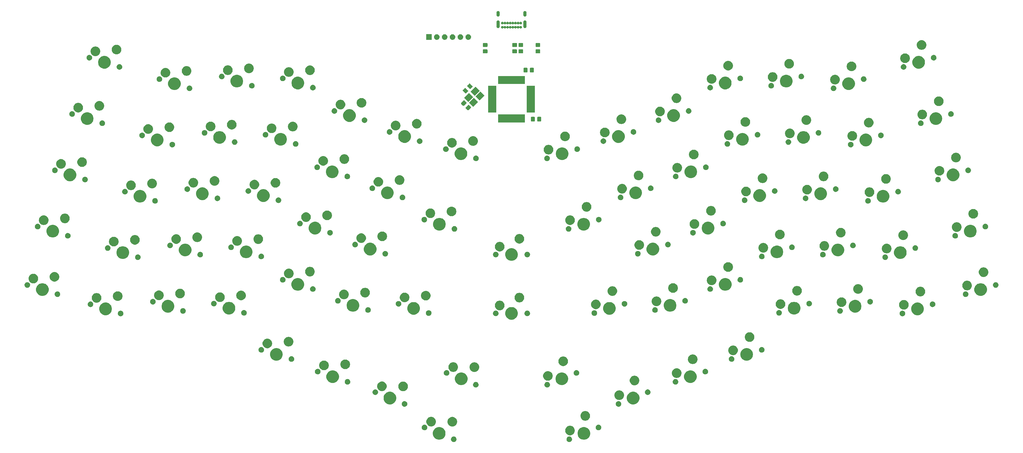
<source format=gts>
G04 #@! TF.GenerationSoftware,KiCad,Pcbnew,(5.1.4)-1*
G04 #@! TF.CreationDate,2019-11-21T23:19:01-08:00*
G04 #@! TF.ProjectId,AODox,414f446f-782e-46b6-9963-61645f706362,v2*
G04 #@! TF.SameCoordinates,Original*
G04 #@! TF.FileFunction,Soldermask,Top*
G04 #@! TF.FilePolarity,Negative*
%FSLAX46Y46*%
G04 Gerber Fmt 4.6, Leading zero omitted, Abs format (unit mm)*
G04 Created by KiCad (PCBNEW (5.1.4)-1) date 2019-11-21 23:19:01*
%MOMM*%
%LPD*%
G04 APERTURE LIST*
%ADD10C,0.100000*%
G04 APERTURE END LIST*
D10*
G36*
X238830080Y-200707848D02*
G01*
X238917203Y-200725177D01*
X239026626Y-200770502D01*
X239081339Y-200793165D01*
X239228061Y-200891201D01*
X239229056Y-200891866D01*
X239354680Y-201017490D01*
X239354682Y-201017493D01*
X239453381Y-201165207D01*
X239453381Y-201165208D01*
X239521369Y-201329343D01*
X239521369Y-201329345D01*
X239556026Y-201503576D01*
X239556028Y-201503589D01*
X239556028Y-201681247D01*
X239521369Y-201855493D01*
X239476044Y-201964916D01*
X239453381Y-202019629D01*
X239355345Y-202166351D01*
X239354680Y-202167346D01*
X239229056Y-202292970D01*
X239229053Y-202292972D01*
X239081339Y-202391671D01*
X239026626Y-202414334D01*
X238917203Y-202459659D01*
X238830080Y-202476988D01*
X238742959Y-202494318D01*
X238565297Y-202494318D01*
X238478176Y-202476989D01*
X238391053Y-202459659D01*
X238281630Y-202414334D01*
X238226917Y-202391671D01*
X238079203Y-202292972D01*
X238079200Y-202292970D01*
X237953576Y-202167346D01*
X237952911Y-202166351D01*
X237854875Y-202019629D01*
X237832212Y-201964916D01*
X237786887Y-201855493D01*
X237752228Y-201681247D01*
X237752228Y-201503589D01*
X237752231Y-201503576D01*
X237786887Y-201329345D01*
X237786887Y-201329343D01*
X237854875Y-201165208D01*
X237854875Y-201165207D01*
X237953574Y-201017493D01*
X237953576Y-201017490D01*
X238079200Y-200891866D01*
X238080194Y-200891202D01*
X238226917Y-200793165D01*
X238281630Y-200770502D01*
X238391053Y-200725177D01*
X238478176Y-200707848D01*
X238565297Y-200690518D01*
X238742959Y-200690518D01*
X238830080Y-200707848D01*
X238830080Y-200707848D01*
G37*
G36*
X201556352Y-200707837D02*
G01*
X201643475Y-200725166D01*
X201752898Y-200770491D01*
X201807611Y-200793154D01*
X201954333Y-200891190D01*
X201955328Y-200891855D01*
X202080952Y-201017479D01*
X202080954Y-201017482D01*
X202179653Y-201165196D01*
X202179658Y-201165208D01*
X202247641Y-201329332D01*
X202264970Y-201416455D01*
X202282300Y-201503576D01*
X202282300Y-201681238D01*
X202271744Y-201734306D01*
X202247641Y-201855482D01*
X202247636Y-201855493D01*
X202179653Y-202019618D01*
X202081617Y-202166340D01*
X202080952Y-202167335D01*
X201955328Y-202292959D01*
X201955325Y-202292961D01*
X201807611Y-202391660D01*
X201752898Y-202414323D01*
X201643475Y-202459648D01*
X201556352Y-202476977D01*
X201469231Y-202494307D01*
X201291569Y-202494307D01*
X201204448Y-202476978D01*
X201117325Y-202459648D01*
X201007902Y-202414323D01*
X200953189Y-202391660D01*
X200805475Y-202292961D01*
X200805472Y-202292959D01*
X200679848Y-202167335D01*
X200679183Y-202166340D01*
X200581147Y-202019618D01*
X200513164Y-201855493D01*
X200513159Y-201855482D01*
X200489056Y-201734306D01*
X200478500Y-201681238D01*
X200478500Y-201503576D01*
X200495830Y-201416455D01*
X200513159Y-201329332D01*
X200581142Y-201165208D01*
X200581147Y-201165196D01*
X200679846Y-201017482D01*
X200679848Y-201017479D01*
X200805472Y-200891855D01*
X200806467Y-200891190D01*
X200953189Y-200793154D01*
X201007902Y-200770491D01*
X201117325Y-200725166D01*
X201204448Y-200707837D01*
X201291569Y-200690507D01*
X201469231Y-200690507D01*
X201556352Y-200707837D01*
X201556352Y-200707837D01*
G37*
G36*
X243960696Y-197723101D02*
G01*
X244080962Y-197772917D01*
X244332845Y-197877250D01*
X244667770Y-198101040D01*
X244952599Y-198385869D01*
X245176389Y-198720794D01*
X245176389Y-198720795D01*
X245330538Y-199092943D01*
X245409122Y-199488011D01*
X245409122Y-199890823D01*
X245330538Y-200285891D01*
X245319466Y-200312621D01*
X245176389Y-200658040D01*
X244952599Y-200992965D01*
X244667770Y-201277794D01*
X244332845Y-201501584D01*
X244328004Y-201503589D01*
X243960696Y-201655733D01*
X243565628Y-201734317D01*
X243162816Y-201734317D01*
X242767748Y-201655733D01*
X242400440Y-201503589D01*
X242395599Y-201501584D01*
X242060674Y-201277794D01*
X241775845Y-200992965D01*
X241552055Y-200658040D01*
X241408978Y-200312621D01*
X241397906Y-200285891D01*
X241319322Y-199890823D01*
X241319322Y-199488011D01*
X241397906Y-199092943D01*
X241552055Y-198720795D01*
X241552055Y-198720794D01*
X241775845Y-198385869D01*
X242060674Y-198101040D01*
X242395599Y-197877250D01*
X242647482Y-197772917D01*
X242767748Y-197723101D01*
X243162816Y-197644517D01*
X243565628Y-197644517D01*
X243960696Y-197723101D01*
X243960696Y-197723101D01*
G37*
G36*
X197266780Y-197723090D02*
G01*
X197484780Y-197813389D01*
X197638929Y-197877239D01*
X197973854Y-198101029D01*
X198258683Y-198385858D01*
X198482473Y-198720783D01*
X198482478Y-198720795D01*
X198636622Y-199092932D01*
X198715206Y-199488000D01*
X198715206Y-199890812D01*
X198636622Y-200285880D01*
X198625545Y-200312621D01*
X198482473Y-200658029D01*
X198258683Y-200992954D01*
X197973854Y-201277783D01*
X197638929Y-201501573D01*
X197484780Y-201565423D01*
X197266780Y-201655722D01*
X196871712Y-201734306D01*
X196468900Y-201734306D01*
X196073832Y-201655722D01*
X195855832Y-201565423D01*
X195701683Y-201501573D01*
X195366758Y-201277783D01*
X195081929Y-200992954D01*
X194858139Y-200658029D01*
X194715067Y-200312621D01*
X194703990Y-200285880D01*
X194625406Y-199890812D01*
X194625406Y-199488000D01*
X194703990Y-199092932D01*
X194858134Y-198720795D01*
X194858139Y-198720783D01*
X195081929Y-198385858D01*
X195366758Y-198101029D01*
X195701683Y-197877239D01*
X195855832Y-197813389D01*
X196073832Y-197723090D01*
X196468900Y-197644506D01*
X196871712Y-197644506D01*
X197266780Y-197723090D01*
X197266780Y-197723090D01*
G37*
G36*
X239182736Y-197240423D02*
G01*
X239332561Y-197270225D01*
X239614825Y-197387142D01*
X239868856Y-197556880D01*
X240084892Y-197772916D01*
X240254630Y-198026947D01*
X240371547Y-198309211D01*
X240431151Y-198608861D01*
X240431151Y-198914381D01*
X240371547Y-199214031D01*
X240254630Y-199496295D01*
X240084892Y-199750326D01*
X239868856Y-199966362D01*
X239614825Y-200136100D01*
X239332561Y-200253017D01*
X239182736Y-200282819D01*
X239032912Y-200312621D01*
X238727390Y-200312621D01*
X238577566Y-200282819D01*
X238427741Y-200253017D01*
X238145477Y-200136100D01*
X237891446Y-199966362D01*
X237675410Y-199750326D01*
X237505672Y-199496295D01*
X237388755Y-199214031D01*
X237329151Y-198914381D01*
X237329151Y-198608861D01*
X237388755Y-198309211D01*
X237505672Y-198026947D01*
X237675410Y-197772916D01*
X237891446Y-197556880D01*
X238145477Y-197387142D01*
X238427741Y-197270225D01*
X238577566Y-197240423D01*
X238727390Y-197210621D01*
X239032912Y-197210621D01*
X239182736Y-197240423D01*
X239182736Y-197240423D01*
G37*
G36*
X248250268Y-196901845D02*
G01*
X248337391Y-196919175D01*
X248446814Y-196964500D01*
X248501527Y-196987163D01*
X248648249Y-197085199D01*
X248649244Y-197085864D01*
X248774868Y-197211488D01*
X248774870Y-197211491D01*
X248873569Y-197359205D01*
X248873569Y-197359206D01*
X248941557Y-197523341D01*
X248941557Y-197523343D01*
X248976216Y-197697585D01*
X248976216Y-197875247D01*
X248958887Y-197962368D01*
X248941557Y-198049491D01*
X248920204Y-198101040D01*
X248873569Y-198213627D01*
X248809702Y-198309211D01*
X248774868Y-198361344D01*
X248649244Y-198486968D01*
X248649241Y-198486970D01*
X248501527Y-198585669D01*
X248446814Y-198608332D01*
X248337391Y-198653657D01*
X248250268Y-198670986D01*
X248163147Y-198688316D01*
X247985485Y-198688316D01*
X247898364Y-198670986D01*
X247811241Y-198653657D01*
X247701818Y-198608332D01*
X247647105Y-198585669D01*
X247499391Y-198486970D01*
X247499388Y-198486968D01*
X247373764Y-198361344D01*
X247338930Y-198309211D01*
X247275063Y-198213627D01*
X247228428Y-198101040D01*
X247207075Y-198049491D01*
X247189745Y-197962368D01*
X247172416Y-197875247D01*
X247172416Y-197697585D01*
X247207075Y-197523343D01*
X247207075Y-197523341D01*
X247275063Y-197359206D01*
X247275063Y-197359205D01*
X247373762Y-197211491D01*
X247373764Y-197211488D01*
X247499388Y-197085864D01*
X247500383Y-197085199D01*
X247647105Y-196987163D01*
X247701818Y-196964500D01*
X247811241Y-196919175D01*
X247898364Y-196901845D01*
X247985485Y-196884516D01*
X248163147Y-196884516D01*
X248250268Y-196901845D01*
X248250268Y-196901845D01*
G37*
G36*
X192136164Y-196901834D02*
G01*
X192223287Y-196919164D01*
X192332710Y-196964489D01*
X192387423Y-196987152D01*
X192534145Y-197085188D01*
X192535140Y-197085853D01*
X192660764Y-197211477D01*
X192660766Y-197211480D01*
X192759465Y-197359194D01*
X192759470Y-197359206D01*
X192827453Y-197523330D01*
X192844783Y-197610453D01*
X192862112Y-197697574D01*
X192862112Y-197875236D01*
X192861711Y-197877250D01*
X192827453Y-198049480D01*
X192782128Y-198158903D01*
X192759465Y-198213616D01*
X192695590Y-198309212D01*
X192660764Y-198361333D01*
X192535140Y-198486957D01*
X192535137Y-198486959D01*
X192387423Y-198585658D01*
X192332710Y-198608321D01*
X192223287Y-198653646D01*
X192136164Y-198670976D01*
X192049043Y-198688305D01*
X191871381Y-198688305D01*
X191784260Y-198670976D01*
X191697137Y-198653646D01*
X191587714Y-198608321D01*
X191533001Y-198585658D01*
X191385287Y-198486959D01*
X191385284Y-198486957D01*
X191259660Y-198361333D01*
X191224834Y-198309212D01*
X191160959Y-198213616D01*
X191138296Y-198158903D01*
X191092971Y-198049480D01*
X191058713Y-197877250D01*
X191058312Y-197875236D01*
X191058312Y-197697574D01*
X191075641Y-197610453D01*
X191092971Y-197523330D01*
X191160954Y-197359206D01*
X191160959Y-197359194D01*
X191259658Y-197211480D01*
X191259660Y-197211477D01*
X191385284Y-197085853D01*
X191386279Y-197085188D01*
X191533001Y-196987152D01*
X191587714Y-196964489D01*
X191697137Y-196919164D01*
X191784260Y-196901834D01*
X191871381Y-196884505D01*
X192049043Y-196884505D01*
X192136164Y-196901834D01*
X192136164Y-196901834D01*
G37*
G36*
X201230939Y-194409615D02*
G01*
X201380764Y-194439417D01*
X201663028Y-194556334D01*
X201917059Y-194726072D01*
X202133095Y-194942108D01*
X202302833Y-195196139D01*
X202419750Y-195478403D01*
X202479354Y-195778053D01*
X202479354Y-196083573D01*
X202419750Y-196383223D01*
X202302833Y-196665487D01*
X202133095Y-196919518D01*
X201917059Y-197135554D01*
X201663028Y-197305292D01*
X201380764Y-197422209D01*
X201230939Y-197452011D01*
X201081115Y-197481813D01*
X200775593Y-197481813D01*
X200625769Y-197452011D01*
X200475944Y-197422209D01*
X200193680Y-197305292D01*
X199939649Y-197135554D01*
X199723613Y-196919518D01*
X199553875Y-196665487D01*
X199436958Y-196383223D01*
X199377354Y-196083573D01*
X199377354Y-195778053D01*
X199436958Y-195478403D01*
X199553875Y-195196139D01*
X199723613Y-194942108D01*
X199939649Y-194726072D01*
X200193680Y-194556334D01*
X200475944Y-194439417D01*
X200625769Y-194409615D01*
X200775593Y-194379813D01*
X201081115Y-194379813D01*
X201230939Y-194409615D01*
X201230939Y-194409615D01*
G37*
G36*
X194361169Y-194379813D02*
G01*
X194541646Y-194415712D01*
X194823910Y-194532629D01*
X195077941Y-194702367D01*
X195293977Y-194918403D01*
X195463715Y-195172434D01*
X195580632Y-195454698D01*
X195640236Y-195754348D01*
X195640236Y-196059868D01*
X195580632Y-196359518D01*
X195463715Y-196641782D01*
X195293977Y-196895813D01*
X195077941Y-197111849D01*
X194823910Y-197281587D01*
X194541646Y-197398504D01*
X194422473Y-197422209D01*
X194241997Y-197458108D01*
X193936475Y-197458108D01*
X193755999Y-197422209D01*
X193636826Y-197398504D01*
X193354562Y-197281587D01*
X193100531Y-197111849D01*
X192884495Y-196895813D01*
X192714757Y-196641782D01*
X192597840Y-196359518D01*
X192538236Y-196059868D01*
X192538236Y-195754348D01*
X192597840Y-195454698D01*
X192714757Y-195172434D01*
X192884495Y-194918403D01*
X193100531Y-194702367D01*
X193354562Y-194532629D01*
X193636826Y-194415712D01*
X193817303Y-194379813D01*
X193936475Y-194356108D01*
X194241997Y-194356108D01*
X194361169Y-194379813D01*
X194361169Y-194379813D01*
G37*
G36*
X244118852Y-192506624D02*
G01*
X244268677Y-192536426D01*
X244550941Y-192653343D01*
X244804972Y-192823081D01*
X245021008Y-193039117D01*
X245190746Y-193293148D01*
X245307663Y-193575412D01*
X245367267Y-193875062D01*
X245367267Y-194180582D01*
X245307663Y-194480232D01*
X245190746Y-194762496D01*
X245021008Y-195016527D01*
X244804972Y-195232563D01*
X244550941Y-195402301D01*
X244268677Y-195519218D01*
X244118852Y-195549020D01*
X243969028Y-195578822D01*
X243663506Y-195578822D01*
X243513682Y-195549020D01*
X243363857Y-195519218D01*
X243081593Y-195402301D01*
X242827562Y-195232563D01*
X242611526Y-195016527D01*
X242441788Y-194762496D01*
X242324871Y-194480232D01*
X242265267Y-194180582D01*
X242265267Y-193875062D01*
X242324871Y-193575412D01*
X242441788Y-193293148D01*
X242611526Y-193039117D01*
X242827562Y-192823081D01*
X243081593Y-192653343D01*
X243363857Y-192536426D01*
X243513682Y-192506624D01*
X243663506Y-192476822D01*
X243969028Y-192476822D01*
X244118852Y-192506624D01*
X244118852Y-192506624D01*
G37*
G36*
X254714013Y-189302104D02*
G01*
X254801136Y-189319434D01*
X254910559Y-189364759D01*
X254965272Y-189387422D01*
X255111994Y-189485458D01*
X255112989Y-189486123D01*
X255238613Y-189611747D01*
X255238615Y-189611750D01*
X255337314Y-189759464D01*
X255337314Y-189759465D01*
X255405302Y-189923600D01*
X255405302Y-189923602D01*
X255439958Y-190097827D01*
X255439961Y-190097846D01*
X255439961Y-190275504D01*
X255405302Y-190449750D01*
X255359977Y-190559173D01*
X255337314Y-190613886D01*
X255239278Y-190760608D01*
X255238613Y-190761603D01*
X255112989Y-190887227D01*
X255112986Y-190887229D01*
X254965272Y-190985928D01*
X254910559Y-191008591D01*
X254801136Y-191053916D01*
X254714013Y-191071246D01*
X254626892Y-191088575D01*
X254449230Y-191088575D01*
X254362109Y-191071246D01*
X254274986Y-191053916D01*
X254165563Y-191008591D01*
X254110850Y-190985928D01*
X253963136Y-190887229D01*
X253963133Y-190887227D01*
X253837509Y-190761603D01*
X253836844Y-190760608D01*
X253738808Y-190613886D01*
X253716145Y-190559173D01*
X253670820Y-190449750D01*
X253636161Y-190275504D01*
X253636161Y-190097846D01*
X253636165Y-190097827D01*
X253670820Y-189923602D01*
X253670820Y-189923600D01*
X253738808Y-189759465D01*
X253738808Y-189759464D01*
X253837507Y-189611750D01*
X253837509Y-189611747D01*
X253963133Y-189486123D01*
X253964128Y-189485458D01*
X254110850Y-189387422D01*
X254165563Y-189364759D01*
X254274986Y-189319434D01*
X254362109Y-189302104D01*
X254449230Y-189284775D01*
X254626892Y-189284775D01*
X254714013Y-189302104D01*
X254714013Y-189302104D01*
G37*
G36*
X185672420Y-189302086D02*
G01*
X185759543Y-189319415D01*
X185868966Y-189364740D01*
X185923679Y-189387403D01*
X186070401Y-189485439D01*
X186071396Y-189486104D01*
X186197020Y-189611728D01*
X186197022Y-189611731D01*
X186295721Y-189759445D01*
X186295729Y-189759465D01*
X186363709Y-189923581D01*
X186363713Y-189923602D01*
X186398368Y-190097825D01*
X186398368Y-190275487D01*
X186398364Y-190275506D01*
X186363709Y-190449731D01*
X186318384Y-190559154D01*
X186295721Y-190613867D01*
X186295708Y-190613886D01*
X186197020Y-190761584D01*
X186071396Y-190887208D01*
X186071393Y-190887210D01*
X185923679Y-190985909D01*
X185868966Y-191008572D01*
X185759543Y-191053897D01*
X185672420Y-191071227D01*
X185585299Y-191088556D01*
X185407637Y-191088556D01*
X185320516Y-191071226D01*
X185233393Y-191053897D01*
X185123970Y-191008572D01*
X185069257Y-190985909D01*
X184921543Y-190887210D01*
X184921540Y-190887208D01*
X184795916Y-190761584D01*
X184697228Y-190613886D01*
X184697215Y-190613867D01*
X184674552Y-190559154D01*
X184629227Y-190449731D01*
X184594572Y-190275506D01*
X184594568Y-190275487D01*
X184594568Y-190097825D01*
X184629223Y-189923602D01*
X184629227Y-189923581D01*
X184697207Y-189759465D01*
X184697215Y-189759445D01*
X184795914Y-189611731D01*
X184795916Y-189611728D01*
X184921540Y-189486104D01*
X184922535Y-189485439D01*
X185069257Y-189387403D01*
X185123970Y-189364740D01*
X185233393Y-189319415D01*
X185320516Y-189302086D01*
X185407637Y-189284756D01*
X185585299Y-189284756D01*
X185672420Y-189302086D01*
X185672420Y-189302086D01*
G37*
G36*
X259844629Y-186317358D02*
G01*
X259964895Y-186367174D01*
X260216778Y-186471507D01*
X260551703Y-186695297D01*
X260836532Y-186980126D01*
X261060322Y-187315051D01*
X261060322Y-187315052D01*
X261214471Y-187687200D01*
X261293055Y-188082268D01*
X261293055Y-188485080D01*
X261214471Y-188880148D01*
X261203399Y-188906878D01*
X261060322Y-189252297D01*
X260836532Y-189587222D01*
X260551703Y-189872051D01*
X260216778Y-190095841D01*
X260211937Y-190097846D01*
X259844629Y-190249990D01*
X259449561Y-190328574D01*
X259046749Y-190328574D01*
X258651681Y-190249990D01*
X258284373Y-190097846D01*
X258279532Y-190095841D01*
X257944607Y-189872051D01*
X257659778Y-189587222D01*
X257435988Y-189252297D01*
X257292911Y-188906878D01*
X257281839Y-188880148D01*
X257203255Y-188485080D01*
X257203255Y-188082268D01*
X257281839Y-187687200D01*
X257435988Y-187315052D01*
X257435988Y-187315051D01*
X257659778Y-186980126D01*
X257944607Y-186695297D01*
X258279532Y-186471507D01*
X258531415Y-186367174D01*
X258651681Y-186317358D01*
X259046749Y-186238774D01*
X259449561Y-186238774D01*
X259844629Y-186317358D01*
X259844629Y-186317358D01*
G37*
G36*
X181382848Y-186317339D02*
G01*
X181503160Y-186367174D01*
X181754997Y-186471488D01*
X182089922Y-186695278D01*
X182374751Y-186980107D01*
X182598541Y-187315032D01*
X182598549Y-187315052D01*
X182752690Y-187687181D01*
X182831274Y-188082249D01*
X182831274Y-188485061D01*
X182752690Y-188880129D01*
X182741610Y-188906878D01*
X182598541Y-189252278D01*
X182374751Y-189587203D01*
X182089922Y-189872032D01*
X181754997Y-190095822D01*
X181600848Y-190159672D01*
X181382848Y-190249971D01*
X180987780Y-190328555D01*
X180584968Y-190328555D01*
X180189900Y-190249971D01*
X179971900Y-190159672D01*
X179817751Y-190095822D01*
X179482826Y-189872032D01*
X179197997Y-189587203D01*
X178974207Y-189252278D01*
X178831138Y-188906878D01*
X178820058Y-188880129D01*
X178741474Y-188485061D01*
X178741474Y-188082249D01*
X178820058Y-187687181D01*
X178974199Y-187315052D01*
X178974207Y-187315032D01*
X179197997Y-186980107D01*
X179482826Y-186695278D01*
X179817751Y-186471488D01*
X180069588Y-186367174D01*
X180189900Y-186317339D01*
X180584968Y-186238755D01*
X180987780Y-186238755D01*
X181382848Y-186317339D01*
X181382848Y-186317339D01*
G37*
G36*
X255066669Y-185834680D02*
G01*
X255216494Y-185864482D01*
X255498758Y-185981399D01*
X255752789Y-186151137D01*
X255968825Y-186367173D01*
X256138563Y-186621204D01*
X256255480Y-186903468D01*
X256315084Y-187203118D01*
X256315084Y-187508638D01*
X256255480Y-187808288D01*
X256138563Y-188090552D01*
X255968825Y-188344583D01*
X255752789Y-188560619D01*
X255498758Y-188730357D01*
X255216494Y-188847274D01*
X255066669Y-188877076D01*
X254916845Y-188906878D01*
X254611323Y-188906878D01*
X254461499Y-188877076D01*
X254311674Y-188847274D01*
X254029410Y-188730357D01*
X253775379Y-188560619D01*
X253559343Y-188344583D01*
X253389605Y-188090552D01*
X253272688Y-187808288D01*
X253213084Y-187508638D01*
X253213084Y-187203118D01*
X253272688Y-186903468D01*
X253389605Y-186621204D01*
X253559343Y-186367173D01*
X253775379Y-186151137D01*
X254029410Y-185981399D01*
X254311674Y-185864482D01*
X254461499Y-185834680D01*
X254611323Y-185804878D01*
X254916845Y-185804878D01*
X255066669Y-185834680D01*
X255066669Y-185834680D01*
G37*
G36*
X264103828Y-185490061D02*
G01*
X264221324Y-185513432D01*
X264330747Y-185558757D01*
X264385460Y-185581420D01*
X264532182Y-185679456D01*
X264533177Y-185680121D01*
X264658801Y-185805745D01*
X264658803Y-185805748D01*
X264757502Y-185953462D01*
X264757502Y-185953463D01*
X264825490Y-186117598D01*
X264825490Y-186117600D01*
X264860149Y-186291842D01*
X264860149Y-186469504D01*
X264842819Y-186556625D01*
X264825490Y-186643748D01*
X264804145Y-186695278D01*
X264757502Y-186807884D01*
X264693635Y-186903468D01*
X264658801Y-186955601D01*
X264533177Y-187081225D01*
X264533174Y-187081227D01*
X264385460Y-187179926D01*
X264330747Y-187202589D01*
X264221324Y-187247914D01*
X264134201Y-187265244D01*
X264047080Y-187282573D01*
X263869418Y-187282573D01*
X263782297Y-187265244D01*
X263695174Y-187247914D01*
X263585751Y-187202589D01*
X263531038Y-187179926D01*
X263383324Y-187081227D01*
X263383321Y-187081225D01*
X263257697Y-186955601D01*
X263222863Y-186903468D01*
X263158996Y-186807884D01*
X263112353Y-186695278D01*
X263091008Y-186643748D01*
X263073679Y-186556625D01*
X263056349Y-186469504D01*
X263056349Y-186291842D01*
X263091008Y-186117600D01*
X263091008Y-186117598D01*
X263158996Y-185953463D01*
X263158996Y-185953462D01*
X263257695Y-185805748D01*
X263257697Y-185805745D01*
X263383321Y-185680121D01*
X263384316Y-185679456D01*
X263531038Y-185581420D01*
X263585751Y-185558757D01*
X263695174Y-185513432D01*
X263812670Y-185490061D01*
X263869418Y-185478773D01*
X264047080Y-185478773D01*
X264103828Y-185490061D01*
X264103828Y-185490061D01*
G37*
G36*
X176252232Y-185496083D02*
G01*
X176339355Y-185513413D01*
X176448778Y-185558738D01*
X176503491Y-185581401D01*
X176650213Y-185679437D01*
X176651208Y-185680102D01*
X176776832Y-185805726D01*
X176776834Y-185805729D01*
X176875533Y-185953443D01*
X176875541Y-185953463D01*
X176943521Y-186117579D01*
X176943525Y-186117600D01*
X176978180Y-186291823D01*
X176978180Y-186469485D01*
X176960850Y-186556606D01*
X176943521Y-186643729D01*
X176898196Y-186753152D01*
X176875533Y-186807865D01*
X176777497Y-186954587D01*
X176776832Y-186955582D01*
X176651208Y-187081206D01*
X176651205Y-187081208D01*
X176503491Y-187179907D01*
X176448778Y-187202570D01*
X176339355Y-187247895D01*
X176252232Y-187265224D01*
X176165111Y-187282554D01*
X175987449Y-187282554D01*
X175900328Y-187265224D01*
X175813205Y-187247895D01*
X175703782Y-187202570D01*
X175649069Y-187179907D01*
X175501355Y-187081208D01*
X175501352Y-187081206D01*
X175375728Y-186955582D01*
X175375063Y-186954587D01*
X175277027Y-186807865D01*
X175254364Y-186753152D01*
X175209039Y-186643729D01*
X175191710Y-186556606D01*
X175174380Y-186469485D01*
X175174380Y-186291823D01*
X175209035Y-186117600D01*
X175209039Y-186117579D01*
X175277019Y-185953463D01*
X175277027Y-185953443D01*
X175375726Y-185805729D01*
X175375728Y-185805726D01*
X175501352Y-185680102D01*
X175502347Y-185679437D01*
X175649069Y-185581401D01*
X175703782Y-185558738D01*
X175813205Y-185513413D01*
X175900328Y-185496083D01*
X175987449Y-185478754D01*
X176165111Y-185478754D01*
X176252232Y-185496083D01*
X176252232Y-185496083D01*
G37*
G36*
X185347007Y-183003864D02*
G01*
X185496832Y-183033666D01*
X185779096Y-183150583D01*
X186033127Y-183320321D01*
X186249163Y-183536357D01*
X186418901Y-183790388D01*
X186535818Y-184072652D01*
X186595422Y-184372302D01*
X186595422Y-184677822D01*
X186535818Y-184977472D01*
X186418901Y-185259736D01*
X186249163Y-185513767D01*
X186033127Y-185729803D01*
X185779096Y-185899541D01*
X185496832Y-186016458D01*
X185347007Y-186046260D01*
X185197183Y-186076062D01*
X184891661Y-186076062D01*
X184741837Y-186046260D01*
X184592012Y-186016458D01*
X184309748Y-185899541D01*
X184055717Y-185729803D01*
X183839681Y-185513767D01*
X183669943Y-185259736D01*
X183553026Y-184977472D01*
X183493422Y-184677822D01*
X183493422Y-184372302D01*
X183553026Y-184072652D01*
X183669943Y-183790388D01*
X183839681Y-183536357D01*
X184055717Y-183320321D01*
X184309748Y-183150583D01*
X184592012Y-183033666D01*
X184741837Y-183003864D01*
X184891661Y-182974062D01*
X185197183Y-182974062D01*
X185347007Y-183003864D01*
X185347007Y-183003864D01*
G37*
G36*
X178507889Y-182980159D02*
G01*
X178657714Y-183009961D01*
X178939978Y-183126878D01*
X179194009Y-183296616D01*
X179410045Y-183512652D01*
X179579783Y-183766683D01*
X179696700Y-184048947D01*
X179701415Y-184072652D01*
X179756304Y-184348596D01*
X179756304Y-184654118D01*
X179751861Y-184676453D01*
X179696700Y-184953767D01*
X179579783Y-185236031D01*
X179410045Y-185490062D01*
X179194009Y-185706098D01*
X178939978Y-185875836D01*
X178657714Y-185992753D01*
X178538541Y-186016458D01*
X178358065Y-186052357D01*
X178052543Y-186052357D01*
X177872067Y-186016458D01*
X177752894Y-185992753D01*
X177470630Y-185875836D01*
X177216599Y-185706098D01*
X177000563Y-185490062D01*
X176830825Y-185236031D01*
X176713908Y-184953767D01*
X176658747Y-184676453D01*
X176654304Y-184654118D01*
X176654304Y-184348596D01*
X176709193Y-184072652D01*
X176713908Y-184048947D01*
X176830825Y-183766683D01*
X177000563Y-183512652D01*
X177216599Y-183296616D01*
X177470630Y-183126878D01*
X177752894Y-183009961D01*
X177902719Y-182980159D01*
X178052543Y-182950357D01*
X178358065Y-182950357D01*
X178507889Y-182980159D01*
X178507889Y-182980159D01*
G37*
G36*
X231712559Y-183091350D02*
G01*
X231799682Y-183108679D01*
X231909105Y-183154004D01*
X231963818Y-183176667D01*
X232001872Y-183202094D01*
X232111535Y-183275368D01*
X232237159Y-183400992D01*
X232237161Y-183400995D01*
X232335860Y-183548709D01*
X232335860Y-183548710D01*
X232403848Y-183712845D01*
X232414557Y-183766683D01*
X232438503Y-183887068D01*
X232438507Y-183887091D01*
X232438507Y-184064749D01*
X232403848Y-184238995D01*
X232358523Y-184348418D01*
X232335860Y-184403131D01*
X232237824Y-184549853D01*
X232237159Y-184550848D01*
X232111535Y-184676472D01*
X232111532Y-184676474D01*
X231963818Y-184775173D01*
X231909105Y-184797836D01*
X231799682Y-184843161D01*
X231712559Y-184860491D01*
X231625438Y-184877820D01*
X231447776Y-184877820D01*
X231360655Y-184860491D01*
X231273532Y-184843161D01*
X231164109Y-184797836D01*
X231109396Y-184775173D01*
X230961682Y-184676474D01*
X230961679Y-184676472D01*
X230836055Y-184550848D01*
X230835390Y-184549853D01*
X230737354Y-184403131D01*
X230714691Y-184348418D01*
X230669366Y-184238995D01*
X230634707Y-184064749D01*
X230634707Y-183887091D01*
X230634712Y-183887068D01*
X230658657Y-183766683D01*
X230669366Y-183712845D01*
X230737354Y-183548710D01*
X230737354Y-183548709D01*
X230836053Y-183400995D01*
X230836055Y-183400992D01*
X230961679Y-183275368D01*
X231071342Y-183202094D01*
X231109396Y-183176667D01*
X231164109Y-183154004D01*
X231273532Y-183108679D01*
X231360655Y-183091350D01*
X231447776Y-183074020D01*
X231625438Y-183074020D01*
X231712559Y-183091350D01*
X231712559Y-183091350D01*
G37*
G36*
X208673876Y-183091328D02*
G01*
X208760999Y-183108658D01*
X208862213Y-183150583D01*
X208925135Y-183176646D01*
X209071857Y-183274682D01*
X209072852Y-183275347D01*
X209198476Y-183400971D01*
X209198478Y-183400974D01*
X209297177Y-183548688D01*
X209297186Y-183548710D01*
X209365165Y-183712824D01*
X209382495Y-183799947D01*
X209399824Y-183887068D01*
X209399824Y-184064730D01*
X209398248Y-184072652D01*
X209365165Y-184238974D01*
X209319840Y-184348397D01*
X209297177Y-184403110D01*
X209199141Y-184549832D01*
X209198476Y-184550827D01*
X209072852Y-184676451D01*
X209072849Y-184676453D01*
X208925135Y-184775152D01*
X208870422Y-184797815D01*
X208760999Y-184843140D01*
X208673876Y-184860469D01*
X208586755Y-184877799D01*
X208409093Y-184877799D01*
X208321972Y-184860469D01*
X208234849Y-184843140D01*
X208125426Y-184797815D01*
X208070713Y-184775152D01*
X207922999Y-184676453D01*
X207922996Y-184676451D01*
X207797372Y-184550827D01*
X207796707Y-184549832D01*
X207698671Y-184403110D01*
X207676008Y-184348397D01*
X207630683Y-184238974D01*
X207597600Y-184072652D01*
X207596024Y-184064730D01*
X207596024Y-183887068D01*
X207613353Y-183799947D01*
X207630683Y-183712824D01*
X207698662Y-183548710D01*
X207698671Y-183548688D01*
X207797370Y-183400974D01*
X207797372Y-183400971D01*
X207922996Y-183275347D01*
X207923991Y-183274682D01*
X208070713Y-183176646D01*
X208133635Y-183150583D01*
X208234849Y-183108658D01*
X208321972Y-183091329D01*
X208409093Y-183073999D01*
X208586755Y-183073999D01*
X208673876Y-183091328D01*
X208673876Y-183091328D01*
G37*
G36*
X260002785Y-181100881D02*
G01*
X260152610Y-181130683D01*
X260434874Y-181247600D01*
X260688905Y-181417338D01*
X260904941Y-181633374D01*
X261074679Y-181887405D01*
X261191596Y-182169669D01*
X261251200Y-182469319D01*
X261251200Y-182774839D01*
X261191596Y-183074489D01*
X261074679Y-183356753D01*
X260904941Y-183610784D01*
X260688905Y-183826820D01*
X260434874Y-183996558D01*
X260152610Y-184113475D01*
X260002785Y-184143277D01*
X259852961Y-184173079D01*
X259547439Y-184173079D01*
X259397615Y-184143277D01*
X259247790Y-184113475D01*
X258965526Y-183996558D01*
X258711495Y-183826820D01*
X258495459Y-183610784D01*
X258325721Y-183356753D01*
X258208804Y-183074489D01*
X258149200Y-182774839D01*
X258149200Y-182469319D01*
X258208804Y-182169669D01*
X258325721Y-181887405D01*
X258495459Y-181633374D01*
X258711495Y-181417338D01*
X258965526Y-181247600D01*
X259247790Y-181130683D01*
X259397615Y-181100881D01*
X259547439Y-181071079D01*
X259852961Y-181071079D01*
X260002785Y-181100881D01*
X260002785Y-181100881D01*
G37*
G36*
X236843175Y-180106603D02*
G01*
X237061175Y-180196902D01*
X237215324Y-180260752D01*
X237550249Y-180484542D01*
X237835078Y-180769371D01*
X238058868Y-181104296D01*
X238105729Y-181217429D01*
X238213017Y-181476445D01*
X238291601Y-181871513D01*
X238291601Y-182274325D01*
X238213017Y-182669393D01*
X238169339Y-182774840D01*
X238058868Y-183041542D01*
X237835078Y-183376467D01*
X237550249Y-183661296D01*
X237215324Y-183885086D01*
X237068957Y-183945713D01*
X236843175Y-184039235D01*
X236448107Y-184117819D01*
X236045295Y-184117819D01*
X235650227Y-184039235D01*
X235424445Y-183945713D01*
X235278078Y-183885086D01*
X234943153Y-183661296D01*
X234658324Y-183376467D01*
X234434534Y-183041542D01*
X234324063Y-182774840D01*
X234280385Y-182669393D01*
X234201801Y-182274325D01*
X234201801Y-181871513D01*
X234280385Y-181476445D01*
X234387673Y-181217429D01*
X234434534Y-181104296D01*
X234658324Y-180769371D01*
X234943153Y-180484542D01*
X235278078Y-180260752D01*
X235432227Y-180196902D01*
X235650227Y-180106603D01*
X236045295Y-180028019D01*
X236448107Y-180028019D01*
X236843175Y-180106603D01*
X236843175Y-180106603D01*
G37*
G36*
X204384304Y-180106582D02*
G01*
X204602304Y-180196881D01*
X204756453Y-180260731D01*
X205091378Y-180484521D01*
X205376207Y-180769350D01*
X205599997Y-181104275D01*
X205634893Y-181188522D01*
X205754146Y-181476424D01*
X205832730Y-181871492D01*
X205832730Y-182274304D01*
X205754146Y-182669372D01*
X205708016Y-182780740D01*
X205599997Y-183041521D01*
X205376207Y-183376446D01*
X205091378Y-183661275D01*
X204756453Y-183885065D01*
X204693690Y-183911062D01*
X204384304Y-184039214D01*
X203989236Y-184117798D01*
X203586424Y-184117798D01*
X203191356Y-184039214D01*
X202881970Y-183911062D01*
X202819207Y-183885065D01*
X202484282Y-183661275D01*
X202199453Y-183376446D01*
X201975663Y-183041521D01*
X201867644Y-182780740D01*
X201821514Y-182669372D01*
X201742930Y-182274304D01*
X201742930Y-181871492D01*
X201821514Y-181476424D01*
X201940767Y-181188522D01*
X201975663Y-181104275D01*
X202199453Y-180769350D01*
X202484282Y-180484521D01*
X202819207Y-180260731D01*
X202973356Y-180196881D01*
X203191356Y-180106582D01*
X203586424Y-180027998D01*
X203989236Y-180027998D01*
X204384304Y-180106582D01*
X204384304Y-180106582D01*
G37*
G36*
X167289886Y-182159251D02*
G01*
X167377009Y-182176580D01*
X167486432Y-182221905D01*
X167541145Y-182244568D01*
X167687867Y-182342604D01*
X167688862Y-182343269D01*
X167814486Y-182468893D01*
X167814488Y-182468896D01*
X167913187Y-182616610D01*
X167935042Y-182669372D01*
X167981175Y-182780746D01*
X167981175Y-182780748D01*
X168015833Y-182954984D01*
X168015834Y-182954992D01*
X168015834Y-183132650D01*
X167981175Y-183306896D01*
X167942197Y-183400995D01*
X167913187Y-183471032D01*
X167861299Y-183548688D01*
X167814486Y-183618749D01*
X167688862Y-183744373D01*
X167688859Y-183744375D01*
X167541145Y-183843074D01*
X167486432Y-183865737D01*
X167377009Y-183911062D01*
X167289886Y-183928391D01*
X167202765Y-183945721D01*
X167025103Y-183945721D01*
X166937982Y-183928392D01*
X166850859Y-183911062D01*
X166741436Y-183865737D01*
X166686723Y-183843074D01*
X166539009Y-183744375D01*
X166539006Y-183744373D01*
X166413382Y-183618749D01*
X166366569Y-183548688D01*
X166314681Y-183471032D01*
X166285671Y-183400995D01*
X166246693Y-183306896D01*
X166212034Y-183132650D01*
X166212034Y-182954992D01*
X166212036Y-182954984D01*
X166246693Y-182780748D01*
X166246693Y-182780746D01*
X166292826Y-182669372D01*
X166314681Y-182616610D01*
X166413380Y-182468896D01*
X166413382Y-182468893D01*
X166539006Y-182343269D01*
X166540001Y-182342604D01*
X166686723Y-182244568D01*
X166741436Y-182221905D01*
X166850859Y-182176580D01*
X166937982Y-182159251D01*
X167025103Y-182141921D01*
X167202765Y-182141921D01*
X167289886Y-182159251D01*
X167289886Y-182159251D01*
G37*
G36*
X273096543Y-182159243D02*
G01*
X273183666Y-182176572D01*
X273293089Y-182221897D01*
X273347802Y-182244560D01*
X273494524Y-182342596D01*
X273495519Y-182343261D01*
X273621143Y-182468885D01*
X273621145Y-182468888D01*
X273719844Y-182616602D01*
X273728094Y-182636519D01*
X273787832Y-182780738D01*
X273787834Y-182780748D01*
X273822491Y-182954982D01*
X273822491Y-183132644D01*
X273813738Y-183176646D01*
X273787832Y-183306888D01*
X273759011Y-183376466D01*
X273719844Y-183471024D01*
X273667936Y-183548710D01*
X273621143Y-183618741D01*
X273495519Y-183744365D01*
X273495516Y-183744367D01*
X273347802Y-183843066D01*
X273293089Y-183865729D01*
X273183666Y-183911054D01*
X273096543Y-183928383D01*
X273009422Y-183945713D01*
X272831760Y-183945713D01*
X272744639Y-183928384D01*
X272657516Y-183911054D01*
X272548093Y-183865729D01*
X272493380Y-183843066D01*
X272345666Y-183744367D01*
X272345663Y-183744365D01*
X272220039Y-183618741D01*
X272173246Y-183548710D01*
X272121338Y-183471024D01*
X272082171Y-183376466D01*
X272053350Y-183306888D01*
X272027444Y-183176646D01*
X272018691Y-183132644D01*
X272018691Y-182954982D01*
X272053348Y-182780748D01*
X272053350Y-182780738D01*
X272113088Y-182636519D01*
X272121338Y-182616602D01*
X272220037Y-182468888D01*
X272220039Y-182468885D01*
X272345663Y-182343261D01*
X272346657Y-182342597D01*
X272493380Y-182244560D01*
X272548093Y-182221897D01*
X272657516Y-182176572D01*
X272744639Y-182159242D01*
X272831760Y-182141913D01*
X273009422Y-182141913D01*
X273096543Y-182159243D01*
X273096543Y-182159243D01*
G37*
G36*
X162907174Y-179423619D02*
G01*
X163080326Y-179495341D01*
X163279323Y-179577768D01*
X163614248Y-179801558D01*
X163899077Y-180086387D01*
X164122867Y-180421312D01*
X164170080Y-180535294D01*
X164277016Y-180793461D01*
X164355600Y-181188529D01*
X164355600Y-181591341D01*
X164277016Y-181986409D01*
X164215953Y-182133827D01*
X164122867Y-182358558D01*
X163899077Y-182693483D01*
X163614248Y-182978312D01*
X163279323Y-183202102D01*
X163125174Y-183265952D01*
X162907174Y-183356251D01*
X162512106Y-183434835D01*
X162109294Y-183434835D01*
X161714226Y-183356251D01*
X161496226Y-183265952D01*
X161342077Y-183202102D01*
X161007152Y-182978312D01*
X160722323Y-182693483D01*
X160498533Y-182358558D01*
X160405447Y-182133827D01*
X160344384Y-181986409D01*
X160265800Y-181591341D01*
X160265800Y-181188529D01*
X160344384Y-180793461D01*
X160451320Y-180535294D01*
X160498533Y-180421312D01*
X160722323Y-180086387D01*
X161007152Y-179801558D01*
X161342077Y-179577768D01*
X161541074Y-179495341D01*
X161714226Y-179423619D01*
X162109294Y-179345035D01*
X162512106Y-179345035D01*
X162907174Y-179423619D01*
X162907174Y-179423619D01*
G37*
G36*
X278320299Y-179423611D02*
G01*
X278490358Y-179494052D01*
X278692448Y-179577760D01*
X279027373Y-179801550D01*
X279312202Y-180086379D01*
X279535992Y-180421304D01*
X279542328Y-180436601D01*
X279690141Y-180793453D01*
X279768725Y-181188521D01*
X279768725Y-181591333D01*
X279690141Y-181986401D01*
X279625726Y-182141913D01*
X279535992Y-182358550D01*
X279312202Y-182693475D01*
X279027373Y-182978304D01*
X278692448Y-183202094D01*
X278538299Y-183265944D01*
X278320299Y-183356243D01*
X277925231Y-183434827D01*
X277522419Y-183434827D01*
X277127351Y-183356243D01*
X276909351Y-183265944D01*
X276755202Y-183202094D01*
X276420277Y-182978304D01*
X276135448Y-182693475D01*
X275911658Y-182358550D01*
X275821924Y-182141913D01*
X275757509Y-181986401D01*
X275678925Y-181591333D01*
X275678925Y-181188521D01*
X275757509Y-180793453D01*
X275905322Y-180436601D01*
X275911658Y-180421304D01*
X276135448Y-180086379D01*
X276420277Y-179801550D01*
X276755202Y-179577760D01*
X276957292Y-179494052D01*
X277127351Y-179423611D01*
X277522419Y-179345027D01*
X277925231Y-179345027D01*
X278320299Y-179423611D01*
X278320299Y-179423611D01*
G37*
G36*
X232065215Y-179623925D02*
G01*
X232215040Y-179653727D01*
X232497304Y-179770644D01*
X232751335Y-179940382D01*
X232967371Y-180156418D01*
X233137109Y-180410449D01*
X233254026Y-180692713D01*
X233313630Y-180992363D01*
X233313630Y-181297883D01*
X233254026Y-181597533D01*
X233137109Y-181879797D01*
X232967371Y-182133828D01*
X232751335Y-182349864D01*
X232497304Y-182519602D01*
X232215040Y-182636519D01*
X232065215Y-182666321D01*
X231915391Y-182696123D01*
X231609869Y-182696123D01*
X231460045Y-182666321D01*
X231310220Y-182636519D01*
X231027956Y-182519602D01*
X230773925Y-182349864D01*
X230557889Y-182133828D01*
X230388151Y-181879797D01*
X230271234Y-181597533D01*
X230211630Y-181297883D01*
X230211630Y-180992363D01*
X230271234Y-180692713D01*
X230388151Y-180410449D01*
X230557889Y-180156418D01*
X230773925Y-179940382D01*
X231027956Y-179770644D01*
X231310220Y-179653727D01*
X231460045Y-179623925D01*
X231609869Y-179594123D01*
X231915391Y-179594123D01*
X232065215Y-179623925D01*
X232065215Y-179623925D01*
G37*
G36*
X273597041Y-178707526D02*
G01*
X273746866Y-178737328D01*
X274029130Y-178854245D01*
X274283161Y-179023983D01*
X274499197Y-179240019D01*
X274668935Y-179494050D01*
X274771932Y-179742708D01*
X274785852Y-179776315D01*
X274845456Y-180075963D01*
X274845456Y-180381485D01*
X274835211Y-180432991D01*
X274785852Y-180681134D01*
X274668935Y-180963398D01*
X274499197Y-181217429D01*
X274283161Y-181433465D01*
X274029130Y-181603203D01*
X273746866Y-181720120D01*
X273597041Y-181749922D01*
X273447217Y-181779724D01*
X273141695Y-181779724D01*
X272991871Y-181749922D01*
X272842046Y-181720120D01*
X272559782Y-181603203D01*
X272305751Y-181433465D01*
X272089715Y-181217429D01*
X271919977Y-180963398D01*
X271803060Y-180681134D01*
X271753701Y-180432991D01*
X271743456Y-180381485D01*
X271743456Y-180075963D01*
X271803060Y-179776315D01*
X271816980Y-179742708D01*
X271919977Y-179494050D01*
X272089715Y-179240019D01*
X272305751Y-179023983D01*
X272559782Y-178854245D01*
X272842046Y-178737328D01*
X272991871Y-178707526D01*
X273141695Y-178677724D01*
X273447217Y-178677724D01*
X273597041Y-178707526D01*
X273597041Y-178707526D01*
G37*
G36*
X241102364Y-179279304D02*
G01*
X241219870Y-179302677D01*
X241322110Y-179345027D01*
X241384006Y-179370665D01*
X241463259Y-179423620D01*
X241531723Y-179469366D01*
X241657347Y-179594990D01*
X241657349Y-179594993D01*
X241756048Y-179742707D01*
X241756048Y-179742708D01*
X241824036Y-179906843D01*
X241824036Y-179906845D01*
X241858695Y-180081087D01*
X241858695Y-180258749D01*
X241848308Y-180310966D01*
X241824036Y-180432993D01*
X241802692Y-180484521D01*
X241756048Y-180597129D01*
X241699918Y-180681134D01*
X241657347Y-180744846D01*
X241531723Y-180870470D01*
X241531720Y-180870472D01*
X241384006Y-180969171D01*
X241329293Y-180991834D01*
X241219870Y-181037159D01*
X241132747Y-181054489D01*
X241045626Y-181071818D01*
X240867964Y-181071818D01*
X240780843Y-181054489D01*
X240693720Y-181037159D01*
X240584297Y-180991834D01*
X240529584Y-180969171D01*
X240381870Y-180870472D01*
X240381867Y-180870470D01*
X240256243Y-180744846D01*
X240213672Y-180681134D01*
X240157542Y-180597129D01*
X240110898Y-180484521D01*
X240089554Y-180432993D01*
X240065282Y-180310966D01*
X240054895Y-180258749D01*
X240054895Y-180081087D01*
X240089554Y-179906845D01*
X240089554Y-179906843D01*
X240157542Y-179742708D01*
X240157542Y-179742707D01*
X240256241Y-179594993D01*
X240256243Y-179594990D01*
X240381867Y-179469366D01*
X240450331Y-179423620D01*
X240529584Y-179370665D01*
X240591480Y-179345027D01*
X240693720Y-179302677D01*
X240811226Y-179279304D01*
X240867964Y-179268018D01*
X241045626Y-179268018D01*
X241102364Y-179279304D01*
X241102364Y-179279304D01*
G37*
G36*
X199253688Y-179285327D02*
G01*
X199340811Y-179302656D01*
X199443102Y-179345027D01*
X199504947Y-179370644D01*
X199584218Y-179423611D01*
X199652664Y-179469345D01*
X199778288Y-179594969D01*
X199778290Y-179594972D01*
X199876989Y-179742686D01*
X199893272Y-179781996D01*
X199944977Y-179906822D01*
X199962307Y-179993945D01*
X199979636Y-180081066D01*
X199979636Y-180258728D01*
X199969243Y-180310977D01*
X199944977Y-180432972D01*
X199902593Y-180535294D01*
X199876989Y-180597108D01*
X199872858Y-180603290D01*
X199778288Y-180744825D01*
X199652664Y-180870449D01*
X199652661Y-180870451D01*
X199504947Y-180969150D01*
X199450234Y-180991813D01*
X199340811Y-181037138D01*
X199253688Y-181054468D01*
X199166567Y-181071797D01*
X198988905Y-181071797D01*
X198901784Y-181054468D01*
X198814661Y-181037138D01*
X198705238Y-180991813D01*
X198650525Y-180969150D01*
X198502811Y-180870451D01*
X198502808Y-180870449D01*
X198377184Y-180744825D01*
X198282614Y-180603290D01*
X198278483Y-180597108D01*
X198252879Y-180535294D01*
X198210495Y-180432972D01*
X198186229Y-180310977D01*
X198175836Y-180258728D01*
X198175836Y-180081066D01*
X198193165Y-179993945D01*
X198210495Y-179906822D01*
X198262200Y-179781996D01*
X198278483Y-179742686D01*
X198377182Y-179594972D01*
X198377184Y-179594969D01*
X198502808Y-179469345D01*
X198571254Y-179423611D01*
X198650525Y-179370644D01*
X198712370Y-179345027D01*
X198814661Y-179302656D01*
X198901784Y-179285327D01*
X198988905Y-179267997D01*
X199166567Y-179267997D01*
X199253688Y-179285327D01*
X199253688Y-179285327D01*
G37*
G36*
X157683418Y-178851479D02*
G01*
X157770541Y-178868808D01*
X157858011Y-178905040D01*
X157934677Y-178936796D01*
X158067091Y-179025272D01*
X158082394Y-179035497D01*
X158208018Y-179161121D01*
X158208020Y-179161124D01*
X158306719Y-179308838D01*
X158306719Y-179308839D01*
X158374707Y-179472974D01*
X158379156Y-179495341D01*
X158409365Y-179647212D01*
X158409366Y-179647220D01*
X158409366Y-179824878D01*
X158374707Y-179999124D01*
X158330196Y-180106582D01*
X158306719Y-180163260D01*
X158241591Y-180260731D01*
X158208018Y-180310977D01*
X158082394Y-180436601D01*
X158082391Y-180436603D01*
X157934677Y-180535302D01*
X157879964Y-180557965D01*
X157770541Y-180603290D01*
X157683418Y-180620620D01*
X157596297Y-180637949D01*
X157418635Y-180637949D01*
X157331514Y-180620620D01*
X157244391Y-180603290D01*
X157134968Y-180557965D01*
X157080255Y-180535302D01*
X156932541Y-180436603D01*
X156932538Y-180436601D01*
X156806914Y-180310977D01*
X156773341Y-180260731D01*
X156708213Y-180163260D01*
X156684736Y-180106582D01*
X156640225Y-179999124D01*
X156605566Y-179824878D01*
X156605566Y-179647220D01*
X156605568Y-179647212D01*
X156635776Y-179495341D01*
X156640225Y-179472974D01*
X156708213Y-179308839D01*
X156708213Y-179308838D01*
X156806912Y-179161124D01*
X156806914Y-179161121D01*
X156932538Y-179035497D01*
X156947841Y-179025272D01*
X157080255Y-178936796D01*
X157156921Y-178905040D01*
X157244391Y-178868808D01*
X157331514Y-178851479D01*
X157418635Y-178834149D01*
X157596297Y-178834149D01*
X157683418Y-178851479D01*
X157683418Y-178851479D01*
G37*
G36*
X282703011Y-178851471D02*
G01*
X282790134Y-178868800D01*
X282899557Y-178914125D01*
X282954270Y-178936788D01*
X283084767Y-179023983D01*
X283101987Y-179035489D01*
X283227611Y-179161113D01*
X283227613Y-179161116D01*
X283326312Y-179308830D01*
X283348975Y-179363543D01*
X283394300Y-179472966D01*
X283403466Y-179519046D01*
X283428959Y-179647210D01*
X283428959Y-179824872D01*
X283411629Y-179911993D01*
X283394300Y-179999116D01*
X283358150Y-180086388D01*
X283326312Y-180163252D01*
X283262503Y-180258749D01*
X283227611Y-180310969D01*
X283101987Y-180436593D01*
X283101984Y-180436595D01*
X282954270Y-180535294D01*
X282899557Y-180557957D01*
X282790134Y-180603282D01*
X282703011Y-180620611D01*
X282615890Y-180637941D01*
X282438228Y-180637941D01*
X282351107Y-180620612D01*
X282263984Y-180603282D01*
X282154561Y-180557957D01*
X282099848Y-180535294D01*
X281952134Y-180436595D01*
X281952131Y-180436593D01*
X281826507Y-180310969D01*
X281791615Y-180258749D01*
X281727806Y-180163252D01*
X281695968Y-180086388D01*
X281659818Y-179999116D01*
X281642489Y-179911993D01*
X281625159Y-179824872D01*
X281625159Y-179647210D01*
X281650652Y-179519046D01*
X281659818Y-179472966D01*
X281705143Y-179363543D01*
X281727806Y-179308830D01*
X281826505Y-179161116D01*
X281826507Y-179161113D01*
X281952131Y-179035489D01*
X281969351Y-179023983D01*
X282099848Y-178936788D01*
X282154561Y-178914125D01*
X282263984Y-178868800D01*
X282351107Y-178851470D01*
X282438228Y-178834141D01*
X282615890Y-178834141D01*
X282703011Y-178851471D01*
X282703011Y-178851471D01*
G37*
G36*
X208348463Y-176793107D02*
G01*
X208498288Y-176822909D01*
X208780552Y-176939826D01*
X209034583Y-177109564D01*
X209250619Y-177325600D01*
X209420357Y-177579631D01*
X209537274Y-177861895D01*
X209567076Y-178011720D01*
X209596878Y-178161544D01*
X209596878Y-178467066D01*
X209567076Y-178616890D01*
X209537274Y-178766715D01*
X209420357Y-179048979D01*
X209250619Y-179303010D01*
X209034583Y-179519046D01*
X208780552Y-179688784D01*
X208498288Y-179805701D01*
X208348463Y-179835503D01*
X208198639Y-179865305D01*
X207893117Y-179865305D01*
X207743293Y-179835503D01*
X207593468Y-179805701D01*
X207311204Y-179688784D01*
X207057173Y-179519046D01*
X206841137Y-179303010D01*
X206671399Y-179048979D01*
X206554482Y-178766715D01*
X206524680Y-178616890D01*
X206494878Y-178467066D01*
X206494878Y-178161544D01*
X206524680Y-178011720D01*
X206554482Y-177861895D01*
X206671399Y-177579631D01*
X206841137Y-177325600D01*
X207057173Y-177109564D01*
X207311204Y-176939826D01*
X207593468Y-176822909D01*
X207743293Y-176793107D01*
X207893117Y-176763305D01*
X208198639Y-176763305D01*
X208348463Y-176793107D01*
X208348463Y-176793107D01*
G37*
G36*
X201458046Y-176759198D02*
G01*
X201659170Y-176799204D01*
X201941434Y-176916121D01*
X202195465Y-177085859D01*
X202411501Y-177301895D01*
X202581239Y-177555926D01*
X202698156Y-177838190D01*
X202757760Y-178137840D01*
X202757760Y-178443360D01*
X202698156Y-178743010D01*
X202581239Y-179025274D01*
X202411501Y-179279305D01*
X202195465Y-179495341D01*
X201941434Y-179665079D01*
X201659170Y-179781996D01*
X201560865Y-179801550D01*
X201359521Y-179841600D01*
X201053999Y-179841600D01*
X200852655Y-179801550D01*
X200754350Y-179781996D01*
X200472086Y-179665079D01*
X200218055Y-179495341D01*
X200002019Y-179279305D01*
X199832281Y-179025274D01*
X199715364Y-178743010D01*
X199655760Y-178443360D01*
X199655760Y-178137840D01*
X199715364Y-177838190D01*
X199832281Y-177555926D01*
X200002019Y-177301895D01*
X200218055Y-177085859D01*
X200472086Y-176916121D01*
X200754350Y-176799204D01*
X200955474Y-176759198D01*
X201053999Y-176739600D01*
X201359521Y-176739600D01*
X201458046Y-176759198D01*
X201458046Y-176759198D01*
G37*
G36*
X159837802Y-176226705D02*
G01*
X159987627Y-176256507D01*
X160269891Y-176373424D01*
X160523922Y-176543162D01*
X160739958Y-176759198D01*
X160909696Y-177013229D01*
X161026613Y-177295493D01*
X161032602Y-177325601D01*
X161083132Y-177579631D01*
X161086217Y-177595143D01*
X161086217Y-177900663D01*
X161026613Y-178200313D01*
X160909696Y-178482577D01*
X160739958Y-178736608D01*
X160523922Y-178952644D01*
X160269891Y-179122382D01*
X159987627Y-179239299D01*
X159843352Y-179267997D01*
X159687978Y-179298903D01*
X159382456Y-179298903D01*
X159227082Y-179267997D01*
X159082807Y-179239299D01*
X158800543Y-179122382D01*
X158546512Y-178952644D01*
X158330476Y-178736608D01*
X158160738Y-178482577D01*
X158043821Y-178200313D01*
X157984217Y-177900663D01*
X157984217Y-177595143D01*
X157987303Y-177579631D01*
X158037832Y-177325601D01*
X158043821Y-177295493D01*
X158160738Y-177013229D01*
X158330476Y-176759198D01*
X158546512Y-176543162D01*
X158800543Y-176373424D01*
X159082807Y-176256507D01*
X159232632Y-176226705D01*
X159382456Y-176196903D01*
X159687978Y-176196903D01*
X159837802Y-176226705D01*
X159837802Y-176226705D01*
G37*
G36*
X166668788Y-175892446D02*
G01*
X166818613Y-175922248D01*
X167100877Y-176039165D01*
X167354908Y-176208903D01*
X167570944Y-176424939D01*
X167740682Y-176678970D01*
X167857599Y-176961234D01*
X167858247Y-176964491D01*
X167917203Y-177260883D01*
X167917203Y-177566405D01*
X167907325Y-177616064D01*
X167857599Y-177866054D01*
X167740682Y-178148318D01*
X167570944Y-178402349D01*
X167354908Y-178618385D01*
X167100877Y-178788123D01*
X166818613Y-178905040D01*
X166668788Y-178934842D01*
X166518964Y-178964644D01*
X166213442Y-178964644D01*
X166063618Y-178934842D01*
X165913793Y-178905040D01*
X165631529Y-178788123D01*
X165377498Y-178618385D01*
X165161462Y-178402349D01*
X164991724Y-178148318D01*
X164874807Y-177866054D01*
X164825081Y-177616064D01*
X164815203Y-177566405D01*
X164815203Y-177260883D01*
X164874159Y-176964491D01*
X164874807Y-176961234D01*
X164991724Y-176678970D01*
X165161462Y-176424939D01*
X165377498Y-176208903D01*
X165631529Y-176039165D01*
X165913793Y-175922248D01*
X166063618Y-175892446D01*
X166213442Y-175862644D01*
X166518964Y-175862644D01*
X166668788Y-175892446D01*
X166668788Y-175892446D01*
G37*
G36*
X236978457Y-174885576D02*
G01*
X237151156Y-174919928D01*
X237433420Y-175036845D01*
X237687451Y-175206583D01*
X237903487Y-175422619D01*
X238073225Y-175676650D01*
X238190142Y-175958914D01*
X238206105Y-176039165D01*
X238249746Y-176258563D01*
X238249746Y-176564085D01*
X238226894Y-176678970D01*
X238190142Y-176863734D01*
X238073225Y-177145998D01*
X237903487Y-177400029D01*
X237687451Y-177616065D01*
X237433420Y-177785803D01*
X237151156Y-177902720D01*
X237001331Y-177932522D01*
X236851507Y-177962324D01*
X236545985Y-177962324D01*
X236396161Y-177932522D01*
X236246336Y-177902720D01*
X235964072Y-177785803D01*
X235710041Y-177616065D01*
X235494005Y-177400029D01*
X235324267Y-177145998D01*
X235207350Y-176863734D01*
X235170598Y-176678970D01*
X235147746Y-176564085D01*
X235147746Y-176258563D01*
X235191387Y-176039165D01*
X235207350Y-175958914D01*
X235324267Y-175676650D01*
X235494005Y-175422619D01*
X235710041Y-175206583D01*
X235964072Y-175036845D01*
X236246336Y-174919928D01*
X236419035Y-174885576D01*
X236545985Y-174860324D01*
X236851507Y-174860324D01*
X236978457Y-174885576D01*
X236978457Y-174885576D01*
G37*
G36*
X278774141Y-174238552D02*
G01*
X278923966Y-174268354D01*
X279206230Y-174385271D01*
X279460261Y-174555009D01*
X279676297Y-174771045D01*
X279846035Y-175025076D01*
X279962952Y-175307340D01*
X279985713Y-175421767D01*
X280022556Y-175606989D01*
X280022556Y-175912511D01*
X280002816Y-176011748D01*
X279962952Y-176212160D01*
X279846035Y-176494424D01*
X279676297Y-176748455D01*
X279460261Y-176964491D01*
X279206230Y-177134229D01*
X278923966Y-177251146D01*
X278774141Y-177280948D01*
X278624317Y-177310750D01*
X278318795Y-177310750D01*
X278168971Y-177280948D01*
X278019146Y-177251146D01*
X277736882Y-177134229D01*
X277482851Y-176964491D01*
X277266815Y-176748455D01*
X277097077Y-176494424D01*
X276980160Y-176212160D01*
X276940296Y-176011748D01*
X276920556Y-175912511D01*
X276920556Y-175606989D01*
X276957399Y-175421767D01*
X276980160Y-175307340D01*
X277097077Y-175025076D01*
X277266815Y-174771045D01*
X277482851Y-174555009D01*
X277736882Y-174385271D01*
X278019146Y-174268354D01*
X278168971Y-174238552D01*
X278318795Y-174208750D01*
X278624317Y-174208750D01*
X278774141Y-174238552D01*
X278774141Y-174238552D01*
G37*
G36*
X149192242Y-174800269D02*
G01*
X149279365Y-174817599D01*
X149382511Y-174860324D01*
X149443501Y-174885587D01*
X149590223Y-174983623D01*
X149591218Y-174984288D01*
X149716842Y-175109912D01*
X149716844Y-175109915D01*
X149815543Y-175257629D01*
X149815543Y-175257630D01*
X149883531Y-175421765D01*
X149883701Y-175422620D01*
X149918188Y-175595998D01*
X149918190Y-175596011D01*
X149918190Y-175773669D01*
X149883531Y-175947915D01*
X149845733Y-176039165D01*
X149815543Y-176112051D01*
X149727056Y-176244481D01*
X149716842Y-176259768D01*
X149591218Y-176385392D01*
X149591215Y-176385394D01*
X149443501Y-176484093D01*
X149388788Y-176506756D01*
X149279365Y-176552081D01*
X149192242Y-176569410D01*
X149105121Y-176586740D01*
X148927459Y-176586740D01*
X148840338Y-176569410D01*
X148753215Y-176552081D01*
X148643792Y-176506756D01*
X148589079Y-176484093D01*
X148441365Y-176385394D01*
X148441362Y-176385392D01*
X148315738Y-176259768D01*
X148305524Y-176244481D01*
X148217037Y-176112051D01*
X148186847Y-176039165D01*
X148149049Y-175947915D01*
X148114390Y-175773669D01*
X148114390Y-175596011D01*
X148114393Y-175595998D01*
X148148879Y-175422620D01*
X148149049Y-175421765D01*
X148217037Y-175257630D01*
X148217037Y-175257629D01*
X148315736Y-175109915D01*
X148315738Y-175109912D01*
X148441362Y-174984288D01*
X148442357Y-174983623D01*
X148589079Y-174885587D01*
X148650069Y-174860324D01*
X148753215Y-174817599D01*
X148840338Y-174800269D01*
X148927459Y-174782940D01*
X149105121Y-174782940D01*
X149192242Y-174800269D01*
X149192242Y-174800269D01*
G37*
G36*
X291194215Y-174800258D02*
G01*
X291281338Y-174817588D01*
X291384510Y-174860324D01*
X291445474Y-174885576D01*
X291592196Y-174983612D01*
X291593191Y-174984277D01*
X291718815Y-175109901D01*
X291718817Y-175109904D01*
X291817516Y-175257618D01*
X291817521Y-175257630D01*
X291885504Y-175421754D01*
X291885676Y-175422619D01*
X291920163Y-175595998D01*
X291920163Y-175773660D01*
X291902833Y-175860781D01*
X291885504Y-175947904D01*
X291859054Y-176011759D01*
X291817516Y-176112040D01*
X291752794Y-176208903D01*
X291718815Y-176259757D01*
X291593191Y-176385381D01*
X291593188Y-176385383D01*
X291445474Y-176484082D01*
X291420506Y-176494424D01*
X291281338Y-176552070D01*
X291220938Y-176564084D01*
X291107094Y-176586729D01*
X290929432Y-176586729D01*
X290815588Y-176564084D01*
X290755188Y-176552070D01*
X290616020Y-176494424D01*
X290591052Y-176484082D01*
X290443338Y-176385383D01*
X290443335Y-176385381D01*
X290317711Y-176259757D01*
X290283732Y-176208903D01*
X290219010Y-176112040D01*
X290177472Y-176011759D01*
X290151022Y-175947904D01*
X290133693Y-175860781D01*
X290116363Y-175773660D01*
X290116363Y-175595998D01*
X290150850Y-175422619D01*
X290151022Y-175421754D01*
X290219005Y-175257630D01*
X290219010Y-175257618D01*
X290317709Y-175109904D01*
X290317711Y-175109901D01*
X290443335Y-174984277D01*
X290444330Y-174983612D01*
X290591052Y-174885576D01*
X290652016Y-174860324D01*
X290755188Y-174817588D01*
X290842311Y-174800258D01*
X290929432Y-174782929D01*
X291107094Y-174782929D01*
X291194215Y-174800258D01*
X291194215Y-174800258D01*
G37*
G36*
X144754736Y-172233276D02*
G01*
X144972736Y-172323575D01*
X145126885Y-172387425D01*
X145461810Y-172611215D01*
X145746639Y-172896044D01*
X145970429Y-173230969D01*
X145994579Y-173289272D01*
X146124578Y-173603118D01*
X146203162Y-173998186D01*
X146203162Y-174400998D01*
X146124578Y-174796066D01*
X146046619Y-174984275D01*
X145970429Y-175168215D01*
X145746639Y-175503140D01*
X145461810Y-175787969D01*
X145126885Y-176011759D01*
X144972736Y-176075609D01*
X144754736Y-176165908D01*
X144359668Y-176244492D01*
X143956856Y-176244492D01*
X143561788Y-176165908D01*
X143343788Y-176075609D01*
X143189639Y-176011759D01*
X142854714Y-175787969D01*
X142569885Y-175503140D01*
X142346095Y-175168215D01*
X142269905Y-174984275D01*
X142191946Y-174796066D01*
X142113362Y-174400998D01*
X142113362Y-173998186D01*
X142191946Y-173603118D01*
X142321945Y-173289272D01*
X142346095Y-173230969D01*
X142569885Y-172896044D01*
X142854714Y-172611215D01*
X143189639Y-172387425D01*
X143343788Y-172323575D01*
X143561788Y-172233276D01*
X143956856Y-172154692D01*
X144359668Y-172154692D01*
X144754736Y-172233276D01*
X144754736Y-172233276D01*
G37*
G36*
X296472765Y-172233265D02*
G01*
X296690765Y-172323564D01*
X296844914Y-172387414D01*
X297179839Y-172611204D01*
X297464668Y-172896033D01*
X297688458Y-173230958D01*
X297712608Y-173289261D01*
X297842607Y-173603107D01*
X297921191Y-173998175D01*
X297921191Y-174400987D01*
X297842607Y-174796055D01*
X297791297Y-174919928D01*
X297688458Y-175168204D01*
X297464668Y-175503129D01*
X297179839Y-175787958D01*
X296844914Y-176011748D01*
X296778723Y-176039165D01*
X296472765Y-176165897D01*
X296077697Y-176244481D01*
X295674885Y-176244481D01*
X295279817Y-176165897D01*
X294973859Y-176039165D01*
X294907668Y-176011748D01*
X294572743Y-175787958D01*
X294287914Y-175503129D01*
X294064124Y-175168204D01*
X293961285Y-174919928D01*
X293909975Y-174796055D01*
X293831391Y-174400987D01*
X293831391Y-173998175D01*
X293909975Y-173603107D01*
X294039974Y-173289261D01*
X294064124Y-173230958D01*
X294287914Y-172896033D01*
X294572743Y-172611204D01*
X294907668Y-172387414D01*
X295061817Y-172323564D01*
X295279817Y-172233265D01*
X295674885Y-172154681D01*
X296077697Y-172154681D01*
X296472765Y-172233265D01*
X296472765Y-172233265D01*
G37*
G36*
X291792731Y-171363305D02*
G01*
X291942556Y-171393107D01*
X292224820Y-171510024D01*
X292478851Y-171679762D01*
X292694887Y-171895798D01*
X292864625Y-172149829D01*
X292981542Y-172432093D01*
X292985356Y-172451269D01*
X293041146Y-172731742D01*
X293041146Y-173037264D01*
X293020403Y-173141544D01*
X292981542Y-173336913D01*
X292864625Y-173619177D01*
X292694887Y-173873208D01*
X292478851Y-174089244D01*
X292224820Y-174258982D01*
X291942556Y-174375899D01*
X291792731Y-174405701D01*
X291642907Y-174435503D01*
X291337385Y-174435503D01*
X291187561Y-174405701D01*
X291037736Y-174375899D01*
X290755472Y-174258982D01*
X290501441Y-174089244D01*
X290285405Y-173873208D01*
X290115667Y-173619177D01*
X289998750Y-173336913D01*
X289959889Y-173141544D01*
X289939146Y-173037264D01*
X289939146Y-172731742D01*
X289994936Y-172451269D01*
X289998750Y-172432093D01*
X290115667Y-172149829D01*
X290285405Y-171895798D01*
X290501441Y-171679762D01*
X290755472Y-171510024D01*
X291037736Y-171393107D01*
X291187561Y-171363305D01*
X291337385Y-171333503D01*
X291642907Y-171333503D01*
X291792731Y-171363305D01*
X291792731Y-171363305D01*
G37*
G36*
X139476186Y-171829774D02*
G01*
X139563309Y-171847103D01*
X139672732Y-171892428D01*
X139727445Y-171915091D01*
X139874167Y-172013127D01*
X139875162Y-172013792D01*
X140000786Y-172139416D01*
X140000788Y-172139419D01*
X140099487Y-172287133D01*
X140099487Y-172287134D01*
X140167475Y-172451269D01*
X140167475Y-172451271D01*
X140202132Y-172625502D01*
X140202134Y-172625515D01*
X140202134Y-172803173D01*
X140167475Y-172977419D01*
X140142686Y-173037263D01*
X140099487Y-173141555D01*
X140039742Y-173230970D01*
X140000786Y-173289272D01*
X139875162Y-173414896D01*
X139875159Y-173414898D01*
X139727445Y-173513597D01*
X139672732Y-173536260D01*
X139563309Y-173581585D01*
X139476186Y-173598915D01*
X139389065Y-173616244D01*
X139211403Y-173616244D01*
X139124282Y-173598915D01*
X139037159Y-173581585D01*
X138927736Y-173536260D01*
X138873023Y-173513597D01*
X138725309Y-173414898D01*
X138725306Y-173414896D01*
X138599682Y-173289272D01*
X138560726Y-173230970D01*
X138500981Y-173141555D01*
X138457782Y-173037263D01*
X138432993Y-172977419D01*
X138398334Y-172803173D01*
X138398334Y-172625515D01*
X138398337Y-172625502D01*
X138432993Y-172451271D01*
X138432993Y-172451269D01*
X138500981Y-172287134D01*
X138500981Y-172287133D01*
X138599680Y-172139419D01*
X138599682Y-172139416D01*
X138725306Y-172013792D01*
X138726301Y-172013127D01*
X138873023Y-171915091D01*
X138927736Y-171892428D01*
X139037159Y-171847103D01*
X139124282Y-171829774D01*
X139211403Y-171812444D01*
X139389065Y-171812444D01*
X139476186Y-171829774D01*
X139476186Y-171829774D01*
G37*
G36*
X300910271Y-171829762D02*
G01*
X300997394Y-171847092D01*
X301106817Y-171892417D01*
X301161530Y-171915080D01*
X301308252Y-172013116D01*
X301309247Y-172013781D01*
X301434871Y-172139405D01*
X301434873Y-172139408D01*
X301533572Y-172287122D01*
X301533577Y-172287134D01*
X301601560Y-172451258D01*
X301618889Y-172538381D01*
X301636219Y-172625502D01*
X301636219Y-172803164D01*
X301618890Y-172890285D01*
X301601560Y-172977408D01*
X301576766Y-173037264D01*
X301533572Y-173141544D01*
X301435536Y-173288266D01*
X301434871Y-173289261D01*
X301309247Y-173414885D01*
X301309244Y-173414887D01*
X301161530Y-173513586D01*
X301106817Y-173536249D01*
X300997394Y-173581574D01*
X300910271Y-173598903D01*
X300823150Y-173616233D01*
X300645488Y-173616233D01*
X300558367Y-173598903D01*
X300471244Y-173581574D01*
X300361821Y-173536249D01*
X300307108Y-173513586D01*
X300159394Y-173414887D01*
X300159391Y-173414885D01*
X300033767Y-173289261D01*
X300033102Y-173288266D01*
X299935066Y-173141544D01*
X299891872Y-173037264D01*
X299867078Y-172977408D01*
X299849749Y-172890285D01*
X299832419Y-172803164D01*
X299832419Y-172625502D01*
X299849749Y-172538381D01*
X299867078Y-172451258D01*
X299935061Y-172287134D01*
X299935066Y-172287122D01*
X300033765Y-172139408D01*
X300033767Y-172139405D01*
X300159391Y-172013781D01*
X300160386Y-172013116D01*
X300307108Y-171915080D01*
X300361821Y-171892417D01*
X300471244Y-171847092D01*
X300558367Y-171829763D01*
X300645488Y-171812433D01*
X300823150Y-171812433D01*
X300910271Y-171829762D01*
X300910271Y-171829762D01*
G37*
G36*
X141559950Y-169135444D02*
G01*
X141709775Y-169165246D01*
X141992039Y-169282163D01*
X142246070Y-169451901D01*
X142462106Y-169667937D01*
X142631844Y-169921968D01*
X142748761Y-170204232D01*
X142808365Y-170503882D01*
X142808365Y-170809402D01*
X142748761Y-171109052D01*
X142631844Y-171391316D01*
X142462106Y-171645347D01*
X142246070Y-171861383D01*
X141992039Y-172031121D01*
X141709775Y-172148038D01*
X141559950Y-172177840D01*
X141410126Y-172207642D01*
X141104604Y-172207642D01*
X140954780Y-172177840D01*
X140804955Y-172148038D01*
X140522691Y-172031121D01*
X140268660Y-171861383D01*
X140052624Y-171645347D01*
X139882886Y-171391316D01*
X139765969Y-171109052D01*
X139706365Y-170809402D01*
X139706365Y-170503882D01*
X139765969Y-170204232D01*
X139882886Y-169921968D01*
X140052624Y-169667937D01*
X140268660Y-169451901D01*
X140522691Y-169282163D01*
X140804955Y-169165246D01*
X140954780Y-169135444D01*
X141104604Y-169105642D01*
X141410126Y-169105642D01*
X141559950Y-169135444D01*
X141559950Y-169135444D01*
G37*
G36*
X148375109Y-168562990D02*
G01*
X148524934Y-168592792D01*
X148807198Y-168709709D01*
X149061229Y-168879447D01*
X149277265Y-169095483D01*
X149447003Y-169349514D01*
X149563920Y-169631778D01*
X149623524Y-169931428D01*
X149623524Y-170236948D01*
X149563920Y-170536598D01*
X149447003Y-170818862D01*
X149277265Y-171072893D01*
X149061229Y-171288929D01*
X148807198Y-171458667D01*
X148524934Y-171575584D01*
X148375109Y-171605386D01*
X148225285Y-171635188D01*
X147919763Y-171635188D01*
X147769939Y-171605386D01*
X147620114Y-171575584D01*
X147337850Y-171458667D01*
X147083819Y-171288929D01*
X146867783Y-171072893D01*
X146698045Y-170818862D01*
X146581128Y-170536598D01*
X146521524Y-170236948D01*
X146521524Y-169931428D01*
X146581128Y-169631778D01*
X146698045Y-169349514D01*
X146867783Y-169095483D01*
X147083819Y-168879447D01*
X147337850Y-168709709D01*
X147620114Y-168592792D01*
X147769939Y-168562990D01*
X147919763Y-168533188D01*
X148225285Y-168533188D01*
X148375109Y-168562990D01*
X148375109Y-168562990D01*
G37*
G36*
X297122642Y-167077731D02*
G01*
X297272467Y-167107533D01*
X297554731Y-167224450D01*
X297808762Y-167394188D01*
X298024798Y-167610224D01*
X298194536Y-167864255D01*
X298311453Y-168146519D01*
X298371057Y-168446169D01*
X298371057Y-168751689D01*
X298311453Y-169051339D01*
X298194536Y-169333603D01*
X298024798Y-169587634D01*
X297808762Y-169803670D01*
X297554731Y-169973408D01*
X297272467Y-170090325D01*
X297122642Y-170120127D01*
X296972818Y-170149929D01*
X296667296Y-170149929D01*
X296517472Y-170120127D01*
X296367647Y-170090325D01*
X296085383Y-169973408D01*
X295831352Y-169803670D01*
X295615316Y-169587634D01*
X295445578Y-169333603D01*
X295328661Y-169051339D01*
X295269057Y-168751689D01*
X295269057Y-168446169D01*
X295328661Y-168146519D01*
X295445578Y-167864255D01*
X295615316Y-167610224D01*
X295831352Y-167394188D01*
X296085383Y-167224450D01*
X296367647Y-167107533D01*
X296517472Y-167077731D01*
X296667296Y-167047929D01*
X296972818Y-167047929D01*
X297122642Y-167077731D01*
X297122642Y-167077731D01*
G37*
G36*
X220613739Y-158988231D02*
G01*
X220814403Y-159071349D01*
X220985888Y-159142380D01*
X221320813Y-159366170D01*
X221605642Y-159650999D01*
X221829432Y-159985924D01*
X221891744Y-160136359D01*
X221983581Y-160358073D01*
X222062165Y-160753141D01*
X222062165Y-161155953D01*
X221983581Y-161551021D01*
X221905796Y-161738811D01*
X221829432Y-161923170D01*
X221605642Y-162258095D01*
X221320813Y-162542924D01*
X220985888Y-162766714D01*
X220831739Y-162830564D01*
X220613739Y-162920863D01*
X220218671Y-162999447D01*
X219815859Y-162999447D01*
X219420791Y-162920863D01*
X219202791Y-162830564D01*
X219048642Y-162766714D01*
X218713717Y-162542924D01*
X218428888Y-162258095D01*
X218205098Y-161923170D01*
X218128734Y-161738811D01*
X218050949Y-161551021D01*
X217972365Y-161155953D01*
X217972365Y-160753141D01*
X218050949Y-160358073D01*
X218142786Y-160136359D01*
X218205098Y-159985924D01*
X218428888Y-159650999D01*
X218713717Y-159366170D01*
X219048642Y-159142380D01*
X219220127Y-159071349D01*
X219420791Y-158988231D01*
X219815859Y-158909647D01*
X220218671Y-158909647D01*
X220613739Y-158988231D01*
X220613739Y-158988231D01*
G37*
G36*
X346304030Y-160097838D02*
G01*
X346391153Y-160115167D01*
X346500576Y-160160492D01*
X346555289Y-160183155D01*
X346642426Y-160241378D01*
X346703006Y-160281856D01*
X346828630Y-160407480D01*
X346828632Y-160407483D01*
X346927331Y-160555197D01*
X346937207Y-160579041D01*
X346995319Y-160719333D01*
X347002044Y-160753142D01*
X347029978Y-160893577D01*
X347029978Y-161071239D01*
X347013127Y-161155952D01*
X346995319Y-161245483D01*
X346959096Y-161332931D01*
X346927331Y-161409619D01*
X346891345Y-161463476D01*
X346828630Y-161557336D01*
X346703006Y-161682960D01*
X346703003Y-161682962D01*
X346555289Y-161781661D01*
X346500576Y-161804324D01*
X346391153Y-161849649D01*
X346304030Y-161866978D01*
X346216909Y-161884308D01*
X346039247Y-161884308D01*
X345952126Y-161866978D01*
X345865003Y-161849649D01*
X345755580Y-161804324D01*
X345700867Y-161781661D01*
X345553153Y-161682962D01*
X345553150Y-161682960D01*
X345427526Y-161557336D01*
X345364811Y-161463476D01*
X345328825Y-161409619D01*
X345297060Y-161332931D01*
X345260837Y-161245483D01*
X345243029Y-161155952D01*
X345226178Y-161071239D01*
X345226178Y-160893577D01*
X345254112Y-160753142D01*
X345260837Y-160719333D01*
X345318949Y-160579041D01*
X345328825Y-160555197D01*
X345427524Y-160407483D01*
X345427526Y-160407480D01*
X345553150Y-160281856D01*
X345613730Y-160241378D01*
X345700867Y-160183155D01*
X345755580Y-160160492D01*
X345865003Y-160115167D01*
X345952126Y-160097837D01*
X346039247Y-160080508D01*
X346216909Y-160080508D01*
X346304030Y-160097838D01*
X346304030Y-160097838D01*
G37*
G36*
X94082416Y-160097833D02*
G01*
X94169539Y-160115163D01*
X94266422Y-160155294D01*
X94333675Y-160183151D01*
X94420818Y-160241378D01*
X94481392Y-160281852D01*
X94607016Y-160407476D01*
X94607018Y-160407479D01*
X94705717Y-160555193D01*
X94728380Y-160609906D01*
X94773705Y-160719329D01*
X94789891Y-160800703D01*
X94808364Y-160893573D01*
X94808364Y-161071235D01*
X94808363Y-161071239D01*
X94773705Y-161245479D01*
X94728380Y-161354902D01*
X94705717Y-161409615D01*
X94669731Y-161463472D01*
X94607016Y-161557332D01*
X94481392Y-161682956D01*
X94481389Y-161682958D01*
X94333675Y-161781657D01*
X94278962Y-161804320D01*
X94169539Y-161849645D01*
X94082416Y-161866974D01*
X93995295Y-161884304D01*
X93817633Y-161884304D01*
X93730512Y-161866974D01*
X93643389Y-161849645D01*
X93533966Y-161804320D01*
X93479253Y-161781657D01*
X93331539Y-161682958D01*
X93331536Y-161682956D01*
X93205912Y-161557332D01*
X93143197Y-161463472D01*
X93107211Y-161409615D01*
X93084548Y-161354902D01*
X93039223Y-161245479D01*
X93004565Y-161071239D01*
X93004564Y-161071235D01*
X93004564Y-160893573D01*
X93023037Y-160800703D01*
X93039223Y-160719329D01*
X93084548Y-160609906D01*
X93107211Y-160555193D01*
X93205910Y-160407479D01*
X93205912Y-160407476D01*
X93331536Y-160281852D01*
X93392110Y-160241378D01*
X93479253Y-160183151D01*
X93546506Y-160155294D01*
X93643389Y-160115163D01*
X93730512Y-160097833D01*
X93817633Y-160080504D01*
X93995295Y-160080504D01*
X94082416Y-160097833D01*
X94082416Y-160097833D01*
G37*
G36*
X215113217Y-160069976D02*
G01*
X215200340Y-160087306D01*
X215267601Y-160115167D01*
X215364476Y-160155294D01*
X215492224Y-160240652D01*
X215512193Y-160253995D01*
X215637817Y-160379619D01*
X215637819Y-160379622D01*
X215736518Y-160527336D01*
X215751994Y-160564699D01*
X215804506Y-160691472D01*
X215815766Y-160748080D01*
X215839165Y-160865716D01*
X215839165Y-161043378D01*
X215833624Y-161071233D01*
X215804506Y-161217622D01*
X215762936Y-161317979D01*
X215736518Y-161381758D01*
X215681916Y-161463476D01*
X215637817Y-161529475D01*
X215512193Y-161655099D01*
X215512190Y-161655101D01*
X215364476Y-161753800D01*
X215309763Y-161776463D01*
X215200340Y-161821788D01*
X215113217Y-161839118D01*
X215026096Y-161856447D01*
X214848434Y-161856447D01*
X214761313Y-161839118D01*
X214674190Y-161821788D01*
X214564767Y-161776463D01*
X214510054Y-161753800D01*
X214362340Y-161655101D01*
X214362337Y-161655099D01*
X214236713Y-161529475D01*
X214192614Y-161463476D01*
X214138012Y-161381758D01*
X214111594Y-161317979D01*
X214070024Y-161217622D01*
X214040906Y-161071233D01*
X214035365Y-161043378D01*
X214035365Y-160865716D01*
X214058764Y-160748080D01*
X214070024Y-160691472D01*
X214122536Y-160564699D01*
X214138012Y-160527336D01*
X214236711Y-160379622D01*
X214236713Y-160379619D01*
X214362337Y-160253995D01*
X214382306Y-160240652D01*
X214510054Y-160155294D01*
X214606929Y-160115167D01*
X214674190Y-160087306D01*
X214761313Y-160069976D01*
X214848434Y-160052647D01*
X215026096Y-160052647D01*
X215113217Y-160069976D01*
X215113217Y-160069976D01*
G37*
G36*
X225273217Y-160069976D02*
G01*
X225360340Y-160087306D01*
X225427601Y-160115167D01*
X225524476Y-160155294D01*
X225652224Y-160240652D01*
X225672193Y-160253995D01*
X225797817Y-160379619D01*
X225797819Y-160379622D01*
X225896518Y-160527336D01*
X225911994Y-160564699D01*
X225964506Y-160691472D01*
X225975766Y-160748080D01*
X225999165Y-160865716D01*
X225999165Y-161043378D01*
X225993624Y-161071233D01*
X225964506Y-161217622D01*
X225922936Y-161317979D01*
X225896518Y-161381758D01*
X225841916Y-161463476D01*
X225797817Y-161529475D01*
X225672193Y-161655099D01*
X225672190Y-161655101D01*
X225524476Y-161753800D01*
X225469763Y-161776463D01*
X225360340Y-161821788D01*
X225273217Y-161839118D01*
X225186096Y-161856447D01*
X225008434Y-161856447D01*
X224921313Y-161839118D01*
X224834190Y-161821788D01*
X224724767Y-161776463D01*
X224670054Y-161753800D01*
X224522340Y-161655101D01*
X224522337Y-161655099D01*
X224396713Y-161529475D01*
X224352614Y-161463476D01*
X224298012Y-161381758D01*
X224271594Y-161317979D01*
X224230024Y-161217622D01*
X224200906Y-161071233D01*
X224195365Y-161043378D01*
X224195365Y-160865716D01*
X224218764Y-160748080D01*
X224230024Y-160691472D01*
X224282536Y-160564699D01*
X224298012Y-160527336D01*
X224396711Y-160379622D01*
X224396713Y-160379619D01*
X224522337Y-160253995D01*
X224542306Y-160240652D01*
X224670054Y-160155294D01*
X224766929Y-160115167D01*
X224834190Y-160087306D01*
X224921313Y-160069976D01*
X225008434Y-160052647D01*
X225186096Y-160052647D01*
X225273217Y-160069976D01*
X225273217Y-160069976D01*
G37*
G36*
X246918481Y-159952342D02*
G01*
X247005604Y-159969671D01*
X247115027Y-160014996D01*
X247169740Y-160037659D01*
X247253514Y-160093635D01*
X247317457Y-160136360D01*
X247443081Y-160261984D01*
X247443082Y-160261986D01*
X247443083Y-160261987D01*
X247541782Y-160409701D01*
X247553948Y-160439072D01*
X247609770Y-160573837D01*
X247610805Y-160579041D01*
X247644429Y-160748080D01*
X247644429Y-160925741D01*
X247609770Y-161099987D01*
X247574472Y-161185203D01*
X247541782Y-161264123D01*
X247495808Y-161332928D01*
X247443081Y-161411840D01*
X247317457Y-161537464D01*
X247317454Y-161537466D01*
X247169740Y-161636165D01*
X247124029Y-161655099D01*
X247005604Y-161704153D01*
X246918481Y-161721483D01*
X246831360Y-161738812D01*
X246653698Y-161738812D01*
X246566577Y-161721483D01*
X246479454Y-161704153D01*
X246361029Y-161655099D01*
X246315318Y-161636165D01*
X246167604Y-161537466D01*
X246167601Y-161537464D01*
X246041977Y-161411840D01*
X245989250Y-161332928D01*
X245943276Y-161264123D01*
X245910586Y-161185203D01*
X245875288Y-161099987D01*
X245840629Y-160925741D01*
X245840629Y-160748083D01*
X245840630Y-160748080D01*
X245874253Y-160579041D01*
X245875288Y-160573837D01*
X245931110Y-160439072D01*
X245943276Y-160409701D01*
X246041975Y-160261987D01*
X246041976Y-160261986D01*
X246041977Y-160261984D01*
X246167601Y-160136360D01*
X246231544Y-160093635D01*
X246315318Y-160037659D01*
X246370031Y-160014996D01*
X246479454Y-159969671D01*
X246566577Y-159952342D01*
X246653698Y-159935012D01*
X246831360Y-159935012D01*
X246918481Y-159952342D01*
X246918481Y-159952342D01*
G37*
G36*
X193467931Y-159952341D02*
G01*
X193555054Y-159969670D01*
X193664477Y-160014995D01*
X193719190Y-160037658D01*
X193853229Y-160127220D01*
X193866907Y-160136359D01*
X193992531Y-160261983D01*
X193992533Y-160261986D01*
X194091232Y-160409700D01*
X194097072Y-160423799D01*
X194159220Y-160573836D01*
X194170968Y-160632898D01*
X194193879Y-160748080D01*
X194193879Y-160925742D01*
X194188838Y-160951084D01*
X194159220Y-161099986D01*
X194132774Y-161163831D01*
X194091232Y-161264122D01*
X194055246Y-161317979D01*
X193992531Y-161411839D01*
X193866907Y-161537463D01*
X193866904Y-161537465D01*
X193719190Y-161636164D01*
X193673477Y-161655099D01*
X193555054Y-161704152D01*
X193467931Y-161721482D01*
X193380810Y-161738811D01*
X193203148Y-161738811D01*
X193116027Y-161721482D01*
X193028904Y-161704152D01*
X192910481Y-161655099D01*
X192864768Y-161636164D01*
X192717054Y-161537465D01*
X192717051Y-161537463D01*
X192591427Y-161411839D01*
X192528712Y-161317979D01*
X192492726Y-161264122D01*
X192451184Y-161163831D01*
X192424738Y-161099986D01*
X192395120Y-160951084D01*
X192390079Y-160925742D01*
X192390079Y-160748080D01*
X192412990Y-160632898D01*
X192424738Y-160573836D01*
X192486886Y-160423799D01*
X192492726Y-160409700D01*
X192591425Y-160261986D01*
X192591427Y-160261983D01*
X192717051Y-160136359D01*
X192730729Y-160127220D01*
X192864768Y-160037658D01*
X192919481Y-160014995D01*
X193028904Y-159969670D01*
X193116027Y-159952341D01*
X193203148Y-159935011D01*
X193380810Y-159935011D01*
X193467931Y-159952341D01*
X193467931Y-159952341D01*
G37*
G36*
X133887678Y-159873432D02*
G01*
X133974801Y-159890762D01*
X134081626Y-159935011D01*
X134138937Y-159958750D01*
X134257033Y-160037659D01*
X134286654Y-160057451D01*
X134412278Y-160183075D01*
X134412280Y-160183078D01*
X134510979Y-160330792D01*
X134516953Y-160345215D01*
X134578967Y-160494928D01*
X134578967Y-160494930D01*
X134613626Y-160669172D01*
X134613626Y-160846834D01*
X134604328Y-160893577D01*
X134578967Y-161021078D01*
X134546281Y-161099987D01*
X134510979Y-161185214D01*
X134458254Y-161264123D01*
X134412278Y-161332931D01*
X134286654Y-161458555D01*
X134286651Y-161458557D01*
X134138937Y-161557256D01*
X134084224Y-161579919D01*
X133974801Y-161625244D01*
X133919901Y-161636164D01*
X133800557Y-161659903D01*
X133622895Y-161659903D01*
X133503551Y-161636164D01*
X133448651Y-161625244D01*
X133339228Y-161579919D01*
X133284515Y-161557256D01*
X133136801Y-161458557D01*
X133136798Y-161458555D01*
X133011174Y-161332931D01*
X132965198Y-161264123D01*
X132912473Y-161185214D01*
X132877171Y-161099987D01*
X132844485Y-161021078D01*
X132819124Y-160893577D01*
X132809826Y-160846834D01*
X132809826Y-160669172D01*
X132844485Y-160494930D01*
X132844485Y-160494928D01*
X132906499Y-160345215D01*
X132912473Y-160330792D01*
X133011172Y-160183078D01*
X133011174Y-160183075D01*
X133136798Y-160057451D01*
X133166419Y-160037659D01*
X133284515Y-159958750D01*
X133341826Y-159935011D01*
X133448651Y-159890762D01*
X133535774Y-159873432D01*
X133622895Y-159856103D01*
X133800557Y-159856103D01*
X133887678Y-159873432D01*
X133887678Y-159873432D01*
G37*
G36*
X306498777Y-159873423D02*
G01*
X306585900Y-159890752D01*
X306692749Y-159935011D01*
X306750036Y-159958740D01*
X306868147Y-160037659D01*
X306897753Y-160057441D01*
X307023377Y-160183065D01*
X307023379Y-160183068D01*
X307122078Y-160330782D01*
X307128048Y-160345196D01*
X307190066Y-160494918D01*
X307190066Y-160494920D01*
X307224725Y-160669162D01*
X307224725Y-160846824D01*
X307215425Y-160893577D01*
X307190066Y-161021068D01*
X307157376Y-161099987D01*
X307122078Y-161185204D01*
X307033361Y-161317979D01*
X307023377Y-161332921D01*
X306897753Y-161458545D01*
X306897750Y-161458547D01*
X306750036Y-161557246D01*
X306695323Y-161579909D01*
X306585900Y-161625234D01*
X306498777Y-161642563D01*
X306411656Y-161659893D01*
X306233994Y-161659893D01*
X306146873Y-161642564D01*
X306059750Y-161625234D01*
X305950327Y-161579909D01*
X305895614Y-161557246D01*
X305747900Y-161458547D01*
X305747897Y-161458545D01*
X305622273Y-161332921D01*
X305612289Y-161317979D01*
X305523572Y-161185204D01*
X305488274Y-161099987D01*
X305455584Y-161021068D01*
X305430225Y-160893577D01*
X305420925Y-160846824D01*
X305420925Y-160669162D01*
X305455584Y-160494920D01*
X305455584Y-160494918D01*
X305517602Y-160345196D01*
X305523572Y-160330782D01*
X305622271Y-160183068D01*
X305622273Y-160183065D01*
X305747897Y-160057441D01*
X305777503Y-160037659D01*
X305895614Y-159958740D01*
X305952901Y-159935011D01*
X306059750Y-159890752D01*
X306146873Y-159873423D01*
X306233994Y-159856093D01*
X306411656Y-159856093D01*
X306498777Y-159873423D01*
X306498777Y-159873423D01*
G37*
G36*
X351582580Y-157530844D02*
G01*
X351770169Y-157608546D01*
X351954729Y-157684993D01*
X352289654Y-157908783D01*
X352574483Y-158193612D01*
X352798273Y-158528537D01*
X352822423Y-158586840D01*
X352952422Y-158900686D01*
X353031006Y-159295754D01*
X353031006Y-159698566D01*
X352952422Y-160093634D01*
X352912064Y-160191066D01*
X352798273Y-160465783D01*
X352574483Y-160800708D01*
X352289654Y-161085537D01*
X351954729Y-161309327D01*
X351800580Y-161373177D01*
X351582580Y-161463476D01*
X351187512Y-161542060D01*
X350784700Y-161542060D01*
X350389632Y-161463476D01*
X350171632Y-161373177D01*
X350017483Y-161309327D01*
X349682558Y-161085537D01*
X349397729Y-160800708D01*
X349173939Y-160465783D01*
X349060148Y-160191066D01*
X349019790Y-160093634D01*
X348941206Y-159698566D01*
X348941206Y-159295754D01*
X349019790Y-158900686D01*
X349149789Y-158586840D01*
X349173939Y-158528537D01*
X349397729Y-158193612D01*
X349682558Y-157908783D01*
X350017483Y-157684993D01*
X350202043Y-157608546D01*
X350389632Y-157530844D01*
X350784700Y-157452260D01*
X351187512Y-157452260D01*
X351582580Y-157530844D01*
X351582580Y-157530844D01*
G37*
G36*
X89644910Y-157530840D02*
G01*
X89862910Y-157621139D01*
X90017059Y-157684989D01*
X90351984Y-157908779D01*
X90636813Y-158193608D01*
X90860603Y-158528533D01*
X90921802Y-158676281D01*
X91014752Y-158900682D01*
X91093336Y-159295750D01*
X91093336Y-159698562D01*
X91014752Y-160093630D01*
X90945016Y-160261987D01*
X90860603Y-160465779D01*
X90636813Y-160800704D01*
X90351984Y-161085533D01*
X90017059Y-161309323D01*
X89862910Y-161373173D01*
X89644910Y-161463472D01*
X89249842Y-161542056D01*
X88847030Y-161542056D01*
X88451962Y-161463472D01*
X88233962Y-161373173D01*
X88079813Y-161309323D01*
X87744888Y-161085533D01*
X87460059Y-160800704D01*
X87236269Y-160465779D01*
X87151856Y-160261987D01*
X87082120Y-160093630D01*
X87003536Y-159698562D01*
X87003536Y-159295750D01*
X87082120Y-158900682D01*
X87175070Y-158676281D01*
X87236269Y-158528533D01*
X87460059Y-158193608D01*
X87744888Y-157908779D01*
X88079813Y-157684989D01*
X88233962Y-157621139D01*
X88451962Y-157530840D01*
X88847030Y-157452256D01*
X89249842Y-157452256D01*
X89644910Y-157530840D01*
X89644910Y-157530840D01*
G37*
G36*
X252197031Y-157385348D02*
G01*
X252378652Y-157460578D01*
X252569180Y-157539497D01*
X252904105Y-157763287D01*
X253188934Y-158048116D01*
X253412724Y-158383041D01*
X253456220Y-158488051D01*
X253566873Y-158755190D01*
X253645457Y-159150258D01*
X253645457Y-159553070D01*
X253566873Y-159948138D01*
X253506608Y-160093630D01*
X253412724Y-160320287D01*
X253188934Y-160655212D01*
X252904105Y-160940041D01*
X252569180Y-161163831D01*
X252439321Y-161217620D01*
X252197031Y-161317980D01*
X251801963Y-161396564D01*
X251399151Y-161396564D01*
X251004083Y-161317980D01*
X250761793Y-161217620D01*
X250631934Y-161163831D01*
X250297009Y-160940041D01*
X250012180Y-160655212D01*
X249788390Y-160320287D01*
X249694506Y-160093630D01*
X249634241Y-159948138D01*
X249555657Y-159553070D01*
X249555657Y-159150258D01*
X249634241Y-158755190D01*
X249744894Y-158488051D01*
X249788390Y-158383041D01*
X250012180Y-158048116D01*
X250297009Y-157763287D01*
X250631934Y-157539497D01*
X250822462Y-157460578D01*
X251004083Y-157385348D01*
X251399151Y-157306764D01*
X251801963Y-157306764D01*
X252197031Y-157385348D01*
X252197031Y-157385348D01*
G37*
G36*
X189030425Y-157385347D02*
G01*
X189231314Y-157468558D01*
X189402574Y-157539496D01*
X189737499Y-157763286D01*
X190022328Y-158048115D01*
X190246118Y-158383040D01*
X190289614Y-158488049D01*
X190400267Y-158755189D01*
X190478851Y-159150257D01*
X190478851Y-159553069D01*
X190400267Y-159948137D01*
X190331082Y-160115163D01*
X190246118Y-160320286D01*
X190022328Y-160655211D01*
X189737499Y-160940040D01*
X189402574Y-161163830D01*
X189350948Y-161185214D01*
X189030425Y-161317979D01*
X188635357Y-161396563D01*
X188232545Y-161396563D01*
X187837477Y-161317979D01*
X187516954Y-161185214D01*
X187465328Y-161163830D01*
X187130403Y-160940040D01*
X186845574Y-160655211D01*
X186621784Y-160320286D01*
X186536820Y-160115163D01*
X186467635Y-159948137D01*
X186389051Y-159553069D01*
X186389051Y-159150257D01*
X186467635Y-158755189D01*
X186578288Y-158488049D01*
X186621784Y-158383040D01*
X186845574Y-158048115D01*
X187130403Y-157763286D01*
X187465328Y-157539496D01*
X187636588Y-157468558D01*
X187837477Y-157385347D01*
X188232545Y-157306763D01*
X188635357Y-157306763D01*
X189030425Y-157385347D01*
X189030425Y-157385347D01*
G37*
G36*
X129450172Y-157306439D02*
G01*
X129593827Y-157365943D01*
X129822321Y-157460588D01*
X130157246Y-157684378D01*
X130442075Y-157969207D01*
X130665865Y-158304132D01*
X130698550Y-158383041D01*
X130820014Y-158676281D01*
X130898598Y-159071349D01*
X130898598Y-159474161D01*
X130820014Y-159869229D01*
X130778222Y-159970123D01*
X130665865Y-160241378D01*
X130442075Y-160576303D01*
X130157246Y-160861132D01*
X129822321Y-161084922D01*
X129668172Y-161148772D01*
X129450172Y-161239071D01*
X129055104Y-161317655D01*
X128652292Y-161317655D01*
X128257224Y-161239071D01*
X128039224Y-161148772D01*
X127885075Y-161084922D01*
X127550150Y-160861132D01*
X127265321Y-160576303D01*
X127041531Y-160241378D01*
X126929174Y-159970123D01*
X126887382Y-159869229D01*
X126808798Y-159474161D01*
X126808798Y-159071349D01*
X126887382Y-158676281D01*
X127008846Y-158383041D01*
X127041531Y-158304132D01*
X127265321Y-157969207D01*
X127550150Y-157684378D01*
X127885075Y-157460588D01*
X128113569Y-157365943D01*
X128257224Y-157306439D01*
X128652292Y-157227855D01*
X129055104Y-157227855D01*
X129450172Y-157306439D01*
X129450172Y-157306439D01*
G37*
G36*
X311777327Y-157306429D02*
G01*
X311967854Y-157385348D01*
X312149476Y-157460578D01*
X312484401Y-157684368D01*
X312769230Y-157969197D01*
X312993020Y-158304122D01*
X313049859Y-158441344D01*
X313147169Y-158676271D01*
X313225753Y-159071339D01*
X313225753Y-159474151D01*
X313147169Y-159869219D01*
X313069206Y-160057439D01*
X312993020Y-160241368D01*
X312769230Y-160576293D01*
X312484401Y-160861122D01*
X312149476Y-161084912D01*
X311995327Y-161148762D01*
X311777327Y-161239061D01*
X311382259Y-161317645D01*
X310979447Y-161317645D01*
X310584379Y-161239061D01*
X310366379Y-161148762D01*
X310212230Y-161084912D01*
X309877305Y-160861122D01*
X309592476Y-160576293D01*
X309368686Y-160241368D01*
X309292500Y-160057439D01*
X309214537Y-159869219D01*
X309135953Y-159474151D01*
X309135953Y-159071339D01*
X309214537Y-158676271D01*
X309311847Y-158441344D01*
X309368686Y-158304122D01*
X309592476Y-157969197D01*
X309877305Y-157684368D01*
X310212230Y-157460578D01*
X310393852Y-157385348D01*
X310584379Y-157306429D01*
X310979447Y-157227845D01*
X311382259Y-157227845D01*
X311777327Y-157306429D01*
X311777327Y-157306429D01*
G37*
G36*
X114204848Y-159267260D02*
G01*
X114291971Y-159284590D01*
X114401394Y-159329915D01*
X114456107Y-159352578D01*
X114602829Y-159450614D01*
X114603824Y-159451279D01*
X114729448Y-159576903D01*
X114729450Y-159576906D01*
X114828149Y-159724620D01*
X114828149Y-159724621D01*
X114896137Y-159888756D01*
X114907949Y-159948139D01*
X114930796Y-160063000D01*
X114930796Y-160240662D01*
X114926554Y-160261986D01*
X114896137Y-160414906D01*
X114862990Y-160494928D01*
X114828149Y-160579042D01*
X114739660Y-160711475D01*
X114729448Y-160726759D01*
X114603824Y-160852383D01*
X114603821Y-160852385D01*
X114456107Y-160951084D01*
X114401394Y-160973747D01*
X114291971Y-161019072D01*
X114204848Y-161036402D01*
X114117727Y-161053731D01*
X113940065Y-161053731D01*
X113852944Y-161036402D01*
X113765821Y-161019072D01*
X113656398Y-160973747D01*
X113601685Y-160951084D01*
X113453971Y-160852385D01*
X113453968Y-160852383D01*
X113328344Y-160726759D01*
X113318132Y-160711475D01*
X113229643Y-160579042D01*
X113194802Y-160494928D01*
X113161655Y-160414906D01*
X113131238Y-160261986D01*
X113126996Y-160240662D01*
X113126996Y-160063000D01*
X113149843Y-159948139D01*
X113161655Y-159888756D01*
X113229643Y-159724621D01*
X113229643Y-159724620D01*
X113328342Y-159576906D01*
X113328344Y-159576903D01*
X113453968Y-159451279D01*
X113454963Y-159450614D01*
X113601685Y-159352578D01*
X113656398Y-159329915D01*
X113765821Y-159284590D01*
X113852944Y-159267260D01*
X113940065Y-159249931D01*
X114117727Y-159249931D01*
X114204848Y-159267260D01*
X114204848Y-159267260D01*
G37*
G36*
X326181565Y-159267252D02*
G01*
X326268688Y-159284582D01*
X326378111Y-159329907D01*
X326432824Y-159352570D01*
X326577236Y-159449063D01*
X326580541Y-159451271D01*
X326706165Y-159576895D01*
X326706167Y-159576898D01*
X326804866Y-159724612D01*
X326808374Y-159733082D01*
X326872854Y-159888748D01*
X326876274Y-159905943D01*
X326907513Y-160062992D01*
X326907513Y-160240654D01*
X326897427Y-160291358D01*
X326872854Y-160414898D01*
X326846405Y-160478750D01*
X326804866Y-160579034D01*
X326711120Y-160719335D01*
X326706165Y-160726751D01*
X326580541Y-160852375D01*
X326580538Y-160852377D01*
X326432824Y-160951076D01*
X326378111Y-160973739D01*
X326268688Y-161019064D01*
X326181565Y-161036393D01*
X326094444Y-161053723D01*
X325916782Y-161053723D01*
X325829661Y-161036394D01*
X325742538Y-161019064D01*
X325633115Y-160973739D01*
X325578402Y-160951076D01*
X325430688Y-160852377D01*
X325430685Y-160852375D01*
X325305061Y-160726751D01*
X325300106Y-160719335D01*
X325206360Y-160579034D01*
X325164821Y-160478750D01*
X325138372Y-160414898D01*
X325113799Y-160291358D01*
X325103713Y-160240654D01*
X325103713Y-160062992D01*
X325134952Y-159905943D01*
X325138372Y-159888748D01*
X325202852Y-159733082D01*
X325206360Y-159724612D01*
X325305059Y-159576898D01*
X325305061Y-159576895D01*
X325430685Y-159451271D01*
X325433990Y-159449063D01*
X325578402Y-159352570D01*
X325633115Y-159329907D01*
X325742538Y-159284582D01*
X325829661Y-159267253D01*
X325916782Y-159249923D01*
X326094444Y-159249923D01*
X326181565Y-159267252D01*
X326181565Y-159267252D01*
G37*
G36*
X173897232Y-158979576D02*
G01*
X173984355Y-158996906D01*
X174052881Y-159025291D01*
X174148491Y-159064894D01*
X174264457Y-159142380D01*
X174296208Y-159163595D01*
X174421832Y-159289219D01*
X174421834Y-159289222D01*
X174520533Y-159436936D01*
X174535948Y-159474151D01*
X174588521Y-159601072D01*
X174598452Y-159650999D01*
X174623180Y-159775316D01*
X174623180Y-159952978D01*
X174616626Y-159985925D01*
X174588521Y-160127222D01*
X174543196Y-160236645D01*
X174520533Y-160291358D01*
X174461559Y-160379619D01*
X174421832Y-160439075D01*
X174296208Y-160564699D01*
X174296205Y-160564701D01*
X174148491Y-160663400D01*
X174134551Y-160669174D01*
X173984355Y-160731388D01*
X173900437Y-160748080D01*
X173810111Y-160766047D01*
X173632449Y-160766047D01*
X173542123Y-160748080D01*
X173458205Y-160731388D01*
X173308009Y-160669174D01*
X173294069Y-160663400D01*
X173146355Y-160564701D01*
X173146352Y-160564699D01*
X173020728Y-160439075D01*
X172981001Y-160379619D01*
X172922027Y-160291358D01*
X172899364Y-160236645D01*
X172854039Y-160127222D01*
X172825934Y-159985925D01*
X172819380Y-159952978D01*
X172819380Y-159775316D01*
X172844108Y-159650999D01*
X172854039Y-159601072D01*
X172906612Y-159474151D01*
X172922027Y-159436936D01*
X173020726Y-159289222D01*
X173020728Y-159289219D01*
X173146352Y-159163595D01*
X173178103Y-159142380D01*
X173294069Y-159064894D01*
X173389679Y-159025291D01*
X173458205Y-158996906D01*
X173545328Y-158979576D01*
X173632449Y-158962247D01*
X173810111Y-158962247D01*
X173897232Y-158979576D01*
X173897232Y-158979576D01*
G37*
G36*
X266468183Y-158975373D02*
G01*
X266576348Y-158996888D01*
X266685771Y-159042213D01*
X266740484Y-159064876D01*
X266856477Y-159142380D01*
X266888201Y-159163577D01*
X267013825Y-159289201D01*
X267013827Y-159289204D01*
X267112526Y-159436918D01*
X267135189Y-159491631D01*
X267180514Y-159601054D01*
X267187307Y-159635205D01*
X267215173Y-159775298D01*
X267215173Y-159952960D01*
X267211757Y-159970131D01*
X267180514Y-160127204D01*
X267154061Y-160191066D01*
X267112526Y-160291340D01*
X267053540Y-160379619D01*
X267013825Y-160439057D01*
X266888201Y-160564681D01*
X266888198Y-160564683D01*
X266740484Y-160663382D01*
X266685771Y-160686045D01*
X266576348Y-160731370D01*
X266492339Y-160748080D01*
X266402104Y-160766029D01*
X266224442Y-160766029D01*
X266134207Y-160748080D01*
X266050198Y-160731370D01*
X265940775Y-160686045D01*
X265886062Y-160663382D01*
X265738348Y-160564683D01*
X265738345Y-160564681D01*
X265612721Y-160439057D01*
X265573006Y-160379619D01*
X265514020Y-160291340D01*
X265472485Y-160191066D01*
X265446032Y-160127204D01*
X265414789Y-159970131D01*
X265411373Y-159952960D01*
X265411373Y-159775298D01*
X265439239Y-159635205D01*
X265446032Y-159601054D01*
X265491357Y-159491631D01*
X265514020Y-159436918D01*
X265612719Y-159289204D01*
X265612721Y-159289201D01*
X265738345Y-159163577D01*
X265770069Y-159142380D01*
X265886062Y-159064876D01*
X265940775Y-159042213D01*
X266050198Y-158996888D01*
X266158363Y-158975373D01*
X266224442Y-158962229D01*
X266402104Y-158962229D01*
X266468183Y-158975373D01*
X266468183Y-158975373D01*
G37*
G36*
X109767342Y-156700267D02*
G01*
X109977359Y-156787259D01*
X110139491Y-156854416D01*
X110474416Y-157078206D01*
X110759245Y-157363035D01*
X110983035Y-157697960D01*
X111018014Y-157782407D01*
X111137184Y-158070109D01*
X111215768Y-158465177D01*
X111215768Y-158867989D01*
X111137184Y-159263057D01*
X111079113Y-159403252D01*
X110983035Y-159635206D01*
X110759245Y-159970131D01*
X110474416Y-160254960D01*
X110139491Y-160478750D01*
X110022193Y-160527336D01*
X109767342Y-160632899D01*
X109372274Y-160711483D01*
X108969462Y-160711483D01*
X108574394Y-160632899D01*
X108319543Y-160527336D01*
X108202245Y-160478750D01*
X107867320Y-160254960D01*
X107582491Y-159970131D01*
X107358701Y-159635206D01*
X107262623Y-159403252D01*
X107204552Y-159263057D01*
X107125968Y-158867989D01*
X107125968Y-158465177D01*
X107204552Y-158070109D01*
X107323722Y-157782407D01*
X107358701Y-157697960D01*
X107582491Y-157363035D01*
X107867320Y-157078206D01*
X108202245Y-156854416D01*
X108364377Y-156787259D01*
X108574394Y-156700267D01*
X108969462Y-156621683D01*
X109372274Y-156621683D01*
X109767342Y-156700267D01*
X109767342Y-156700267D01*
G37*
G36*
X331460115Y-156700259D02*
G01*
X331595243Y-156756231D01*
X331832264Y-156854408D01*
X332167189Y-157078198D01*
X332452018Y-157363027D01*
X332675808Y-157697952D01*
X332720110Y-157804907D01*
X332829957Y-158070101D01*
X332908541Y-158465169D01*
X332908541Y-158867981D01*
X332829957Y-159263049D01*
X332757930Y-159436937D01*
X332675808Y-159635198D01*
X332452018Y-159970123D01*
X332167189Y-160254952D01*
X331832264Y-160478742D01*
X331678115Y-160542592D01*
X331460115Y-160632891D01*
X331065047Y-160711475D01*
X330662235Y-160711475D01*
X330267167Y-160632891D01*
X330049167Y-160542592D01*
X329895018Y-160478742D01*
X329560093Y-160254952D01*
X329275264Y-159970123D01*
X329051474Y-159635198D01*
X328969352Y-159436937D01*
X328897325Y-159263049D01*
X328818741Y-158867981D01*
X328818741Y-158465169D01*
X328897325Y-158070101D01*
X329007172Y-157804907D01*
X329051474Y-157697952D01*
X329275264Y-157363027D01*
X329560093Y-157078198D01*
X329895018Y-156854408D01*
X330132039Y-156756231D01*
X330267167Y-156700259D01*
X330662235Y-156621675D01*
X331065047Y-156621675D01*
X331460115Y-156700259D01*
X331460115Y-156700259D01*
G37*
G36*
X169459726Y-156412583D02*
G01*
X169666211Y-156498112D01*
X169831875Y-156566732D01*
X170166800Y-156790522D01*
X170451629Y-157075351D01*
X170675419Y-157410276D01*
X170725358Y-157530840D01*
X170829568Y-157782425D01*
X170908152Y-158177493D01*
X170908152Y-158580305D01*
X170829568Y-158975373D01*
X170757128Y-159150258D01*
X170675419Y-159347522D01*
X170451629Y-159682447D01*
X170166800Y-159967276D01*
X169831875Y-160191066D01*
X169710413Y-160241377D01*
X169459726Y-160345215D01*
X169064658Y-160423799D01*
X168661846Y-160423799D01*
X168266778Y-160345215D01*
X168016091Y-160241377D01*
X167894629Y-160191066D01*
X167559704Y-159967276D01*
X167274875Y-159682447D01*
X167051085Y-159347522D01*
X166969376Y-159150258D01*
X166896936Y-158975373D01*
X166818352Y-158580305D01*
X166818352Y-158177493D01*
X166896936Y-157782425D01*
X167001146Y-157530840D01*
X167051085Y-157410276D01*
X167274875Y-157075351D01*
X167559704Y-156790522D01*
X167894629Y-156566732D01*
X168060293Y-156498112D01*
X168266778Y-156412583D01*
X168661846Y-156333999D01*
X169064658Y-156333999D01*
X169459726Y-156412583D01*
X169459726Y-156412583D01*
G37*
G36*
X271767775Y-156412565D02*
G01*
X271944063Y-156485586D01*
X272139924Y-156566714D01*
X272474849Y-156790504D01*
X272759678Y-157075333D01*
X272983468Y-157410258D01*
X273037000Y-157539496D01*
X273137617Y-157782407D01*
X273216201Y-158177475D01*
X273216201Y-158580287D01*
X273137617Y-158975355D01*
X273068433Y-159142380D01*
X272983468Y-159347504D01*
X272759678Y-159682429D01*
X272474849Y-159967258D01*
X272139924Y-160191048D01*
X272018440Y-160241368D01*
X271767775Y-160345197D01*
X271372707Y-160423781D01*
X270969895Y-160423781D01*
X270574827Y-160345197D01*
X270324162Y-160241368D01*
X270202678Y-160191048D01*
X269867753Y-159967258D01*
X269582924Y-159682429D01*
X269359134Y-159347504D01*
X269274169Y-159142380D01*
X269204985Y-158975355D01*
X269126401Y-158580287D01*
X269126401Y-158177475D01*
X269204985Y-157782407D01*
X269305602Y-157539496D01*
X269359134Y-157410258D01*
X269582924Y-157075333D01*
X269867753Y-156790504D01*
X270202678Y-156566714D01*
X270398539Y-156485586D01*
X270574827Y-156412565D01*
X270969895Y-156333981D01*
X271372707Y-156333981D01*
X271767775Y-156412565D01*
X271767775Y-156412565D01*
G37*
G36*
X216509850Y-156893349D02*
G01*
X216659675Y-156923151D01*
X216941939Y-157040068D01*
X217195970Y-157209806D01*
X217412006Y-157425842D01*
X217581744Y-157679873D01*
X217698661Y-157962137D01*
X217702331Y-157980588D01*
X217758265Y-158261786D01*
X217758265Y-158567308D01*
X217744901Y-158634491D01*
X217698661Y-158866957D01*
X217581744Y-159149221D01*
X217412006Y-159403252D01*
X217195970Y-159619288D01*
X216941939Y-159789026D01*
X216659675Y-159905943D01*
X216513540Y-159935011D01*
X216360026Y-159965547D01*
X216054504Y-159965547D01*
X215900990Y-159935011D01*
X215754855Y-159905943D01*
X215472591Y-159789026D01*
X215218560Y-159619288D01*
X215002524Y-159403252D01*
X214832786Y-159149221D01*
X214715869Y-158866957D01*
X214669629Y-158634491D01*
X214656265Y-158567308D01*
X214656265Y-158261786D01*
X214712199Y-157980588D01*
X214715869Y-157962137D01*
X214832786Y-157679873D01*
X215002524Y-157425842D01*
X215218560Y-157209806D01*
X215472591Y-157040068D01*
X215754855Y-156923151D01*
X215904680Y-156893349D01*
X216054504Y-156863547D01*
X216360026Y-156863547D01*
X216509850Y-156893349D01*
X216509850Y-156893349D01*
G37*
G36*
X346841529Y-156648747D02*
G01*
X347052371Y-156690686D01*
X347334635Y-156807603D01*
X347588666Y-156977341D01*
X347804702Y-157193377D01*
X347974440Y-157447408D01*
X348091357Y-157729672D01*
X348104461Y-157795551D01*
X348150961Y-158029321D01*
X348150961Y-158334843D01*
X348125037Y-158465169D01*
X348091357Y-158634492D01*
X347974440Y-158916756D01*
X347804702Y-159170787D01*
X347588666Y-159386823D01*
X347334635Y-159556561D01*
X347052371Y-159673478D01*
X346926270Y-159698561D01*
X346752722Y-159733082D01*
X346447200Y-159733082D01*
X346273652Y-159698561D01*
X346147551Y-159673478D01*
X345865287Y-159556561D01*
X345611256Y-159386823D01*
X345395220Y-159170787D01*
X345225482Y-158916756D01*
X345108565Y-158634492D01*
X345074885Y-158465169D01*
X345048961Y-158334843D01*
X345048961Y-158029321D01*
X345095461Y-157795551D01*
X345108565Y-157729672D01*
X345225482Y-157447408D01*
X345395220Y-157193377D01*
X345611256Y-156977341D01*
X345865287Y-156807603D01*
X346147551Y-156690686D01*
X346358393Y-156648747D01*
X346447200Y-156631082D01*
X346752722Y-156631082D01*
X346841529Y-156648747D01*
X346841529Y-156648747D01*
G37*
G36*
X247430145Y-156498112D02*
G01*
X247666822Y-156545190D01*
X247949086Y-156662107D01*
X248203117Y-156831845D01*
X248419153Y-157047881D01*
X248588891Y-157301912D01*
X248705808Y-157584176D01*
X248710654Y-157608537D01*
X248765412Y-157883825D01*
X248765412Y-158189347D01*
X248736471Y-158334842D01*
X248705808Y-158488996D01*
X248588891Y-158771260D01*
X248419153Y-159025291D01*
X248203117Y-159241327D01*
X247949086Y-159411065D01*
X247666822Y-159527982D01*
X247540706Y-159553068D01*
X247367173Y-159587586D01*
X247061651Y-159587586D01*
X246888118Y-159553068D01*
X246762002Y-159527982D01*
X246479738Y-159411065D01*
X246225707Y-159241327D01*
X246009671Y-159025291D01*
X245839933Y-158771260D01*
X245723016Y-158488996D01*
X245692353Y-158334842D01*
X245663412Y-158189347D01*
X245663412Y-157883825D01*
X245718170Y-157608537D01*
X245723016Y-157584176D01*
X245839933Y-157301912D01*
X246009671Y-157047881D01*
X246225707Y-156831845D01*
X246479738Y-156662107D01*
X246762002Y-156545190D01*
X246998679Y-156498112D01*
X247061651Y-156485586D01*
X247367173Y-156485586D01*
X247430145Y-156498112D01*
X247430145Y-156498112D01*
G37*
G36*
X307097293Y-156436469D02*
G01*
X307247118Y-156466271D01*
X307529382Y-156583188D01*
X307783413Y-156752926D01*
X307999449Y-156968962D01*
X308169187Y-157222993D01*
X308286104Y-157505257D01*
X308303793Y-157594185D01*
X308345708Y-157804906D01*
X308345708Y-158110428D01*
X308324963Y-158214718D01*
X308286104Y-158410077D01*
X308169187Y-158692341D01*
X307999449Y-158946372D01*
X307783413Y-159162408D01*
X307529382Y-159332146D01*
X307247118Y-159449063D01*
X307097293Y-159478865D01*
X306947469Y-159508667D01*
X306641947Y-159508667D01*
X306492123Y-159478865D01*
X306342298Y-159449063D01*
X306060034Y-159332146D01*
X305806003Y-159162408D01*
X305589967Y-158946372D01*
X305420229Y-158692341D01*
X305303312Y-158410077D01*
X305264453Y-158214718D01*
X305243708Y-158110428D01*
X305243708Y-157804906D01*
X305285623Y-157594185D01*
X305303312Y-157505257D01*
X305420229Y-157222993D01*
X305589967Y-156968962D01*
X305806003Y-156752926D01*
X306060034Y-156583188D01*
X306342298Y-156466271D01*
X306492123Y-156436469D01*
X306641947Y-156406667D01*
X306947469Y-156406667D01*
X307097293Y-156436469D01*
X307097293Y-156436469D01*
G37*
G36*
X356020086Y-157127342D02*
G01*
X356107209Y-157144671D01*
X356200205Y-157183192D01*
X356271345Y-157212659D01*
X356373333Y-157280805D01*
X356419062Y-157311360D01*
X356544686Y-157436984D01*
X356544688Y-157436987D01*
X356643387Y-157584701D01*
X356653263Y-157608545D01*
X356711375Y-157748837D01*
X356722528Y-157804907D01*
X356746034Y-157923081D01*
X356746034Y-158100743D01*
X356730771Y-158177475D01*
X356711375Y-158274987D01*
X356675152Y-158362435D01*
X356643387Y-158439123D01*
X356557965Y-158566967D01*
X356544686Y-158586840D01*
X356419062Y-158712464D01*
X356419059Y-158712466D01*
X356271345Y-158811165D01*
X356216632Y-158833828D01*
X356107209Y-158879153D01*
X356020086Y-158896482D01*
X355932965Y-158913812D01*
X355755303Y-158913812D01*
X355668182Y-158896482D01*
X355581059Y-158879153D01*
X355471636Y-158833828D01*
X355416923Y-158811165D01*
X355269209Y-158712466D01*
X355269206Y-158712464D01*
X355143582Y-158586840D01*
X355130303Y-158566967D01*
X355044881Y-158439123D01*
X355013116Y-158362435D01*
X354976893Y-158274987D01*
X354957497Y-158177475D01*
X354942234Y-158100743D01*
X354942234Y-157923081D01*
X354965740Y-157804907D01*
X354976893Y-157748837D01*
X355035005Y-157608545D01*
X355044881Y-157584701D01*
X355143580Y-157436987D01*
X355143582Y-157436984D01*
X355269206Y-157311360D01*
X355314935Y-157280805D01*
X355416923Y-157212659D01*
X355488063Y-157183192D01*
X355581059Y-157144671D01*
X355668182Y-157127342D01*
X355755303Y-157110012D01*
X355932965Y-157110012D01*
X356020086Y-157127342D01*
X356020086Y-157127342D01*
G37*
G36*
X84366360Y-157127338D02*
G01*
X84453483Y-157144667D01*
X84546489Y-157183192D01*
X84617619Y-157212655D01*
X84719613Y-157280805D01*
X84765336Y-157311356D01*
X84890960Y-157436980D01*
X84890962Y-157436983D01*
X84989661Y-157584697D01*
X85012324Y-157639410D01*
X85057649Y-157748833D01*
X85074978Y-157835956D01*
X85092308Y-157923077D01*
X85092308Y-158100739D01*
X85086589Y-158129488D01*
X85057649Y-158274983D01*
X85012890Y-158383040D01*
X84989661Y-158439119D01*
X84895324Y-158580305D01*
X84890960Y-158586836D01*
X84765336Y-158712460D01*
X84765333Y-158712462D01*
X84617619Y-158811161D01*
X84562906Y-158833824D01*
X84453483Y-158879149D01*
X84366360Y-158896478D01*
X84279239Y-158913808D01*
X84101577Y-158913808D01*
X84014456Y-158896478D01*
X83927333Y-158879149D01*
X83817910Y-158833824D01*
X83763197Y-158811161D01*
X83615483Y-158712462D01*
X83615480Y-158712460D01*
X83489856Y-158586836D01*
X83485492Y-158580305D01*
X83391155Y-158439119D01*
X83367926Y-158383040D01*
X83323167Y-158274983D01*
X83294227Y-158129488D01*
X83288508Y-158100739D01*
X83288508Y-157923077D01*
X83305838Y-157835956D01*
X83323167Y-157748833D01*
X83368492Y-157639410D01*
X83391155Y-157584697D01*
X83489854Y-157436983D01*
X83489856Y-157436980D01*
X83615480Y-157311356D01*
X83661203Y-157280805D01*
X83763197Y-157212655D01*
X83834327Y-157183192D01*
X83927333Y-157144667D01*
X84014456Y-157127338D01*
X84101577Y-157110008D01*
X84279239Y-157110008D01*
X84366360Y-157127338D01*
X84366360Y-157127338D01*
G37*
G36*
X326700629Y-155814495D02*
G01*
X326929906Y-155860101D01*
X327212170Y-155977018D01*
X327466201Y-156146756D01*
X327682237Y-156362792D01*
X327851975Y-156616823D01*
X327968892Y-156899087D01*
X327988801Y-156999175D01*
X328028496Y-157198736D01*
X328028496Y-157504258D01*
X328007753Y-157608538D01*
X327968892Y-157803907D01*
X327851975Y-158086171D01*
X327682237Y-158340202D01*
X327466201Y-158556238D01*
X327212170Y-158725976D01*
X326929906Y-158842893D01*
X326808933Y-158866956D01*
X326630257Y-158902497D01*
X326324735Y-158902497D01*
X326146059Y-158866956D01*
X326025086Y-158842893D01*
X325742822Y-158725976D01*
X325488791Y-158556238D01*
X325272755Y-158340202D01*
X325103017Y-158086171D01*
X324986100Y-157803907D01*
X324947239Y-157608538D01*
X324926496Y-157504258D01*
X324926496Y-157198736D01*
X324966191Y-156999175D01*
X324986100Y-156899087D01*
X325103017Y-156616823D01*
X325272755Y-156362792D01*
X325488791Y-156146756D01*
X325742822Y-155977018D01*
X326025086Y-155860101D01*
X326254363Y-155814495D01*
X326324735Y-155800497D01*
X326630257Y-155800497D01*
X326700629Y-155814495D01*
X326700629Y-155814495D01*
G37*
G36*
X256611891Y-156977341D02*
G01*
X256721660Y-156999175D01*
X256820383Y-157040068D01*
X256885796Y-157067163D01*
X256949918Y-157110008D01*
X257033513Y-157165864D01*
X257159137Y-157291488D01*
X257159138Y-157291490D01*
X257159139Y-157291491D01*
X257257838Y-157439205D01*
X257270004Y-157468576D01*
X257325826Y-157603341D01*
X257326861Y-157608545D01*
X257360485Y-157777585D01*
X257360485Y-157955247D01*
X257343155Y-158042368D01*
X257325826Y-158129491D01*
X257299265Y-158193613D01*
X257257838Y-158293627D01*
X257180029Y-158410077D01*
X257159137Y-158441344D01*
X257033513Y-158566968D01*
X257033510Y-158566970D01*
X256885796Y-158665669D01*
X256860176Y-158676281D01*
X256721660Y-158733657D01*
X256634537Y-158750986D01*
X256547416Y-158768316D01*
X256369754Y-158768316D01*
X256282633Y-158750986D01*
X256195510Y-158733657D01*
X256056994Y-158676281D01*
X256031374Y-158665669D01*
X255883660Y-158566970D01*
X255883657Y-158566968D01*
X255758033Y-158441344D01*
X255737141Y-158410077D01*
X255659332Y-158293627D01*
X255617905Y-158193613D01*
X255591344Y-158129491D01*
X255574014Y-158042368D01*
X255556685Y-157955247D01*
X255556685Y-157777585D01*
X255590309Y-157608545D01*
X255591344Y-157603341D01*
X255647166Y-157468576D01*
X255659332Y-157439205D01*
X255758031Y-157291491D01*
X255758032Y-157291490D01*
X255758033Y-157291488D01*
X255883657Y-157165864D01*
X255967252Y-157110008D01*
X256031374Y-157067163D01*
X256096787Y-157040068D01*
X256195510Y-156999175D01*
X256305279Y-156977341D01*
X256369754Y-156964516D01*
X256547416Y-156964516D01*
X256611891Y-156977341D01*
X256611891Y-156977341D01*
G37*
G36*
X183729234Y-156977341D02*
G01*
X183838998Y-156999174D01*
X183937723Y-157040068D01*
X184003134Y-157067162D01*
X184137173Y-157156724D01*
X184150851Y-157165863D01*
X184276475Y-157291487D01*
X184276477Y-157291490D01*
X184375176Y-157439204D01*
X184387335Y-157468558D01*
X184443164Y-157603340D01*
X184458387Y-157679873D01*
X184477823Y-157777584D01*
X184477823Y-157955246D01*
X184463088Y-158029322D01*
X184443164Y-158129490D01*
X184416603Y-158193612D01*
X184375176Y-158293626D01*
X184315431Y-158383041D01*
X184276475Y-158441343D01*
X184150851Y-158566967D01*
X184150848Y-158566969D01*
X184003134Y-158665668D01*
X183948421Y-158688331D01*
X183838998Y-158733656D01*
X183751875Y-158750986D01*
X183664754Y-158768315D01*
X183487092Y-158768315D01*
X183399971Y-158750986D01*
X183312848Y-158733656D01*
X183203425Y-158688331D01*
X183148712Y-158665668D01*
X183000998Y-158566969D01*
X183000995Y-158566967D01*
X182875371Y-158441343D01*
X182836415Y-158383041D01*
X182776670Y-158293626D01*
X182735243Y-158193612D01*
X182708682Y-158129490D01*
X182688758Y-158029322D01*
X182674023Y-157955246D01*
X182674023Y-157777584D01*
X182693459Y-157679873D01*
X182708682Y-157603340D01*
X182764511Y-157468558D01*
X182776670Y-157439204D01*
X182875369Y-157291490D01*
X182875371Y-157291487D01*
X183000995Y-157165863D01*
X183014673Y-157156724D01*
X183148712Y-157067162D01*
X183214123Y-157040068D01*
X183312848Y-156999174D01*
X183422612Y-156977341D01*
X183487092Y-156964515D01*
X183664754Y-156964515D01*
X183729234Y-156977341D01*
X183729234Y-156977341D01*
G37*
G36*
X124152269Y-156899087D02*
G01*
X124258745Y-156920266D01*
X124365570Y-156964515D01*
X124422881Y-156988254D01*
X124540977Y-157067163D01*
X124570598Y-157086955D01*
X124696222Y-157212579D01*
X124696224Y-157212582D01*
X124794923Y-157360296D01*
X124796058Y-157363036D01*
X124862911Y-157524432D01*
X124874795Y-157584177D01*
X124897570Y-157698676D01*
X124897570Y-157876338D01*
X124888272Y-157923081D01*
X124862911Y-158050582D01*
X124830225Y-158129491D01*
X124794923Y-158214718D01*
X124696887Y-158361440D01*
X124696222Y-158362435D01*
X124570598Y-158488059D01*
X124570595Y-158488061D01*
X124422881Y-158586760D01*
X124368168Y-158609423D01*
X124258745Y-158654748D01*
X124203845Y-158665668D01*
X124084501Y-158689407D01*
X123906839Y-158689407D01*
X123787495Y-158665668D01*
X123732595Y-158654748D01*
X123623172Y-158609423D01*
X123568459Y-158586760D01*
X123420745Y-158488061D01*
X123420742Y-158488059D01*
X123295118Y-158362435D01*
X123294453Y-158361440D01*
X123196417Y-158214718D01*
X123161115Y-158129491D01*
X123128429Y-158050582D01*
X123103068Y-157923081D01*
X123093770Y-157876338D01*
X123093770Y-157698676D01*
X123116545Y-157584177D01*
X123128429Y-157524432D01*
X123195282Y-157363036D01*
X123196417Y-157360296D01*
X123295116Y-157212582D01*
X123295118Y-157212579D01*
X123420742Y-157086955D01*
X123450363Y-157067163D01*
X123568459Y-156988254D01*
X123625770Y-156964515D01*
X123732595Y-156920266D01*
X123839071Y-156899087D01*
X123906839Y-156885607D01*
X124084501Y-156885607D01*
X124152269Y-156899087D01*
X124152269Y-156899087D01*
G37*
G36*
X316214833Y-156902926D02*
G01*
X316301956Y-156920256D01*
X316408805Y-156964515D01*
X316466092Y-156988244D01*
X316584203Y-157067163D01*
X316613809Y-157086945D01*
X316739433Y-157212569D01*
X316739435Y-157212572D01*
X316838134Y-157360286D01*
X316848515Y-157385348D01*
X316906122Y-157524422D01*
X316918008Y-157584177D01*
X316940781Y-157698666D01*
X316940781Y-157876328D01*
X316931481Y-157923081D01*
X316906122Y-158050572D01*
X316873432Y-158129491D01*
X316838134Y-158214708D01*
X316754282Y-158340202D01*
X316739433Y-158362425D01*
X316613809Y-158488049D01*
X316613806Y-158488051D01*
X316466092Y-158586750D01*
X316411379Y-158609413D01*
X316301956Y-158654738D01*
X316214833Y-158672068D01*
X316127712Y-158689397D01*
X315950050Y-158689397D01*
X315862929Y-158672068D01*
X315775806Y-158654738D01*
X315666383Y-158609413D01*
X315611670Y-158586750D01*
X315463956Y-158488051D01*
X315463953Y-158488049D01*
X315338329Y-158362425D01*
X315323480Y-158340202D01*
X315239628Y-158214708D01*
X315204330Y-158129491D01*
X315171640Y-158050572D01*
X315146281Y-157923081D01*
X315136981Y-157876328D01*
X315136981Y-157698666D01*
X315159754Y-157584177D01*
X315171640Y-157524422D01*
X315229247Y-157385348D01*
X315239628Y-157360286D01*
X315338327Y-157212572D01*
X315338329Y-157212569D01*
X315463953Y-157086945D01*
X315493559Y-157067163D01*
X315611670Y-156988244D01*
X315668957Y-156964515D01*
X315775806Y-156920256D01*
X315862929Y-156902926D01*
X315950050Y-156885597D01*
X316127712Y-156885597D01*
X316214833Y-156902926D01*
X316214833Y-156902926D01*
G37*
G36*
X267047055Y-155534512D02*
G01*
X267237566Y-155572407D01*
X267519830Y-155689324D01*
X267773861Y-155859062D01*
X267989897Y-156075098D01*
X268159635Y-156329129D01*
X268276552Y-156611393D01*
X268294229Y-156700260D01*
X268336156Y-156911042D01*
X268336156Y-157216564D01*
X268315413Y-157320844D01*
X268276552Y-157516213D01*
X268159635Y-157798477D01*
X267989897Y-158052508D01*
X267773861Y-158268544D01*
X267519830Y-158438282D01*
X267237566Y-158555199D01*
X267111445Y-158580286D01*
X266937917Y-158614803D01*
X266632395Y-158614803D01*
X266458867Y-158580286D01*
X266332746Y-158555199D01*
X266050482Y-158438282D01*
X265796451Y-158268544D01*
X265580415Y-158052508D01*
X265410677Y-157798477D01*
X265293760Y-157516213D01*
X265254899Y-157320844D01*
X265234156Y-157216564D01*
X265234156Y-156911042D01*
X265276083Y-156700260D01*
X265293760Y-156611393D01*
X265410677Y-156329129D01*
X265580415Y-156075098D01*
X265796451Y-155859062D01*
X266050482Y-155689324D01*
X266332746Y-155572407D01*
X266523257Y-155534512D01*
X266632395Y-155512803D01*
X266937917Y-155512803D01*
X267047055Y-155534512D01*
X267047055Y-155534512D01*
G37*
G36*
X104488792Y-156296765D02*
G01*
X104575915Y-156314094D01*
X104685338Y-156359419D01*
X104740051Y-156382082D01*
X104886773Y-156480118D01*
X104887768Y-156480783D01*
X105013392Y-156606407D01*
X105013394Y-156606410D01*
X105112093Y-156754124D01*
X105130025Y-156797417D01*
X105180081Y-156918260D01*
X105189282Y-156964516D01*
X105214740Y-157092504D01*
X105214740Y-157270166D01*
X105207460Y-157306763D01*
X105180081Y-157444410D01*
X105144278Y-157530844D01*
X105112093Y-157608546D01*
X105051870Y-157698676D01*
X105013392Y-157756263D01*
X104887768Y-157881887D01*
X104887765Y-157881889D01*
X104740051Y-157980588D01*
X104685338Y-158003251D01*
X104575915Y-158048576D01*
X104488792Y-158065906D01*
X104401671Y-158083235D01*
X104224009Y-158083235D01*
X104136888Y-158065906D01*
X104049765Y-158048576D01*
X103940342Y-158003251D01*
X103885629Y-157980588D01*
X103737915Y-157881889D01*
X103737912Y-157881887D01*
X103612288Y-157756263D01*
X103573810Y-157698676D01*
X103513587Y-157608546D01*
X103481402Y-157530844D01*
X103445599Y-157444410D01*
X103418220Y-157306763D01*
X103410940Y-157270166D01*
X103410940Y-157092504D01*
X103436398Y-156964516D01*
X103445599Y-156918260D01*
X103495655Y-156797417D01*
X103513587Y-156754124D01*
X103612286Y-156606410D01*
X103612288Y-156606407D01*
X103737912Y-156480783D01*
X103738907Y-156480118D01*
X103885629Y-156382082D01*
X103940342Y-156359419D01*
X104049765Y-156314094D01*
X104136888Y-156296765D01*
X104224009Y-156279435D01*
X104401671Y-156279435D01*
X104488792Y-156296765D01*
X104488792Y-156296765D01*
G37*
G36*
X335897621Y-156296757D02*
G01*
X335984744Y-156314086D01*
X336094167Y-156359411D01*
X336148880Y-156382074D01*
X336295602Y-156480110D01*
X336296597Y-156480775D01*
X336422221Y-156606399D01*
X336422223Y-156606402D01*
X336520922Y-156754116D01*
X336521798Y-156756231D01*
X336588910Y-156918252D01*
X336598997Y-156968963D01*
X336623569Y-157092496D01*
X336623569Y-157270158D01*
X336613483Y-157320862D01*
X336588910Y-157444402D01*
X336549520Y-157539496D01*
X336520922Y-157608538D01*
X336427176Y-157748839D01*
X336422221Y-157756255D01*
X336296597Y-157881879D01*
X336296594Y-157881881D01*
X336148880Y-157980580D01*
X336094167Y-158003243D01*
X335984744Y-158048568D01*
X335897621Y-158065897D01*
X335810500Y-158083227D01*
X335632838Y-158083227D01*
X335545717Y-158065898D01*
X335458594Y-158048568D01*
X335349171Y-158003243D01*
X335294458Y-157980580D01*
X335146744Y-157881881D01*
X335146741Y-157881879D01*
X335021117Y-157756255D01*
X335016162Y-157748839D01*
X334922416Y-157608538D01*
X334893818Y-157539496D01*
X334854428Y-157444402D01*
X334829855Y-157320862D01*
X334819769Y-157270158D01*
X334819769Y-157092496D01*
X334844341Y-156968963D01*
X334854428Y-156918252D01*
X334921540Y-156756231D01*
X334922416Y-156754116D01*
X335021115Y-156606402D01*
X335021117Y-156606399D01*
X335146741Y-156480775D01*
X335147736Y-156480110D01*
X335294458Y-156382074D01*
X335349171Y-156359411D01*
X335458594Y-156314086D01*
X335545717Y-156296756D01*
X335632838Y-156279427D01*
X335810500Y-156279427D01*
X335897621Y-156296757D01*
X335897621Y-156296757D01*
G37*
G36*
X164181176Y-156009080D02*
G01*
X164268299Y-156026410D01*
X164377722Y-156071735D01*
X164432435Y-156094398D01*
X164510796Y-156146757D01*
X164580152Y-156193099D01*
X164705776Y-156318723D01*
X164705778Y-156318726D01*
X164804477Y-156466440D01*
X164817596Y-156498112D01*
X164872465Y-156630576D01*
X164886326Y-156700260D01*
X164907124Y-156804820D01*
X164907124Y-156982482D01*
X164900963Y-157013453D01*
X164872465Y-157156726D01*
X164849328Y-157212582D01*
X164804477Y-157320862D01*
X164744732Y-157410277D01*
X164705776Y-157468579D01*
X164580152Y-157594203D01*
X164580149Y-157594205D01*
X164432435Y-157692904D01*
X164418495Y-157698678D01*
X164268299Y-157760892D01*
X164184381Y-157777584D01*
X164094055Y-157795551D01*
X163916393Y-157795551D01*
X163826067Y-157777584D01*
X163742149Y-157760892D01*
X163591953Y-157698678D01*
X163578013Y-157692904D01*
X163430299Y-157594205D01*
X163430296Y-157594203D01*
X163304672Y-157468579D01*
X163265716Y-157410277D01*
X163205971Y-157320862D01*
X163161120Y-157212582D01*
X163137983Y-157156726D01*
X163109485Y-157013453D01*
X163103324Y-156982482D01*
X163103324Y-156804820D01*
X163124122Y-156700260D01*
X163137983Y-156630576D01*
X163192852Y-156498112D01*
X163205971Y-156466440D01*
X163304670Y-156318726D01*
X163304672Y-156318723D01*
X163430296Y-156193099D01*
X163499652Y-156146757D01*
X163578013Y-156094398D01*
X163632726Y-156071735D01*
X163742149Y-156026410D01*
X163829272Y-156009080D01*
X163916393Y-155991751D01*
X164094055Y-155991751D01*
X164181176Y-156009080D01*
X164181176Y-156009080D01*
G37*
G36*
X276205281Y-156009062D02*
G01*
X276292404Y-156026392D01*
X276401827Y-156071717D01*
X276456540Y-156094380D01*
X276534926Y-156146756D01*
X276604257Y-156193081D01*
X276729881Y-156318705D01*
X276729883Y-156318708D01*
X276828582Y-156466422D01*
X276836520Y-156485586D01*
X276896570Y-156630558D01*
X276896574Y-156630578D01*
X276931229Y-156804802D01*
X276931229Y-156982464D01*
X276914381Y-157067162D01*
X276896570Y-157156708D01*
X276867099Y-157227855D01*
X276828582Y-157320844D01*
X276768825Y-157410277D01*
X276729881Y-157468561D01*
X276604257Y-157594185D01*
X276604254Y-157594187D01*
X276456540Y-157692886D01*
X276401827Y-157715549D01*
X276292404Y-157760874D01*
X276208395Y-157777584D01*
X276118160Y-157795533D01*
X275940498Y-157795533D01*
X275850263Y-157777584D01*
X275766254Y-157760874D01*
X275656831Y-157715549D01*
X275602118Y-157692886D01*
X275454404Y-157594187D01*
X275454401Y-157594185D01*
X275328777Y-157468561D01*
X275289833Y-157410277D01*
X275230076Y-157320844D01*
X275191559Y-157227855D01*
X275162088Y-157156708D01*
X275144277Y-157067162D01*
X275127429Y-156982464D01*
X275127429Y-156804802D01*
X275162084Y-156630578D01*
X275162088Y-156630558D01*
X275222138Y-156485586D01*
X275230076Y-156466422D01*
X275328775Y-156318708D01*
X275328777Y-156318705D01*
X275454401Y-156193081D01*
X275523732Y-156146756D01*
X275602118Y-156094380D01*
X275656831Y-156071717D01*
X275766254Y-156026392D01*
X275853377Y-156009062D01*
X275940498Y-155991733D01*
X276118160Y-155991733D01*
X276205281Y-156009062D01*
X276205281Y-156009062D01*
G37*
G36*
X86398197Y-154422679D02*
G01*
X86599949Y-154462810D01*
X86882213Y-154579727D01*
X87136244Y-154749465D01*
X87352280Y-154965501D01*
X87522018Y-155219532D01*
X87638935Y-155501796D01*
X87662141Y-155618461D01*
X87698539Y-155801445D01*
X87698539Y-156106967D01*
X87696658Y-156116424D01*
X87638935Y-156406616D01*
X87522018Y-156688880D01*
X87352280Y-156942911D01*
X87136244Y-157158947D01*
X86882213Y-157328685D01*
X86599949Y-157445602D01*
X86450124Y-157475404D01*
X86300300Y-157505206D01*
X85994778Y-157505206D01*
X85844954Y-157475404D01*
X85695129Y-157445602D01*
X85412865Y-157328685D01*
X85158834Y-157158947D01*
X84942798Y-156942911D01*
X84773060Y-156688880D01*
X84656143Y-156406616D01*
X84598420Y-156116424D01*
X84596539Y-156106967D01*
X84596539Y-155801445D01*
X84632937Y-155618461D01*
X84656143Y-155501796D01*
X84773060Y-155219532D01*
X84942798Y-154965501D01*
X85158834Y-154749465D01*
X85412865Y-154579727D01*
X85695129Y-154462810D01*
X85896881Y-154422679D01*
X85994778Y-154403206D01*
X86300300Y-154403206D01*
X86398197Y-154422679D01*
X86398197Y-154422679D01*
G37*
G36*
X222837569Y-154348917D02*
G01*
X223009675Y-154383151D01*
X223291939Y-154500068D01*
X223545970Y-154669806D01*
X223762006Y-154885842D01*
X223931744Y-155139873D01*
X224048661Y-155422137D01*
X224071014Y-155534512D01*
X224101678Y-155688669D01*
X224108265Y-155721787D01*
X224108265Y-156027307D01*
X224048661Y-156326957D01*
X223931744Y-156609221D01*
X223762006Y-156863252D01*
X223545970Y-157079288D01*
X223291939Y-157249026D01*
X223009675Y-157365943D01*
X222912124Y-157385347D01*
X222710026Y-157425547D01*
X222404504Y-157425547D01*
X222202406Y-157385347D01*
X222104855Y-157365943D01*
X221822591Y-157249026D01*
X221568560Y-157079288D01*
X221352524Y-156863252D01*
X221182786Y-156609221D01*
X221065869Y-156326957D01*
X221006265Y-156027307D01*
X221006265Y-155721787D01*
X221012853Y-155688669D01*
X221043516Y-155534512D01*
X221065869Y-155422137D01*
X221182786Y-155139873D01*
X221352524Y-154885842D01*
X221568560Y-154669806D01*
X221822591Y-154500068D01*
X222104855Y-154383151D01*
X222276961Y-154348917D01*
X222404504Y-154323547D01*
X222710026Y-154323547D01*
X222837569Y-154348917D01*
X222837569Y-154348917D01*
G37*
G36*
X185835639Y-154287515D02*
G01*
X185985464Y-154317317D01*
X186267728Y-154434234D01*
X186521759Y-154603972D01*
X186737795Y-154820008D01*
X186907533Y-155074039D01*
X187024450Y-155356303D01*
X187046715Y-155468235D01*
X187083491Y-155653120D01*
X187084054Y-155655953D01*
X187084054Y-155961473D01*
X187024450Y-156261123D01*
X186907533Y-156543387D01*
X186737795Y-156797418D01*
X186521759Y-157013454D01*
X186267728Y-157183192D01*
X185985464Y-157300109D01*
X185835639Y-157329911D01*
X185685815Y-157359713D01*
X185380293Y-157359713D01*
X185230469Y-157329911D01*
X185080644Y-157300109D01*
X184798380Y-157183192D01*
X184544349Y-157013454D01*
X184328313Y-156797418D01*
X184158575Y-156543387D01*
X184041658Y-156261123D01*
X183982054Y-155961473D01*
X183982054Y-155655953D01*
X183982618Y-155653120D01*
X184019393Y-155468235D01*
X184041658Y-155356303D01*
X184158575Y-155074039D01*
X184328313Y-154820008D01*
X184544349Y-154603972D01*
X184798380Y-154434234D01*
X185080644Y-154317317D01*
X185230469Y-154287515D01*
X185380293Y-154257713D01*
X185685815Y-154257713D01*
X185835639Y-154287515D01*
X185835639Y-154287515D01*
G37*
G36*
X126229314Y-154203421D02*
G01*
X126405211Y-154238409D01*
X126687475Y-154355326D01*
X126941506Y-154525064D01*
X127157542Y-154741100D01*
X127327280Y-154995131D01*
X127444197Y-155277395D01*
X127453895Y-155326149D01*
X127503801Y-155577044D01*
X127503801Y-155882566D01*
X127475010Y-156027307D01*
X127444197Y-156182215D01*
X127327280Y-156464479D01*
X127157542Y-156718510D01*
X126941506Y-156934546D01*
X126687475Y-157104284D01*
X126405211Y-157221201D01*
X126265325Y-157249026D01*
X126105562Y-157280805D01*
X125800040Y-157280805D01*
X125640277Y-157249026D01*
X125500391Y-157221201D01*
X125218127Y-157104284D01*
X124964096Y-156934546D01*
X124748060Y-156718510D01*
X124578322Y-156464479D01*
X124461405Y-156182215D01*
X124430592Y-156027307D01*
X124401801Y-155882566D01*
X124401801Y-155577044D01*
X124451707Y-155326149D01*
X124461405Y-155277395D01*
X124578322Y-154995131D01*
X124748060Y-154741100D01*
X124964096Y-154525064D01*
X125218127Y-154355326D01*
X125500391Y-154238409D01*
X125676288Y-154203421D01*
X125800040Y-154178805D01*
X126105562Y-154178805D01*
X126229314Y-154203421D01*
X126229314Y-154203421D01*
G37*
G36*
X93198369Y-153847244D02*
G01*
X93415108Y-153890356D01*
X93697372Y-154007273D01*
X93951403Y-154177011D01*
X94167439Y-154393047D01*
X94337177Y-154647078D01*
X94454094Y-154929342D01*
X94468862Y-155003588D01*
X94513698Y-155228991D01*
X94513698Y-155534513D01*
X94506515Y-155570623D01*
X94454094Y-155834162D01*
X94337177Y-156116426D01*
X94167439Y-156370457D01*
X93951403Y-156586493D01*
X93697372Y-156756231D01*
X93415108Y-156873148D01*
X93265283Y-156902950D01*
X93115459Y-156932752D01*
X92809937Y-156932752D01*
X92660113Y-156902950D01*
X92510288Y-156873148D01*
X92228024Y-156756231D01*
X91973993Y-156586493D01*
X91757957Y-156370457D01*
X91588219Y-156116426D01*
X91471302Y-155834162D01*
X91418881Y-155570623D01*
X91411698Y-155534513D01*
X91411698Y-155228991D01*
X91456534Y-155003588D01*
X91471302Y-154929342D01*
X91588219Y-154647078D01*
X91757957Y-154393047D01*
X91973993Y-154177011D01*
X92228024Y-154007273D01*
X92510288Y-153890356D01*
X92727027Y-153847244D01*
X92809937Y-153830752D01*
X93115459Y-153830752D01*
X93198369Y-153847244D01*
X93198369Y-153847244D01*
G37*
G36*
X192650798Y-153715061D02*
G01*
X192800623Y-153744863D01*
X193082887Y-153861780D01*
X193336918Y-154031518D01*
X193552954Y-154247554D01*
X193722692Y-154501585D01*
X193839609Y-154783849D01*
X193859897Y-154885842D01*
X193899213Y-155083498D01*
X193899213Y-155389020D01*
X193886730Y-155451774D01*
X193839609Y-155688669D01*
X193722692Y-155970933D01*
X193552954Y-156224964D01*
X193336918Y-156441000D01*
X193082887Y-156610738D01*
X192800623Y-156727655D01*
X192650798Y-156757457D01*
X192500974Y-156787259D01*
X192195452Y-156787259D01*
X192045628Y-156757457D01*
X191895803Y-156727655D01*
X191613539Y-156610738D01*
X191359508Y-156441000D01*
X191143472Y-156224964D01*
X190973734Y-155970933D01*
X190856817Y-155688669D01*
X190809696Y-155451774D01*
X190797213Y-155389020D01*
X190797213Y-155083498D01*
X190836529Y-154885842D01*
X190856817Y-154783849D01*
X190973734Y-154501585D01*
X191143472Y-154247554D01*
X191359508Y-154031518D01*
X191613539Y-153861780D01*
X191895803Y-153744863D01*
X192045628Y-153715061D01*
X192195452Y-153685259D01*
X192500974Y-153685259D01*
X192650798Y-153715061D01*
X192650798Y-153715061D01*
G37*
G36*
X133045685Y-153631208D02*
G01*
X133220370Y-153665955D01*
X133502634Y-153782872D01*
X133756665Y-153952610D01*
X133972701Y-154168646D01*
X134142439Y-154422677D01*
X134259356Y-154704941D01*
X134275052Y-154783849D01*
X134318960Y-155004590D01*
X134318960Y-155310112D01*
X134291630Y-155447508D01*
X134259356Y-155609761D01*
X134142439Y-155892025D01*
X133972701Y-156146056D01*
X133756665Y-156362092D01*
X133502634Y-156531830D01*
X133220370Y-156648747D01*
X133090232Y-156674633D01*
X132920721Y-156708351D01*
X132615199Y-156708351D01*
X132445688Y-156674633D01*
X132315550Y-156648747D01*
X132033286Y-156531830D01*
X131779255Y-156362092D01*
X131563219Y-156146056D01*
X131393481Y-155892025D01*
X131276564Y-155609761D01*
X131244290Y-155447508D01*
X131216960Y-155310112D01*
X131216960Y-155004590D01*
X131260868Y-154783849D01*
X131276564Y-154704941D01*
X131393481Y-154422677D01*
X131563219Y-154168646D01*
X131779255Y-153952610D01*
X132033286Y-153782872D01*
X132315550Y-153665955D01*
X132490235Y-153631208D01*
X132615199Y-153606351D01*
X132920721Y-153606351D01*
X133045685Y-153631208D01*
X133045685Y-153631208D01*
G37*
G36*
X106551522Y-153598251D02*
G01*
X106722381Y-153632237D01*
X107004645Y-153749154D01*
X107258676Y-153918892D01*
X107474712Y-154134928D01*
X107644450Y-154388959D01*
X107761367Y-154671223D01*
X107776930Y-154749465D01*
X107820971Y-154970872D01*
X107820971Y-155276394D01*
X107819090Y-155285851D01*
X107761367Y-155576043D01*
X107644450Y-155858307D01*
X107474712Y-156112338D01*
X107258676Y-156328374D01*
X107004645Y-156498112D01*
X106722381Y-156615029D01*
X106641677Y-156631082D01*
X106422732Y-156674633D01*
X106117210Y-156674633D01*
X105898265Y-156631082D01*
X105817561Y-156615029D01*
X105535297Y-156498112D01*
X105281266Y-156328374D01*
X105065230Y-156112338D01*
X104895492Y-155858307D01*
X104778575Y-155576043D01*
X104720852Y-155285851D01*
X104718971Y-155276394D01*
X104718971Y-154970872D01*
X104763012Y-154749465D01*
X104778575Y-154671223D01*
X104895492Y-154388959D01*
X105065230Y-154134928D01*
X105281266Y-153918892D01*
X105535297Y-153749154D01*
X105817561Y-153632237D01*
X105988420Y-153598251D01*
X106117210Y-153572633D01*
X106422732Y-153572633D01*
X106551522Y-153598251D01*
X106551522Y-153598251D01*
G37*
G36*
X166264940Y-153314751D02*
G01*
X166414765Y-153344553D01*
X166697029Y-153461470D01*
X166951060Y-153631208D01*
X167167096Y-153847244D01*
X167336834Y-154101275D01*
X167453751Y-154383539D01*
X167460259Y-154416256D01*
X167513355Y-154683188D01*
X167513355Y-154988710D01*
X167495566Y-155078139D01*
X167453751Y-155288359D01*
X167336834Y-155570623D01*
X167167096Y-155824654D01*
X166951060Y-156040690D01*
X166697029Y-156210428D01*
X166414765Y-156327345D01*
X166264940Y-156357147D01*
X166115116Y-156386949D01*
X165809594Y-156386949D01*
X165659770Y-156357147D01*
X165509945Y-156327345D01*
X165227681Y-156210428D01*
X164973650Y-156040690D01*
X164757614Y-155824654D01*
X164587876Y-155570623D01*
X164470959Y-155288359D01*
X164429144Y-155078139D01*
X164411355Y-154988710D01*
X164411355Y-154683188D01*
X164464451Y-154416256D01*
X164470959Y-154383539D01*
X164587876Y-154101275D01*
X164757614Y-153847244D01*
X164973650Y-153631208D01*
X165227681Y-153461470D01*
X165509945Y-153344553D01*
X165659770Y-153314751D01*
X165809594Y-153284949D01*
X166115116Y-153284949D01*
X166264940Y-153314751D01*
X166264940Y-153314751D01*
G37*
G36*
X113253616Y-153003307D02*
G01*
X113537540Y-153059783D01*
X113819804Y-153176700D01*
X114073835Y-153346438D01*
X114289871Y-153562474D01*
X114459609Y-153816505D01*
X114576526Y-154098769D01*
X114597343Y-154203422D01*
X114636130Y-154398418D01*
X114636130Y-154703940D01*
X114606328Y-154853764D01*
X114576526Y-155003589D01*
X114459609Y-155285853D01*
X114289871Y-155539884D01*
X114073835Y-155755920D01*
X113819804Y-155925658D01*
X113537540Y-156042575D01*
X113387715Y-156072377D01*
X113237891Y-156102179D01*
X112932369Y-156102179D01*
X112782545Y-156072377D01*
X112632720Y-156042575D01*
X112350456Y-155925658D01*
X112096425Y-155755920D01*
X111880389Y-155539884D01*
X111710651Y-155285853D01*
X111593734Y-155003589D01*
X111563932Y-154853764D01*
X111534130Y-154703940D01*
X111534130Y-154398418D01*
X111572917Y-154203422D01*
X111593734Y-154098769D01*
X111710651Y-153816505D01*
X111880389Y-153562474D01*
X112096425Y-153346438D01*
X112350456Y-153176700D01*
X112632720Y-153059783D01*
X112916644Y-153003307D01*
X112932369Y-153000179D01*
X113237891Y-153000179D01*
X113253616Y-153003307D01*
X113253616Y-153003307D01*
G37*
G36*
X173080099Y-152742297D02*
G01*
X173229924Y-152772099D01*
X173512188Y-152889016D01*
X173766219Y-153058754D01*
X173982255Y-153274790D01*
X174151993Y-153528821D01*
X174268910Y-153811085D01*
X174287347Y-153903773D01*
X174328514Y-154110734D01*
X174328514Y-154416256D01*
X174306871Y-154525064D01*
X174268910Y-154715905D01*
X174151993Y-154998169D01*
X173982255Y-155252200D01*
X173766219Y-155468236D01*
X173512188Y-155637974D01*
X173229924Y-155754891D01*
X173080099Y-155784693D01*
X172930275Y-155814495D01*
X172624753Y-155814495D01*
X172474929Y-155784693D01*
X172325104Y-155754891D01*
X172042840Y-155637974D01*
X171788809Y-155468236D01*
X171572773Y-155252200D01*
X171403035Y-154998169D01*
X171286118Y-154715905D01*
X171248157Y-154525064D01*
X171226514Y-154416256D01*
X171226514Y-154110734D01*
X171267681Y-153903773D01*
X171286118Y-153811085D01*
X171403035Y-153528821D01*
X171572773Y-153274790D01*
X171788809Y-153058754D01*
X172042840Y-152889016D01*
X172325104Y-152772099D01*
X172474929Y-152742297D01*
X172624753Y-152712495D01*
X172930275Y-152712495D01*
X173080099Y-152742297D01*
X173080099Y-152742297D01*
G37*
G36*
X73701129Y-153866651D02*
G01*
X73788252Y-153883980D01*
X73872538Y-153918893D01*
X73952388Y-153951968D01*
X74015341Y-153994032D01*
X74100105Y-154050669D01*
X74225729Y-154176293D01*
X74225730Y-154176295D01*
X74225731Y-154176296D01*
X74324430Y-154324010D01*
X74334747Y-154348917D01*
X74392418Y-154488146D01*
X74406177Y-154557319D01*
X74427077Y-154662390D01*
X74427077Y-154840052D01*
X74409747Y-154927173D01*
X74392418Y-155014296D01*
X74356401Y-155101248D01*
X74324430Y-155178432D01*
X74235937Y-155310872D01*
X74225729Y-155326149D01*
X74100105Y-155451773D01*
X74100102Y-155451775D01*
X73952388Y-155550474D01*
X73903749Y-155570621D01*
X73788252Y-155618462D01*
X73701129Y-155635792D01*
X73614008Y-155653121D01*
X73436346Y-155653121D01*
X73349225Y-155635792D01*
X73262102Y-155618462D01*
X73146605Y-155570621D01*
X73097966Y-155550474D01*
X72950252Y-155451775D01*
X72950249Y-155451773D01*
X72824625Y-155326149D01*
X72814417Y-155310872D01*
X72725924Y-155178432D01*
X72693953Y-155101248D01*
X72657936Y-155014296D01*
X72640607Y-154927173D01*
X72623277Y-154840052D01*
X72623277Y-154662390D01*
X72644177Y-154557319D01*
X72657936Y-154488146D01*
X72715607Y-154348917D01*
X72725924Y-154324010D01*
X72824623Y-154176296D01*
X72824624Y-154176295D01*
X72824625Y-154176293D01*
X72950249Y-154050669D01*
X73035013Y-153994032D01*
X73097966Y-153951968D01*
X73177816Y-153918893D01*
X73262102Y-153883980D01*
X73349225Y-153866651D01*
X73436346Y-153849321D01*
X73614008Y-153849321D01*
X73701129Y-153866651D01*
X73701129Y-153866651D01*
G37*
G36*
X366685313Y-153866650D02*
G01*
X366772436Y-153883979D01*
X366881859Y-153929304D01*
X366936572Y-153951967D01*
X367055629Y-154031518D01*
X367084289Y-154050668D01*
X367209913Y-154176292D01*
X367209915Y-154176295D01*
X367308614Y-154324009D01*
X367321586Y-154355326D01*
X367376602Y-154488145D01*
X367390361Y-154557319D01*
X367411261Y-154662389D01*
X367411261Y-154840051D01*
X367402152Y-154885843D01*
X367376602Y-155014295D01*
X367347936Y-155083499D01*
X367308614Y-155178431D01*
X367220628Y-155310112D01*
X367209913Y-155326148D01*
X367084289Y-155451772D01*
X367084286Y-155451774D01*
X366936572Y-155550473D01*
X366887930Y-155570621D01*
X366772436Y-155618461D01*
X366685313Y-155635790D01*
X366598192Y-155653120D01*
X366420530Y-155653120D01*
X366333409Y-155635791D01*
X366246286Y-155618461D01*
X366130792Y-155570621D01*
X366082150Y-155550473D01*
X365934436Y-155451774D01*
X365934433Y-155451772D01*
X365808809Y-155326148D01*
X365798094Y-155310112D01*
X365710108Y-155178431D01*
X365670786Y-155083499D01*
X365642120Y-155014295D01*
X365616570Y-154885843D01*
X365607461Y-154840051D01*
X365607461Y-154662389D01*
X365628361Y-154557319D01*
X365642120Y-154488145D01*
X365697136Y-154355326D01*
X365710108Y-154324009D01*
X365808807Y-154176295D01*
X365808809Y-154176292D01*
X365934433Y-154050668D01*
X365963093Y-154031518D01*
X366082150Y-153951967D01*
X366136863Y-153929304D01*
X366246286Y-153883979D01*
X366333409Y-153866650D01*
X366420530Y-153849320D01*
X366598192Y-153849320D01*
X366685313Y-153866650D01*
X366685313Y-153866650D01*
G37*
G36*
X352232457Y-152375310D02*
G01*
X352382282Y-152405112D01*
X352664546Y-152522029D01*
X352918577Y-152691767D01*
X353134613Y-152907803D01*
X353304351Y-153161834D01*
X353421268Y-153444098D01*
X353425898Y-153467377D01*
X353480872Y-153743747D01*
X353480872Y-154049269D01*
X353465907Y-154124502D01*
X353421268Y-154348918D01*
X353304351Y-154631182D01*
X353134613Y-154885213D01*
X352918577Y-155101249D01*
X352664546Y-155270987D01*
X352382282Y-155387904D01*
X352376671Y-155389020D01*
X352082633Y-155447508D01*
X351777111Y-155447508D01*
X351483073Y-155389020D01*
X351477462Y-155387904D01*
X351195198Y-155270987D01*
X350941167Y-155101249D01*
X350725131Y-154885213D01*
X350555393Y-154631182D01*
X350438476Y-154348918D01*
X350393837Y-154124502D01*
X350378872Y-154049269D01*
X350378872Y-153743747D01*
X350433846Y-153467377D01*
X350438476Y-153444098D01*
X350555393Y-153161834D01*
X350725131Y-152907803D01*
X350941167Y-152691767D01*
X351195198Y-152522029D01*
X351477462Y-152405112D01*
X351627287Y-152375310D01*
X351777111Y-152345508D01*
X352082633Y-152345508D01*
X352232457Y-152375310D01*
X352232457Y-152375310D01*
G37*
G36*
X69263623Y-151299657D02*
G01*
X69481623Y-151389956D01*
X69635772Y-151453806D01*
X69970697Y-151677596D01*
X70255526Y-151962425D01*
X70479316Y-152297350D01*
X70523203Y-152403303D01*
X70633465Y-152669499D01*
X70712049Y-153064567D01*
X70712049Y-153467379D01*
X70633465Y-153862447D01*
X70578958Y-153994038D01*
X70479316Y-154234596D01*
X70255526Y-154569521D01*
X69970697Y-154854350D01*
X69635772Y-155078140D01*
X69521456Y-155125491D01*
X69263623Y-155232289D01*
X68868555Y-155310873D01*
X68465743Y-155310873D01*
X68070675Y-155232289D01*
X67812842Y-155125491D01*
X67698526Y-155078140D01*
X67363601Y-154854350D01*
X67078772Y-154569521D01*
X66854982Y-154234596D01*
X66755340Y-153994038D01*
X66700833Y-153862447D01*
X66622249Y-153467379D01*
X66622249Y-153064567D01*
X66700833Y-152669499D01*
X66811095Y-152403303D01*
X66854982Y-152297350D01*
X67078772Y-151962425D01*
X67363601Y-151677596D01*
X67698526Y-151453806D01*
X67852675Y-151389956D01*
X68070675Y-151299657D01*
X68465743Y-151221073D01*
X68868555Y-151221073D01*
X69263623Y-151299657D01*
X69263623Y-151299657D01*
G37*
G36*
X371963863Y-151299656D02*
G01*
X372181863Y-151389955D01*
X372336012Y-151453805D01*
X372670937Y-151677595D01*
X372955766Y-151962424D01*
X373179556Y-152297349D01*
X373218589Y-152391584D01*
X373333705Y-152669498D01*
X373412289Y-153064566D01*
X373412289Y-153467378D01*
X373333705Y-153862446D01*
X373256321Y-154049268D01*
X373179556Y-154234595D01*
X372955766Y-154569520D01*
X372670937Y-154854349D01*
X372336012Y-155078139D01*
X372186972Y-155139873D01*
X371963863Y-155232288D01*
X371568795Y-155310872D01*
X371165983Y-155310872D01*
X370770915Y-155232288D01*
X370547806Y-155139873D01*
X370398766Y-155078139D01*
X370063841Y-154854349D01*
X369779012Y-154569520D01*
X369555222Y-154234595D01*
X369478457Y-154049268D01*
X369401073Y-153862446D01*
X369322489Y-153467378D01*
X369322489Y-153064566D01*
X369401073Y-152669498D01*
X369516189Y-152391584D01*
X369555222Y-152297349D01*
X369779012Y-151962424D01*
X370063841Y-151677595D01*
X370398766Y-151453805D01*
X370552915Y-151389955D01*
X370770915Y-151299656D01*
X371165983Y-151221072D01*
X371568795Y-151221072D01*
X371963863Y-151299656D01*
X371963863Y-151299656D01*
G37*
G36*
X252822189Y-152224897D02*
G01*
X252996733Y-152259616D01*
X253278997Y-152376533D01*
X253533028Y-152546271D01*
X253749064Y-152762307D01*
X253918802Y-153016338D01*
X254035719Y-153298602D01*
X254059678Y-153419051D01*
X254095323Y-153598251D01*
X254095323Y-153903773D01*
X254085736Y-153951968D01*
X254035719Y-154203422D01*
X253918802Y-154485686D01*
X253749064Y-154739717D01*
X253533028Y-154955753D01*
X253278997Y-155125491D01*
X252996733Y-155242408D01*
X252947510Y-155252199D01*
X252697084Y-155302012D01*
X252391562Y-155302012D01*
X252141136Y-155252199D01*
X252091913Y-155242408D01*
X251809649Y-155125491D01*
X251555618Y-154955753D01*
X251339582Y-154739717D01*
X251169844Y-154485686D01*
X251052927Y-154203422D01*
X251002910Y-153951968D01*
X250993323Y-153903773D01*
X250993323Y-153598251D01*
X251028968Y-153419051D01*
X251052927Y-153298602D01*
X251169844Y-153016338D01*
X251339582Y-152762307D01*
X251555618Y-152546271D01*
X251809649Y-152376533D01*
X252091913Y-152259616D01*
X252266457Y-152224897D01*
X252391562Y-152200012D01*
X252697084Y-152200012D01*
X252822189Y-152224897D01*
X252822189Y-152224897D01*
G37*
G36*
X312427204Y-152150895D02*
G01*
X312577029Y-152180697D01*
X312859293Y-152297614D01*
X313113324Y-152467352D01*
X313329360Y-152683388D01*
X313499098Y-152937419D01*
X313615601Y-153218684D01*
X313616015Y-153219684D01*
X313675619Y-153519332D01*
X313675619Y-153824854D01*
X313650334Y-153951968D01*
X313616015Y-154124503D01*
X313499098Y-154406767D01*
X313329360Y-154660798D01*
X313113324Y-154876834D01*
X312859293Y-155046572D01*
X312577029Y-155163489D01*
X312501915Y-155178430D01*
X312277380Y-155223093D01*
X311971858Y-155223093D01*
X311747323Y-155178430D01*
X311672209Y-155163489D01*
X311389945Y-155046572D01*
X311135914Y-154876834D01*
X310919878Y-154660798D01*
X310750140Y-154406767D01*
X310633223Y-154124503D01*
X310598904Y-153951968D01*
X310573619Y-153824854D01*
X310573619Y-153519332D01*
X310633223Y-153219684D01*
X310633637Y-153218684D01*
X310750140Y-152937419D01*
X310919878Y-152683388D01*
X311135914Y-152467352D01*
X311389945Y-152297614D01*
X311672209Y-152180697D01*
X311822034Y-152150895D01*
X311971858Y-152121093D01*
X312277380Y-152121093D01*
X312427204Y-152150895D01*
X312427204Y-152150895D01*
G37*
G36*
X332109992Y-151544725D02*
G01*
X332259817Y-151574527D01*
X332542081Y-151691444D01*
X332796112Y-151861182D01*
X333012148Y-152077218D01*
X333181886Y-152331249D01*
X333284912Y-152579977D01*
X333298803Y-152613514D01*
X333358407Y-152913162D01*
X333358407Y-153218684D01*
X333345226Y-153284949D01*
X333298803Y-153518333D01*
X333181886Y-153800597D01*
X333012148Y-154054628D01*
X332796112Y-154270664D01*
X332542081Y-154440402D01*
X332259817Y-154557319D01*
X332198483Y-154569519D01*
X331960168Y-154616923D01*
X331654646Y-154616923D01*
X331416331Y-154569519D01*
X331354997Y-154557319D01*
X331072733Y-154440402D01*
X330818702Y-154270664D01*
X330602666Y-154054628D01*
X330432928Y-153800597D01*
X330316011Y-153518333D01*
X330269588Y-153284949D01*
X330256407Y-153218684D01*
X330256407Y-152913162D01*
X330316011Y-152613514D01*
X330329902Y-152579977D01*
X330432928Y-152331249D01*
X330602666Y-152077218D01*
X330818702Y-151861182D01*
X331072733Y-151691444D01*
X331354997Y-151574527D01*
X331504822Y-151544725D01*
X331654646Y-151514923D01*
X331960168Y-151514923D01*
X332109992Y-151544725D01*
X332109992Y-151544725D01*
G37*
G36*
X272417652Y-151257031D02*
G01*
X272567477Y-151286833D01*
X272849741Y-151403750D01*
X273103772Y-151573488D01*
X273319808Y-151789524D01*
X273489546Y-152043555D01*
X273606463Y-152325819D01*
X273621876Y-152403304D01*
X273666067Y-152625468D01*
X273666067Y-152930990D01*
X273652304Y-153000179D01*
X273606463Y-153230639D01*
X273489546Y-153512903D01*
X273319808Y-153766934D01*
X273103772Y-153982970D01*
X272849741Y-154152708D01*
X272567477Y-154269625D01*
X272417652Y-154299427D01*
X272267828Y-154329229D01*
X271962306Y-154329229D01*
X271812482Y-154299427D01*
X271662657Y-154269625D01*
X271380393Y-154152708D01*
X271126362Y-153982970D01*
X270910326Y-153766934D01*
X270740588Y-153512903D01*
X270623671Y-153230639D01*
X270577830Y-153000179D01*
X270564067Y-152930990D01*
X270564067Y-152625468D01*
X270608258Y-152403304D01*
X270623671Y-152325819D01*
X270740588Y-152043555D01*
X270910326Y-151789524D01*
X271126362Y-151573488D01*
X271380393Y-151403750D01*
X271662657Y-151286833D01*
X271812482Y-151257031D01*
X271962306Y-151227229D01*
X272267828Y-151227229D01*
X272417652Y-151257031D01*
X272417652Y-151257031D01*
G37*
G36*
X156099531Y-152207567D02*
G01*
X156186654Y-152224897D01*
X156296077Y-152270222D01*
X156350790Y-152292885D01*
X156497512Y-152390921D01*
X156498507Y-152391586D01*
X156624131Y-152517210D01*
X156624133Y-152517213D01*
X156722832Y-152664927D01*
X156730479Y-152683388D01*
X156790820Y-152829063D01*
X156790820Y-152829065D01*
X156825478Y-153003301D01*
X156825479Y-153003309D01*
X156825479Y-153180967D01*
X156790820Y-153355213D01*
X156746806Y-153461470D01*
X156722832Y-153519349D01*
X156670111Y-153598252D01*
X156624131Y-153667066D01*
X156498507Y-153792690D01*
X156498504Y-153792692D01*
X156350790Y-153891391D01*
X156320897Y-153903773D01*
X156186654Y-153959379D01*
X156099531Y-153976709D01*
X156012410Y-153994038D01*
X155834748Y-153994038D01*
X155747627Y-153976709D01*
X155660504Y-153959379D01*
X155526261Y-153903773D01*
X155496368Y-153891391D01*
X155348654Y-153792692D01*
X155348651Y-153792690D01*
X155223027Y-153667066D01*
X155177047Y-153598252D01*
X155124326Y-153519349D01*
X155100352Y-153461470D01*
X155056338Y-153355213D01*
X155021679Y-153180967D01*
X155021679Y-153003309D01*
X155021681Y-153003301D01*
X155056338Y-152829065D01*
X155056338Y-152829063D01*
X155116679Y-152683388D01*
X155124326Y-152664927D01*
X155223025Y-152517213D01*
X155223027Y-152517210D01*
X155348651Y-152391586D01*
X155349646Y-152390921D01*
X155496368Y-152292885D01*
X155551081Y-152270222D01*
X155660504Y-152224897D01*
X155747627Y-152207567D01*
X155834748Y-152190238D01*
X156012410Y-152190238D01*
X156099531Y-152207567D01*
X156099531Y-152207567D01*
G37*
G36*
X284286958Y-152207561D02*
G01*
X284374081Y-152224891D01*
X284457913Y-152259616D01*
X284538217Y-152292879D01*
X284632165Y-152355653D01*
X284685934Y-152391580D01*
X284811558Y-152517204D01*
X284811560Y-152517207D01*
X284910259Y-152664921D01*
X284918810Y-152685566D01*
X284978247Y-152829057D01*
X284990173Y-152889016D01*
X285012906Y-153003301D01*
X285012906Y-153180963D01*
X285005403Y-153218683D01*
X284978247Y-153355207D01*
X284941426Y-153444099D01*
X284910259Y-153519343D01*
X284857534Y-153598252D01*
X284811558Y-153667060D01*
X284685934Y-153792684D01*
X284685931Y-153792686D01*
X284538217Y-153891385D01*
X284483504Y-153914048D01*
X284374081Y-153959373D01*
X284286958Y-153976702D01*
X284199837Y-153994032D01*
X284022175Y-153994032D01*
X283935054Y-153976702D01*
X283847931Y-153959373D01*
X283738508Y-153914048D01*
X283683795Y-153891385D01*
X283536081Y-153792686D01*
X283536078Y-153792684D01*
X283410454Y-153667060D01*
X283364478Y-153598252D01*
X283311753Y-153519343D01*
X283280586Y-153444099D01*
X283243765Y-153355207D01*
X283216609Y-153218683D01*
X283209106Y-153180963D01*
X283209106Y-153003301D01*
X283231839Y-152889016D01*
X283243765Y-152829057D01*
X283303202Y-152685566D01*
X283311753Y-152664921D01*
X283410452Y-152517207D01*
X283410454Y-152517204D01*
X283536078Y-152391580D01*
X283589847Y-152355653D01*
X283683795Y-152292879D01*
X283764099Y-152259616D01*
X283847931Y-152224891D01*
X283935054Y-152207561D01*
X284022175Y-152190232D01*
X284199837Y-152190232D01*
X284286958Y-152207561D01*
X284286958Y-152207561D01*
G37*
G36*
X151662025Y-149640574D02*
G01*
X151880025Y-149730873D01*
X152034174Y-149794723D01*
X152369099Y-150018513D01*
X152653928Y-150303342D01*
X152877718Y-150638267D01*
X152901868Y-150696570D01*
X153031867Y-151010416D01*
X153110451Y-151405484D01*
X153110451Y-151808296D01*
X153031867Y-152203364D01*
X152992936Y-152297351D01*
X152877718Y-152575513D01*
X152653928Y-152910438D01*
X152369099Y-153195267D01*
X152034174Y-153419057D01*
X151917516Y-153467378D01*
X151662025Y-153573206D01*
X151266957Y-153651790D01*
X150864145Y-153651790D01*
X150469077Y-153573206D01*
X150213586Y-153467378D01*
X150096928Y-153419057D01*
X149762003Y-153195267D01*
X149477174Y-152910438D01*
X149253384Y-152575513D01*
X149138166Y-152297351D01*
X149099235Y-152203364D01*
X149020651Y-151808296D01*
X149020651Y-151405484D01*
X149099235Y-151010416D01*
X149229234Y-150696570D01*
X149253384Y-150638267D01*
X149477174Y-150303342D01*
X149762003Y-150018513D01*
X150096928Y-149794723D01*
X150251077Y-149730873D01*
X150469077Y-149640574D01*
X150864145Y-149561990D01*
X151266957Y-149561990D01*
X151662025Y-149640574D01*
X151662025Y-149640574D01*
G37*
G36*
X289565508Y-149640568D02*
G01*
X289783508Y-149730867D01*
X289937657Y-149794717D01*
X290272582Y-150018507D01*
X290557411Y-150303336D01*
X290781201Y-150638261D01*
X290845051Y-150792410D01*
X290935350Y-151010410D01*
X291013934Y-151405478D01*
X291013934Y-151808290D01*
X290935350Y-152203358D01*
X290851781Y-152405112D01*
X290781201Y-152575507D01*
X290557411Y-152910432D01*
X290272582Y-153195261D01*
X289937657Y-153419051D01*
X289820982Y-153467379D01*
X289565508Y-153573200D01*
X289170440Y-153651784D01*
X288767628Y-153651784D01*
X288372560Y-153573200D01*
X288117086Y-153467379D01*
X288000411Y-153419051D01*
X287665486Y-153195261D01*
X287380657Y-152910432D01*
X287156867Y-152575507D01*
X287086287Y-152405112D01*
X287002718Y-152203358D01*
X286924134Y-151808290D01*
X286924134Y-151405478D01*
X287002718Y-151010410D01*
X287093017Y-150792410D01*
X287156867Y-150638261D01*
X287380657Y-150303336D01*
X287665486Y-150018507D01*
X288000411Y-149794717D01*
X288154560Y-149730867D01*
X288372560Y-149640568D01*
X288767628Y-149561984D01*
X289170440Y-149561984D01*
X289565508Y-149640568D01*
X289565508Y-149640568D01*
G37*
G36*
X367283829Y-150429696D02*
G01*
X367433654Y-150459498D01*
X367715918Y-150576415D01*
X367969949Y-150746153D01*
X368185985Y-150962189D01*
X368355723Y-151216220D01*
X368472640Y-151498484D01*
X368476453Y-151517652D01*
X368532244Y-151798133D01*
X368532244Y-152103655D01*
X368508127Y-152224897D01*
X368472640Y-152403304D01*
X368355723Y-152685568D01*
X368185985Y-152939599D01*
X367969949Y-153155635D01*
X367715918Y-153325373D01*
X367433654Y-153442290D01*
X367337229Y-153461470D01*
X367134005Y-153501894D01*
X366828483Y-153501894D01*
X366625259Y-153461470D01*
X366528834Y-153442290D01*
X366246570Y-153325373D01*
X365992539Y-153155635D01*
X365776503Y-152939599D01*
X365606765Y-152685568D01*
X365489848Y-152403304D01*
X365454361Y-152224897D01*
X365430244Y-152103655D01*
X365430244Y-151798133D01*
X365486035Y-151517652D01*
X365489848Y-151498484D01*
X365606765Y-151216220D01*
X365776503Y-150962189D01*
X365992539Y-150746153D01*
X366246570Y-150576415D01*
X366528834Y-150459498D01*
X366678659Y-150429696D01*
X366828483Y-150399894D01*
X367134005Y-150399894D01*
X367283829Y-150429696D01*
X367283829Y-150429696D01*
G37*
G36*
X63985073Y-150896155D02*
G01*
X64072196Y-150913484D01*
X64181619Y-150958809D01*
X64236332Y-150981472D01*
X64299285Y-151023536D01*
X64384049Y-151080173D01*
X64509673Y-151205797D01*
X64509674Y-151205799D01*
X64509675Y-151205800D01*
X64608374Y-151353514D01*
X64608374Y-151353515D01*
X64676362Y-151517650D01*
X64676362Y-151517652D01*
X64711021Y-151691893D01*
X64711021Y-151869554D01*
X64676362Y-152043800D01*
X64631037Y-152153223D01*
X64608374Y-152207936D01*
X64548629Y-152297351D01*
X64509673Y-152355653D01*
X64384049Y-152481277D01*
X64384046Y-152481279D01*
X64236332Y-152579978D01*
X64181619Y-152602641D01*
X64072196Y-152647966D01*
X63986956Y-152664921D01*
X63897952Y-152682625D01*
X63720290Y-152682625D01*
X63631286Y-152664921D01*
X63546046Y-152647966D01*
X63436623Y-152602641D01*
X63381910Y-152579978D01*
X63234196Y-152481279D01*
X63234193Y-152481277D01*
X63108569Y-152355653D01*
X63069613Y-152297351D01*
X63009868Y-152207936D01*
X62987205Y-152153223D01*
X62941880Y-152043800D01*
X62907221Y-151869554D01*
X62907221Y-151691896D01*
X62907222Y-151691893D01*
X62941880Y-151517652D01*
X62941880Y-151517650D01*
X63009868Y-151353515D01*
X63009868Y-151353514D01*
X63108567Y-151205800D01*
X63108568Y-151205799D01*
X63108569Y-151205797D01*
X63234193Y-151080173D01*
X63318957Y-151023536D01*
X63381910Y-150981472D01*
X63436623Y-150958809D01*
X63546046Y-150913484D01*
X63633169Y-150896155D01*
X63720290Y-150878825D01*
X63897952Y-150878825D01*
X63985073Y-150896155D01*
X63985073Y-150896155D01*
G37*
G36*
X376401369Y-150896153D02*
G01*
X376488492Y-150913483D01*
X376597915Y-150958808D01*
X376652628Y-150981471D01*
X376799350Y-151079507D01*
X376800345Y-151080172D01*
X376925969Y-151205796D01*
X376925971Y-151205799D01*
X377024670Y-151353513D01*
X377045479Y-151403750D01*
X377092658Y-151517649D01*
X377109987Y-151604772D01*
X377127317Y-151691893D01*
X377127317Y-151869555D01*
X377109987Y-151956676D01*
X377092658Y-152043799D01*
X377067864Y-152103655D01*
X377024670Y-152207935D01*
X376942273Y-152331251D01*
X376925969Y-152355652D01*
X376800345Y-152481276D01*
X376800342Y-152481278D01*
X376652628Y-152579977D01*
X376597915Y-152602640D01*
X376488492Y-152647965D01*
X376403247Y-152664921D01*
X376314248Y-152682624D01*
X376136586Y-152682624D01*
X376047587Y-152664921D01*
X375962342Y-152647965D01*
X375852919Y-152602640D01*
X375798206Y-152579977D01*
X375650492Y-152481278D01*
X375650489Y-152481276D01*
X375524865Y-152355652D01*
X375508561Y-152331251D01*
X375426164Y-152207935D01*
X375382970Y-152103655D01*
X375358176Y-152043799D01*
X375340847Y-151956676D01*
X375323517Y-151869555D01*
X375323517Y-151691893D01*
X375340847Y-151604772D01*
X375358176Y-151517649D01*
X375405355Y-151403750D01*
X375426164Y-151353513D01*
X375524863Y-151205799D01*
X375524865Y-151205796D01*
X375650489Y-151080172D01*
X375651484Y-151079507D01*
X375798206Y-150981471D01*
X375852919Y-150958808D01*
X375962342Y-150913483D01*
X376049465Y-150896153D01*
X376136586Y-150878824D01*
X376314248Y-150878824D01*
X376401369Y-150896153D01*
X376401369Y-150896153D01*
G37*
G36*
X284885474Y-148770608D02*
G01*
X285035299Y-148800410D01*
X285317563Y-148917327D01*
X285571594Y-149087065D01*
X285787630Y-149303101D01*
X285957368Y-149557132D01*
X286074285Y-149839396D01*
X286104087Y-149989221D01*
X286133889Y-150139045D01*
X286133889Y-150444567D01*
X286113146Y-150548847D01*
X286074285Y-150744216D01*
X285957368Y-151026480D01*
X285787630Y-151280511D01*
X285571594Y-151496547D01*
X285317563Y-151666285D01*
X285035299Y-151783202D01*
X284909178Y-151808289D01*
X284735650Y-151842806D01*
X284430128Y-151842806D01*
X284256600Y-151808289D01*
X284130479Y-151783202D01*
X283848215Y-151666285D01*
X283594184Y-151496547D01*
X283378148Y-151280511D01*
X283208410Y-151026480D01*
X283091493Y-150744216D01*
X283052632Y-150548847D01*
X283031889Y-150444567D01*
X283031889Y-150139045D01*
X283061691Y-149989221D01*
X283091493Y-149839396D01*
X283208410Y-149557132D01*
X283378148Y-149303101D01*
X283594184Y-149087065D01*
X283848215Y-148917327D01*
X284130479Y-148800410D01*
X284280304Y-148770608D01*
X284430128Y-148740806D01*
X284735650Y-148740806D01*
X284885474Y-148770608D01*
X284885474Y-148770608D01*
G37*
G36*
X66068837Y-148201825D02*
G01*
X66218662Y-148231627D01*
X66500926Y-148348544D01*
X66754957Y-148518282D01*
X66970993Y-148734318D01*
X67140731Y-148988349D01*
X67257648Y-149270613D01*
X67264156Y-149303330D01*
X67315607Y-149561990D01*
X67317252Y-149570263D01*
X67317252Y-149875783D01*
X67257648Y-150175433D01*
X67140731Y-150457697D01*
X66970993Y-150711728D01*
X66754957Y-150927764D01*
X66500926Y-151097502D01*
X66218662Y-151214419D01*
X66068837Y-151244221D01*
X65919013Y-151274023D01*
X65613491Y-151274023D01*
X65463667Y-151244221D01*
X65313842Y-151214419D01*
X65031578Y-151097502D01*
X64777547Y-150927764D01*
X64561511Y-150711728D01*
X64391773Y-150457697D01*
X64274856Y-150175433D01*
X64215252Y-149875783D01*
X64215252Y-149570263D01*
X64216898Y-149561990D01*
X64268348Y-149303330D01*
X64274856Y-149270613D01*
X64391773Y-148988349D01*
X64561511Y-148734318D01*
X64777547Y-148518282D01*
X65031578Y-148348544D01*
X65313842Y-148231627D01*
X65463667Y-148201825D01*
X65613491Y-148172023D01*
X65919013Y-148172023D01*
X66068837Y-148201825D01*
X66068837Y-148201825D01*
G37*
G36*
X146383475Y-149237071D02*
G01*
X146470598Y-149254401D01*
X146580021Y-149299726D01*
X146634734Y-149322389D01*
X146781456Y-149420425D01*
X146782451Y-149421090D01*
X146908075Y-149546714D01*
X146908077Y-149546717D01*
X147006776Y-149694431D01*
X147006776Y-149694432D01*
X147074764Y-149858567D01*
X147080070Y-149885243D01*
X147109422Y-150032805D01*
X147109423Y-150032813D01*
X147109423Y-150210471D01*
X147074764Y-150384717D01*
X147068477Y-150399894D01*
X147006776Y-150548853D01*
X146947031Y-150638268D01*
X146908075Y-150696570D01*
X146782451Y-150822194D01*
X146782448Y-150822196D01*
X146634734Y-150920895D01*
X146580021Y-150943558D01*
X146470598Y-150988883D01*
X146383475Y-151006212D01*
X146296354Y-151023542D01*
X146118692Y-151023542D01*
X146031571Y-151006212D01*
X145944448Y-150988883D01*
X145835025Y-150943558D01*
X145780312Y-150920895D01*
X145632598Y-150822196D01*
X145632595Y-150822194D01*
X145506971Y-150696570D01*
X145468015Y-150638268D01*
X145408270Y-150548853D01*
X145346569Y-150399894D01*
X145340282Y-150384717D01*
X145305623Y-150210471D01*
X145305623Y-150032813D01*
X145305625Y-150032805D01*
X145334976Y-149885243D01*
X145340282Y-149858567D01*
X145408270Y-149694432D01*
X145408270Y-149694431D01*
X145506969Y-149546717D01*
X145506971Y-149546714D01*
X145632595Y-149421090D01*
X145633590Y-149420425D01*
X145780312Y-149322389D01*
X145835025Y-149299726D01*
X145944448Y-149254401D01*
X146031571Y-149237071D01*
X146118692Y-149219742D01*
X146296354Y-149219742D01*
X146383475Y-149237071D01*
X146383475Y-149237071D01*
G37*
G36*
X294003014Y-149237066D02*
G01*
X294090137Y-149254395D01*
X294199560Y-149299720D01*
X294254273Y-149322383D01*
X294400995Y-149420419D01*
X294401990Y-149421084D01*
X294527614Y-149546708D01*
X294527616Y-149546711D01*
X294626315Y-149694425D01*
X294648978Y-149749138D01*
X294694303Y-149858561D01*
X294699610Y-149885241D01*
X294728962Y-150032805D01*
X294728962Y-150210467D01*
X294711632Y-150297588D01*
X294694303Y-150384711D01*
X294648978Y-150494134D01*
X294626315Y-150548847D01*
X294566566Y-150638268D01*
X294527614Y-150696564D01*
X294401990Y-150822188D01*
X294401987Y-150822190D01*
X294254273Y-150920889D01*
X294237675Y-150927764D01*
X294090137Y-150988877D01*
X294003014Y-151006207D01*
X293915893Y-151023536D01*
X293738231Y-151023536D01*
X293651110Y-151006207D01*
X293563987Y-150988877D01*
X293416449Y-150927764D01*
X293399851Y-150920889D01*
X293252137Y-150822190D01*
X293252134Y-150822188D01*
X293126510Y-150696564D01*
X293087558Y-150638268D01*
X293027809Y-150548847D01*
X293005146Y-150494134D01*
X292959821Y-150384711D01*
X292942491Y-150297588D01*
X292925162Y-150210467D01*
X292925162Y-150032805D01*
X292954514Y-149885241D01*
X292959821Y-149858561D01*
X293005146Y-149749138D01*
X293027809Y-149694425D01*
X293126508Y-149546711D01*
X293126510Y-149546708D01*
X293252134Y-149421084D01*
X293253129Y-149420419D01*
X293399851Y-149322383D01*
X293454564Y-149299720D01*
X293563987Y-149254395D01*
X293651110Y-149237066D01*
X293738231Y-149219736D01*
X293915893Y-149219736D01*
X294003014Y-149237066D01*
X294003014Y-149237066D01*
G37*
G36*
X72883996Y-147629371D02*
G01*
X73033821Y-147659173D01*
X73316085Y-147776090D01*
X73570116Y-147945828D01*
X73786152Y-148161864D01*
X73955890Y-148415895D01*
X74072807Y-148698159D01*
X74132411Y-148997809D01*
X74132411Y-149303329D01*
X74072807Y-149602979D01*
X73955890Y-149885243D01*
X73786152Y-150139274D01*
X73570116Y-150355310D01*
X73316085Y-150525048D01*
X73033821Y-150641965D01*
X72883996Y-150671767D01*
X72734172Y-150701569D01*
X72428650Y-150701569D01*
X72278826Y-150671767D01*
X72129001Y-150641965D01*
X71846737Y-150525048D01*
X71592706Y-150355310D01*
X71376670Y-150139274D01*
X71206932Y-149885243D01*
X71090015Y-149602979D01*
X71030411Y-149303329D01*
X71030411Y-148997809D01*
X71090015Y-148698159D01*
X71206932Y-148415895D01*
X71376670Y-148161864D01*
X71592706Y-147945828D01*
X71846737Y-147776090D01*
X72129001Y-147659173D01*
X72278826Y-147629371D01*
X72428650Y-147599569D01*
X72734172Y-147599569D01*
X72883996Y-147629371D01*
X72883996Y-147629371D01*
G37*
G36*
X148467239Y-146542742D02*
G01*
X148617064Y-146572544D01*
X148899328Y-146689461D01*
X149153359Y-146859199D01*
X149369395Y-147075235D01*
X149539133Y-147329266D01*
X149656050Y-147611530D01*
X149662558Y-147644247D01*
X149697136Y-147818081D01*
X149715654Y-147911180D01*
X149715654Y-148216700D01*
X149656050Y-148516350D01*
X149539133Y-148798614D01*
X149369395Y-149052645D01*
X149153359Y-149268681D01*
X148899328Y-149438419D01*
X148617064Y-149555336D01*
X148467239Y-149585138D01*
X148317415Y-149614940D01*
X148011893Y-149614940D01*
X147862069Y-149585138D01*
X147712244Y-149555336D01*
X147429980Y-149438419D01*
X147175949Y-149268681D01*
X146959913Y-149052645D01*
X146790175Y-148798614D01*
X146673258Y-148516350D01*
X146613654Y-148216700D01*
X146613654Y-147911180D01*
X146632173Y-147818081D01*
X146666750Y-147644247D01*
X146673258Y-147611530D01*
X146790175Y-147329266D01*
X146959913Y-147075235D01*
X147175949Y-146859199D01*
X147429980Y-146689461D01*
X147712244Y-146572544D01*
X147862069Y-146542742D01*
X148011893Y-146512940D01*
X148317415Y-146512940D01*
X148467239Y-146542742D01*
X148467239Y-146542742D01*
G37*
G36*
X372613740Y-146144122D02*
G01*
X372763565Y-146173924D01*
X373045829Y-146290841D01*
X373299860Y-146460579D01*
X373515896Y-146676615D01*
X373685634Y-146930646D01*
X373802551Y-147212910D01*
X373802551Y-147212911D01*
X373862155Y-147512559D01*
X373862155Y-147818081D01*
X373843636Y-147911180D01*
X373802551Y-148117730D01*
X373685634Y-148399994D01*
X373515896Y-148654025D01*
X373299860Y-148870061D01*
X373045829Y-149039799D01*
X372763565Y-149156716D01*
X372613740Y-149186518D01*
X372463916Y-149216320D01*
X372158394Y-149216320D01*
X372008570Y-149186518D01*
X371858745Y-149156716D01*
X371576481Y-149039799D01*
X371322450Y-148870061D01*
X371106414Y-148654025D01*
X370936676Y-148399994D01*
X370819759Y-148117730D01*
X370778674Y-147911180D01*
X370760155Y-147818081D01*
X370760155Y-147512559D01*
X370819759Y-147212911D01*
X370819759Y-147212910D01*
X370936676Y-146930646D01*
X371106414Y-146676615D01*
X371322450Y-146460579D01*
X371576481Y-146290841D01*
X371858745Y-146173924D01*
X372008570Y-146144122D01*
X372158394Y-146114320D01*
X372463916Y-146114320D01*
X372613740Y-146144122D01*
X372613740Y-146144122D01*
G37*
G36*
X155282398Y-145970288D02*
G01*
X155432223Y-146000090D01*
X155714487Y-146117007D01*
X155968518Y-146286745D01*
X156184554Y-146502781D01*
X156354292Y-146756812D01*
X156471209Y-147039076D01*
X156530813Y-147338726D01*
X156530813Y-147644246D01*
X156471209Y-147943896D01*
X156354292Y-148226160D01*
X156184554Y-148480191D01*
X155968518Y-148696227D01*
X155714487Y-148865965D01*
X155432223Y-148982882D01*
X155282398Y-149012684D01*
X155132574Y-149042486D01*
X154827052Y-149042486D01*
X154677228Y-149012684D01*
X154527403Y-148982882D01*
X154245139Y-148865965D01*
X153991108Y-148696227D01*
X153775072Y-148480191D01*
X153605334Y-148226160D01*
X153488417Y-147943896D01*
X153428813Y-147644246D01*
X153428813Y-147338726D01*
X153488417Y-147039076D01*
X153605334Y-146756812D01*
X153775072Y-146502781D01*
X153991108Y-146286745D01*
X154245139Y-146117007D01*
X154527403Y-146000090D01*
X154677228Y-145970288D01*
X154827052Y-145940486D01*
X155132574Y-145940486D01*
X155282398Y-145970288D01*
X155282398Y-145970288D01*
G37*
G36*
X290215385Y-144485034D02*
G01*
X290365210Y-144514836D01*
X290647474Y-144631753D01*
X290901505Y-144801491D01*
X291117541Y-145017527D01*
X291287279Y-145271558D01*
X291404196Y-145553822D01*
X291463800Y-145853472D01*
X291463800Y-146158992D01*
X291404196Y-146458642D01*
X291287279Y-146740906D01*
X291117541Y-146994937D01*
X290901505Y-147210973D01*
X290647474Y-147380711D01*
X290365210Y-147497628D01*
X290215385Y-147527430D01*
X290065561Y-147557232D01*
X289760039Y-147557232D01*
X289610215Y-147527430D01*
X289460390Y-147497628D01*
X289178126Y-147380711D01*
X288924095Y-147210973D01*
X288708059Y-146994937D01*
X288538321Y-146740906D01*
X288421404Y-146458642D01*
X288361800Y-146158992D01*
X288361800Y-145853472D01*
X288421404Y-145553822D01*
X288538321Y-145271558D01*
X288708059Y-145017527D01*
X288924095Y-144801491D01*
X289178126Y-144631753D01*
X289460390Y-144514836D01*
X289610215Y-144485034D01*
X289760039Y-144455232D01*
X290065561Y-144455232D01*
X290215385Y-144485034D01*
X290215385Y-144485034D01*
G37*
G36*
X220613736Y-139988238D02*
G01*
X220750583Y-140044922D01*
X220985885Y-140142387D01*
X221320810Y-140366177D01*
X221605639Y-140651006D01*
X221829429Y-140985931D01*
X221884723Y-141119423D01*
X221983578Y-141358080D01*
X222062162Y-141753148D01*
X222062162Y-142155960D01*
X221983578Y-142551028D01*
X221925460Y-142691337D01*
X221829429Y-142923177D01*
X221605639Y-143258102D01*
X221320810Y-143542931D01*
X220985885Y-143766721D01*
X220831736Y-143830571D01*
X220613736Y-143920870D01*
X220218668Y-143999454D01*
X219815856Y-143999454D01*
X219420788Y-143920870D01*
X219202788Y-143830571D01*
X219048639Y-143766721D01*
X218713714Y-143542931D01*
X218428885Y-143258102D01*
X218205095Y-142923177D01*
X218109064Y-142691337D01*
X218050946Y-142551028D01*
X217972362Y-142155960D01*
X217972362Y-141753148D01*
X218050946Y-141358080D01*
X218149801Y-141119423D01*
X218205095Y-140985931D01*
X218428885Y-140651006D01*
X218713714Y-140366177D01*
X219048639Y-140142387D01*
X219283941Y-140044922D01*
X219420788Y-139988238D01*
X219815856Y-139909654D01*
X220218668Y-139909654D01*
X220613736Y-139988238D01*
X220613736Y-139988238D01*
G37*
G36*
X340748947Y-141928041D02*
G01*
X340836070Y-141945371D01*
X340945493Y-141990696D01*
X341000206Y-142013359D01*
X341146928Y-142111395D01*
X341147923Y-142112060D01*
X341273547Y-142237684D01*
X341273549Y-142237687D01*
X341372248Y-142385401D01*
X341382126Y-142409249D01*
X341440236Y-142549537D01*
X341449528Y-142596251D01*
X341474894Y-142723774D01*
X341474895Y-142723783D01*
X341474895Y-142901441D01*
X341440236Y-143075687D01*
X341404014Y-143163133D01*
X341372248Y-143239823D01*
X341336262Y-143293680D01*
X341273547Y-143387540D01*
X341147923Y-143513164D01*
X341147920Y-143513166D01*
X341000206Y-143611865D01*
X340945493Y-143634528D01*
X340836070Y-143679853D01*
X340748947Y-143697182D01*
X340661826Y-143714512D01*
X340484164Y-143714512D01*
X340397043Y-143697182D01*
X340309920Y-143679853D01*
X340200497Y-143634528D01*
X340145784Y-143611865D01*
X339998070Y-143513166D01*
X339998067Y-143513164D01*
X339872443Y-143387540D01*
X339809728Y-143293680D01*
X339773742Y-143239823D01*
X339741976Y-143163133D01*
X339705754Y-143075687D01*
X339671095Y-142901441D01*
X339671095Y-142723783D01*
X339671097Y-142723774D01*
X339696462Y-142596251D01*
X339705754Y-142549537D01*
X339763864Y-142409249D01*
X339773742Y-142385401D01*
X339872441Y-142237687D01*
X339872443Y-142237684D01*
X339998067Y-142112060D01*
X339999062Y-142111395D01*
X340145784Y-142013359D01*
X340200497Y-141990696D01*
X340309920Y-141945371D01*
X340397043Y-141928041D01*
X340484164Y-141910712D01*
X340661826Y-141910712D01*
X340748947Y-141928041D01*
X340748947Y-141928041D01*
G37*
G36*
X99637463Y-141928034D02*
G01*
X99724586Y-141945364D01*
X99834009Y-141990689D01*
X99888722Y-142013352D01*
X99996201Y-142085167D01*
X100036439Y-142112053D01*
X100162063Y-142237677D01*
X100162065Y-142237680D01*
X100260764Y-142385394D01*
X100270645Y-142409249D01*
X100328752Y-142549530D01*
X100330230Y-142556963D01*
X100363411Y-142723774D01*
X100363411Y-142901436D01*
X100359086Y-142923177D01*
X100328752Y-143075680D01*
X100292527Y-143163133D01*
X100260764Y-143239816D01*
X100224778Y-143293673D01*
X100162063Y-143387533D01*
X100036439Y-143513157D01*
X100036436Y-143513159D01*
X99888722Y-143611858D01*
X99834009Y-143634521D01*
X99724586Y-143679846D01*
X99637463Y-143697175D01*
X99550342Y-143714505D01*
X99372680Y-143714505D01*
X99285559Y-143697175D01*
X99198436Y-143679846D01*
X99089013Y-143634521D01*
X99034300Y-143611858D01*
X98886586Y-143513159D01*
X98886583Y-143513157D01*
X98760959Y-143387533D01*
X98698244Y-143293673D01*
X98662258Y-143239816D01*
X98630495Y-143163133D01*
X98594270Y-143075680D01*
X98563936Y-142923177D01*
X98559611Y-142901436D01*
X98559611Y-142723774D01*
X98592792Y-142556963D01*
X98594270Y-142549530D01*
X98652377Y-142409249D01*
X98662258Y-142385394D01*
X98760957Y-142237680D01*
X98760959Y-142237677D01*
X98886583Y-142112053D01*
X98926821Y-142085167D01*
X99034300Y-142013352D01*
X99089013Y-141990689D01*
X99198436Y-141945364D01*
X99285559Y-141928034D01*
X99372680Y-141910705D01*
X99550342Y-141910705D01*
X99637463Y-141928034D01*
X99637463Y-141928034D01*
G37*
G36*
X139442757Y-141703637D02*
G01*
X139529880Y-141720967D01*
X139639303Y-141766292D01*
X139694016Y-141788955D01*
X139808908Y-141865723D01*
X139841733Y-141887656D01*
X139967357Y-142013280D01*
X139967359Y-142013283D01*
X140066058Y-142160997D01*
X140088721Y-142215710D01*
X140134046Y-142325133D01*
X140146034Y-142385401D01*
X140168705Y-142499377D01*
X140168705Y-142677039D01*
X140167600Y-142682592D01*
X140134046Y-142851283D01*
X140107349Y-142915734D01*
X140066058Y-143015419D01*
X140025788Y-143075687D01*
X139967357Y-143163136D01*
X139841733Y-143288760D01*
X139841730Y-143288762D01*
X139694016Y-143387461D01*
X139639303Y-143410124D01*
X139529880Y-143455449D01*
X139442757Y-143472778D01*
X139355636Y-143490108D01*
X139177974Y-143490108D01*
X139090853Y-143472778D01*
X139003730Y-143455449D01*
X138894307Y-143410124D01*
X138839594Y-143387461D01*
X138691880Y-143288762D01*
X138691877Y-143288760D01*
X138566253Y-143163136D01*
X138507822Y-143075687D01*
X138467552Y-143015419D01*
X138426261Y-142915734D01*
X138399564Y-142851283D01*
X138366010Y-142682592D01*
X138364905Y-142677039D01*
X138364905Y-142499377D01*
X138387576Y-142385401D01*
X138399564Y-142325133D01*
X138444889Y-142215710D01*
X138467552Y-142160997D01*
X138566251Y-142013283D01*
X138566253Y-142013280D01*
X138691877Y-141887656D01*
X138724702Y-141865723D01*
X138839594Y-141788955D01*
X138894307Y-141766292D01*
X139003730Y-141720967D01*
X139090853Y-141703637D01*
X139177974Y-141686308D01*
X139355636Y-141686308D01*
X139442757Y-141703637D01*
X139442757Y-141703637D01*
G37*
G36*
X300922668Y-141699434D02*
G01*
X301030843Y-141720951D01*
X301140266Y-141766276D01*
X301194979Y-141788939D01*
X301309895Y-141865723D01*
X301342696Y-141887640D01*
X301468320Y-142013264D01*
X301468322Y-142013267D01*
X301567021Y-142160981D01*
X301573001Y-142175418D01*
X301635009Y-142325117D01*
X301646999Y-142385395D01*
X301669668Y-142499361D01*
X301669668Y-142677023D01*
X301660368Y-142723776D01*
X301635009Y-142851267D01*
X301605223Y-142923176D01*
X301567021Y-143015403D01*
X301484086Y-143139524D01*
X301468320Y-143163120D01*
X301342696Y-143288744D01*
X301342693Y-143288746D01*
X301194979Y-143387445D01*
X301140266Y-143410108D01*
X301030843Y-143455433D01*
X300943720Y-143472762D01*
X300856599Y-143490092D01*
X300678937Y-143490092D01*
X300591816Y-143472762D01*
X300504693Y-143455433D01*
X300395270Y-143410108D01*
X300340557Y-143387445D01*
X300192843Y-143288746D01*
X300192840Y-143288744D01*
X300067216Y-143163120D01*
X300051450Y-143139524D01*
X299968515Y-143015403D01*
X299930313Y-142923176D01*
X299900527Y-142851267D01*
X299875168Y-142723776D01*
X299865868Y-142677023D01*
X299865868Y-142499361D01*
X299888537Y-142385395D01*
X299900527Y-142325117D01*
X299962535Y-142175418D01*
X299968515Y-142160981D01*
X300067214Y-142013267D01*
X300067216Y-142013264D01*
X300192840Y-141887640D01*
X300225641Y-141865723D01*
X300340557Y-141788939D01*
X300395270Y-141766276D01*
X300504693Y-141720951D01*
X300612868Y-141699434D01*
X300678937Y-141686292D01*
X300856599Y-141686292D01*
X300922668Y-141699434D01*
X300922668Y-141699434D01*
G37*
G36*
X346027497Y-139361048D02*
G01*
X346215074Y-139438745D01*
X346399646Y-139515197D01*
X346734571Y-139738987D01*
X347019400Y-140023816D01*
X347243190Y-140358741D01*
X347267340Y-140417044D01*
X347397339Y-140730890D01*
X347475923Y-141125958D01*
X347475923Y-141528770D01*
X347397339Y-141923838D01*
X347336141Y-142071582D01*
X347243190Y-142295987D01*
X347019400Y-142630912D01*
X346734571Y-142915741D01*
X346399646Y-143139531D01*
X346342665Y-143163133D01*
X346027497Y-143293680D01*
X345632429Y-143372264D01*
X345229617Y-143372264D01*
X344834549Y-143293680D01*
X344519381Y-143163133D01*
X344462400Y-143139531D01*
X344127475Y-142915741D01*
X343842646Y-142630912D01*
X343618856Y-142295987D01*
X343525905Y-142071582D01*
X343464707Y-141923838D01*
X343386123Y-141528770D01*
X343386123Y-141125958D01*
X343464707Y-140730890D01*
X343594706Y-140417044D01*
X343618856Y-140358741D01*
X343842646Y-140023816D01*
X344127475Y-139738987D01*
X344462400Y-139515197D01*
X344646972Y-139438745D01*
X344834549Y-139361048D01*
X345229617Y-139282464D01*
X345632429Y-139282464D01*
X346027497Y-139361048D01*
X346027497Y-139361048D01*
G37*
G36*
X95199957Y-139361041D02*
G01*
X95387570Y-139438753D01*
X95572106Y-139515190D01*
X95907031Y-139738980D01*
X96191860Y-140023809D01*
X96415650Y-140358734D01*
X96451392Y-140445024D01*
X96569799Y-140730883D01*
X96648383Y-141125951D01*
X96648383Y-141528763D01*
X96569799Y-141923831D01*
X96508598Y-142071582D01*
X96415650Y-142295980D01*
X96191860Y-142630905D01*
X95907031Y-142915734D01*
X95572106Y-143139524D01*
X95515101Y-143163136D01*
X95199957Y-143293673D01*
X94804889Y-143372257D01*
X94402077Y-143372257D01*
X94007009Y-143293673D01*
X93691865Y-143163136D01*
X93634860Y-143139524D01*
X93299935Y-142915734D01*
X93015106Y-142630905D01*
X92791316Y-142295980D01*
X92698368Y-142071582D01*
X92637167Y-141923831D01*
X92558583Y-141528763D01*
X92558583Y-141125951D01*
X92637167Y-140730883D01*
X92755574Y-140445024D01*
X92791316Y-140358734D01*
X93015106Y-140023809D01*
X93299935Y-139738980D01*
X93634860Y-139515190D01*
X93819396Y-139438753D01*
X94007009Y-139361041D01*
X94402077Y-139282457D01*
X94804889Y-139282457D01*
X95199957Y-139361041D01*
X95199957Y-139361041D01*
G37*
G36*
X135005251Y-139136644D02*
G01*
X135223251Y-139226943D01*
X135377400Y-139290793D01*
X135712325Y-139514583D01*
X135997154Y-139799412D01*
X136220944Y-140134337D01*
X136276858Y-140269326D01*
X136375093Y-140506486D01*
X136453677Y-140901554D01*
X136453677Y-141304366D01*
X136375093Y-141699434D01*
X136294829Y-141893207D01*
X136220944Y-142071583D01*
X135997154Y-142406508D01*
X135712325Y-142691337D01*
X135377400Y-142915127D01*
X135357965Y-142923177D01*
X135005251Y-143069276D01*
X134610183Y-143147860D01*
X134207371Y-143147860D01*
X133812303Y-143069276D01*
X133459589Y-142923177D01*
X133440154Y-142915127D01*
X133105229Y-142691337D01*
X132820400Y-142406508D01*
X132596610Y-142071583D01*
X132522725Y-141893207D01*
X132442461Y-141699434D01*
X132363877Y-141304366D01*
X132363877Y-140901554D01*
X132442461Y-140506486D01*
X132540696Y-140269326D01*
X132596610Y-140134337D01*
X132820400Y-139799412D01*
X133105229Y-139514583D01*
X133440154Y-139290793D01*
X133594303Y-139226943D01*
X133812303Y-139136644D01*
X134207371Y-139058060D01*
X134610183Y-139058060D01*
X135005251Y-139136644D01*
X135005251Y-139136644D01*
G37*
G36*
X306222270Y-139136628D02*
G01*
X306358948Y-139193242D01*
X306594419Y-139290777D01*
X306929344Y-139514567D01*
X307214173Y-139799396D01*
X307437963Y-140134321D01*
X307462113Y-140192624D01*
X307592112Y-140506470D01*
X307670696Y-140901538D01*
X307670696Y-141304350D01*
X307592112Y-141699418D01*
X307550312Y-141800331D01*
X307437963Y-142071567D01*
X307214173Y-142406492D01*
X306929344Y-142691321D01*
X306594419Y-142915111D01*
X306440270Y-142978961D01*
X306222270Y-143069260D01*
X305827202Y-143147844D01*
X305424390Y-143147844D01*
X305029322Y-143069260D01*
X304811322Y-142978961D01*
X304657173Y-142915111D01*
X304322248Y-142691321D01*
X304037419Y-142406492D01*
X303813629Y-142071567D01*
X303701280Y-141800331D01*
X303659480Y-141699418D01*
X303580896Y-141304350D01*
X303580896Y-140901538D01*
X303659480Y-140506470D01*
X303789479Y-140192624D01*
X303813629Y-140134321D01*
X304037419Y-139799396D01*
X304322248Y-139514567D01*
X304657173Y-139290777D01*
X304892644Y-139193242D01*
X305029322Y-139136628D01*
X305424390Y-139058044D01*
X305827202Y-139058044D01*
X306222270Y-139136628D01*
X306222270Y-139136628D01*
G37*
G36*
X119759934Y-141097468D02*
G01*
X119847057Y-141114797D01*
X119944841Y-141155301D01*
X120011193Y-141182785D01*
X120137441Y-141267141D01*
X120158910Y-141281486D01*
X120284534Y-141407110D01*
X120284536Y-141407113D01*
X120383235Y-141554827D01*
X120404232Y-141605519D01*
X120451223Y-141718963D01*
X120463997Y-141783182D01*
X120485882Y-141893207D01*
X120485882Y-142070869D01*
X120468956Y-142155959D01*
X120451223Y-142245113D01*
X120418084Y-142325117D01*
X120383235Y-142409249D01*
X120323012Y-142499379D01*
X120284534Y-142556966D01*
X120158910Y-142682590D01*
X120158907Y-142682592D01*
X120011193Y-142781291D01*
X119956480Y-142803954D01*
X119847057Y-142849279D01*
X119759934Y-142866608D01*
X119672813Y-142883938D01*
X119495151Y-142883938D01*
X119408030Y-142866608D01*
X119320907Y-142849279D01*
X119211484Y-142803954D01*
X119156771Y-142781291D01*
X119009057Y-142682592D01*
X119009054Y-142682590D01*
X118883430Y-142556966D01*
X118844952Y-142499379D01*
X118784729Y-142409249D01*
X118749880Y-142325117D01*
X118716741Y-142245113D01*
X118699008Y-142155959D01*
X118682082Y-142070869D01*
X118682082Y-141893207D01*
X118703967Y-141783182D01*
X118716741Y-141718963D01*
X118763732Y-141605519D01*
X118784729Y-141554827D01*
X118883428Y-141407113D01*
X118883430Y-141407110D01*
X119009054Y-141281486D01*
X119030523Y-141267141D01*
X119156771Y-141182785D01*
X119223123Y-141155301D01*
X119320907Y-141114797D01*
X119408030Y-141097468D01*
X119495151Y-141080138D01*
X119672813Y-141080138D01*
X119759934Y-141097468D01*
X119759934Y-141097468D01*
G37*
G36*
X320626540Y-141097461D02*
G01*
X320713663Y-141114790D01*
X320823086Y-141160115D01*
X320877799Y-141182778D01*
X321022198Y-141279262D01*
X321025516Y-141281479D01*
X321151140Y-141407103D01*
X321151142Y-141407106D01*
X321249841Y-141554820D01*
X321270841Y-141605519D01*
X321317829Y-141718956D01*
X321318229Y-141720967D01*
X321352488Y-141893200D01*
X321352488Y-142070862D01*
X321342403Y-142121561D01*
X321317829Y-142245106D01*
X321284687Y-142325117D01*
X321249841Y-142409242D01*
X321169501Y-142529479D01*
X321151140Y-142556959D01*
X321025516Y-142682583D01*
X321025513Y-142682585D01*
X320877799Y-142781284D01*
X320823086Y-142803947D01*
X320713663Y-142849272D01*
X320626540Y-142866601D01*
X320539419Y-142883931D01*
X320361757Y-142883931D01*
X320274636Y-142866601D01*
X320187513Y-142849272D01*
X320078090Y-142803947D01*
X320023377Y-142781284D01*
X319875663Y-142682585D01*
X319875660Y-142682583D01*
X319750036Y-142556959D01*
X319731675Y-142529479D01*
X319651335Y-142409242D01*
X319616489Y-142325117D01*
X319583347Y-142245106D01*
X319558773Y-142121561D01*
X319548688Y-142070862D01*
X319548688Y-141893200D01*
X319582947Y-141720967D01*
X319583347Y-141718956D01*
X319630335Y-141605519D01*
X319651335Y-141554820D01*
X319750034Y-141407106D01*
X319750036Y-141407103D01*
X319875660Y-141281479D01*
X319878978Y-141279262D01*
X320023377Y-141182778D01*
X320078090Y-141160115D01*
X320187513Y-141114790D01*
X320274636Y-141097461D01*
X320361757Y-141080131D01*
X320539419Y-141080131D01*
X320626540Y-141097461D01*
X320626540Y-141097461D01*
G37*
G36*
X215113214Y-141069983D02*
G01*
X215200337Y-141087313D01*
X215277863Y-141119426D01*
X215364473Y-141155301D01*
X215511195Y-141253337D01*
X215512190Y-141254002D01*
X215637814Y-141379626D01*
X215637816Y-141379629D01*
X215736515Y-141527343D01*
X215751403Y-141563286D01*
X215804503Y-141691479D01*
X215809968Y-141718956D01*
X215825588Y-141797480D01*
X215839162Y-141865725D01*
X215839162Y-142043383D01*
X215804503Y-142217629D01*
X215766676Y-142308950D01*
X215736515Y-142381765D01*
X215682165Y-142463106D01*
X215637814Y-142529482D01*
X215512190Y-142655106D01*
X215512187Y-142655108D01*
X215364473Y-142753807D01*
X215309760Y-142776470D01*
X215200337Y-142821795D01*
X215113214Y-142839124D01*
X215026093Y-142856454D01*
X214848431Y-142856454D01*
X214761310Y-142839124D01*
X214674187Y-142821795D01*
X214564764Y-142776470D01*
X214510051Y-142753807D01*
X214362337Y-142655108D01*
X214362334Y-142655106D01*
X214236710Y-142529482D01*
X214192359Y-142463106D01*
X214138009Y-142381765D01*
X214107848Y-142308950D01*
X214070021Y-142217629D01*
X214035362Y-142043383D01*
X214035362Y-141865725D01*
X214048937Y-141797480D01*
X214064556Y-141718956D01*
X214070021Y-141691479D01*
X214123121Y-141563286D01*
X214138009Y-141527343D01*
X214236708Y-141379629D01*
X214236710Y-141379626D01*
X214362334Y-141254002D01*
X214363329Y-141253337D01*
X214510051Y-141155301D01*
X214596661Y-141119426D01*
X214674187Y-141087313D01*
X214761310Y-141069983D01*
X214848431Y-141052654D01*
X215026093Y-141052654D01*
X215113214Y-141069983D01*
X215113214Y-141069983D01*
G37*
G36*
X225273214Y-141069983D02*
G01*
X225360337Y-141087313D01*
X225437863Y-141119426D01*
X225524473Y-141155301D01*
X225671195Y-141253337D01*
X225672190Y-141254002D01*
X225797814Y-141379626D01*
X225797816Y-141379629D01*
X225896515Y-141527343D01*
X225911403Y-141563286D01*
X225964503Y-141691479D01*
X225969968Y-141718956D01*
X225985588Y-141797480D01*
X225999162Y-141865725D01*
X225999162Y-142043383D01*
X225964503Y-142217629D01*
X225926676Y-142308950D01*
X225896515Y-142381765D01*
X225842165Y-142463106D01*
X225797814Y-142529482D01*
X225672190Y-142655106D01*
X225672187Y-142655108D01*
X225524473Y-142753807D01*
X225469760Y-142776470D01*
X225360337Y-142821795D01*
X225273214Y-142839124D01*
X225186093Y-142856454D01*
X225008431Y-142856454D01*
X224921310Y-142839124D01*
X224834187Y-142821795D01*
X224724764Y-142776470D01*
X224670051Y-142753807D01*
X224522337Y-142655108D01*
X224522334Y-142655106D01*
X224396710Y-142529482D01*
X224352359Y-142463106D01*
X224298009Y-142381765D01*
X224267848Y-142308950D01*
X224230021Y-142217629D01*
X224195362Y-142043383D01*
X224195362Y-141865725D01*
X224208937Y-141797480D01*
X224224556Y-141718956D01*
X224230021Y-141691479D01*
X224283121Y-141563286D01*
X224298009Y-141527343D01*
X224396708Y-141379629D01*
X224396710Y-141379626D01*
X224522334Y-141254002D01*
X224523329Y-141253337D01*
X224670051Y-141155301D01*
X224756661Y-141119426D01*
X224834187Y-141087313D01*
X224921310Y-141069983D01*
X225008431Y-141052654D01*
X225186093Y-141052654D01*
X225273214Y-141069983D01*
X225273214Y-141069983D01*
G37*
G36*
X179452312Y-140809780D02*
G01*
X179539435Y-140827110D01*
X179648858Y-140872435D01*
X179703571Y-140895098D01*
X179809016Y-140965554D01*
X179851288Y-140993799D01*
X179976912Y-141119423D01*
X179976913Y-141119425D01*
X179976914Y-141119426D01*
X180075613Y-141267140D01*
X180081552Y-141281479D01*
X180143601Y-141431276D01*
X180150390Y-141465406D01*
X180178260Y-141605520D01*
X180178260Y-141783182D01*
X180174847Y-141800338D01*
X180143601Y-141957426D01*
X180107996Y-142043383D01*
X180075613Y-142121562D01*
X180011423Y-142217629D01*
X179976912Y-142269279D01*
X179851288Y-142394903D01*
X179851285Y-142394905D01*
X179703571Y-142493604D01*
X179648858Y-142516267D01*
X179539435Y-142561592D01*
X179452312Y-142578921D01*
X179365191Y-142596251D01*
X179187529Y-142596251D01*
X179100408Y-142578921D01*
X179013285Y-142561592D01*
X178903862Y-142516267D01*
X178849149Y-142493604D01*
X178701435Y-142394905D01*
X178701432Y-142394903D01*
X178575808Y-142269279D01*
X178541297Y-142217629D01*
X178477107Y-142121562D01*
X178444724Y-142043383D01*
X178409119Y-141957426D01*
X178377873Y-141800338D01*
X178374460Y-141783182D01*
X178374460Y-141605520D01*
X178402330Y-141465406D01*
X178409119Y-141431276D01*
X178471168Y-141281479D01*
X178477107Y-141267140D01*
X178575806Y-141119426D01*
X178575807Y-141119425D01*
X178575808Y-141119423D01*
X178701432Y-140993799D01*
X178743704Y-140965554D01*
X178849149Y-140895098D01*
X178903862Y-140872435D01*
X179013285Y-140827110D01*
X179100408Y-140809780D01*
X179187529Y-140792451D01*
X179365191Y-140792451D01*
X179452312Y-140809780D01*
X179452312Y-140809780D01*
G37*
G36*
X260934171Y-140809779D02*
G01*
X261021294Y-140827109D01*
X261130717Y-140872434D01*
X261185430Y-140895097D01*
X261321373Y-140985931D01*
X261333147Y-140993798D01*
X261458771Y-141119422D01*
X261458773Y-141119425D01*
X261557472Y-141267139D01*
X261572885Y-141304349D01*
X261625460Y-141431275D01*
X261632249Y-141465405D01*
X261660119Y-141605519D01*
X261660119Y-141783181D01*
X261656706Y-141800337D01*
X261625460Y-141957425D01*
X261580135Y-142066848D01*
X261557472Y-142121561D01*
X261479886Y-142237677D01*
X261458771Y-142269278D01*
X261333147Y-142394902D01*
X261333144Y-142394904D01*
X261185430Y-142493603D01*
X261171490Y-142499377D01*
X261021294Y-142561591D01*
X260934171Y-142578920D01*
X260847050Y-142596250D01*
X260669388Y-142596250D01*
X260582267Y-142578920D01*
X260495144Y-142561591D01*
X260344948Y-142499377D01*
X260331008Y-142493603D01*
X260183294Y-142394904D01*
X260183291Y-142394902D01*
X260057667Y-142269278D01*
X260036552Y-142237677D01*
X259958966Y-142121561D01*
X259936303Y-142066848D01*
X259890978Y-141957425D01*
X259859732Y-141800337D01*
X259856319Y-141783181D01*
X259856319Y-141605519D01*
X259884189Y-141465405D01*
X259890978Y-141431275D01*
X259943553Y-141304349D01*
X259958966Y-141267139D01*
X260057665Y-141119425D01*
X260057667Y-141119422D01*
X260183291Y-140993798D01*
X260195065Y-140985931D01*
X260331008Y-140895097D01*
X260385721Y-140872434D01*
X260495144Y-140827109D01*
X260582267Y-140809779D01*
X260669388Y-140792450D01*
X260847050Y-140792450D01*
X260934171Y-140809779D01*
X260934171Y-140809779D01*
G37*
G36*
X115322428Y-138530474D02*
G01*
X115457522Y-138586432D01*
X115694577Y-138684623D01*
X116029502Y-138908413D01*
X116314331Y-139193242D01*
X116538121Y-139528167D01*
X116564187Y-139591096D01*
X116692270Y-139900316D01*
X116770854Y-140295384D01*
X116770854Y-140698196D01*
X116692270Y-141093264D01*
X116625691Y-141254000D01*
X116538121Y-141465413D01*
X116314331Y-141800338D01*
X116029502Y-142085167D01*
X115694577Y-142308957D01*
X115540428Y-142372807D01*
X115322428Y-142463106D01*
X114927360Y-142541690D01*
X114524548Y-142541690D01*
X114129480Y-142463106D01*
X113911480Y-142372807D01*
X113757331Y-142308957D01*
X113422406Y-142085167D01*
X113137577Y-141800338D01*
X112913787Y-141465413D01*
X112826217Y-141254000D01*
X112759638Y-141093264D01*
X112681054Y-140698196D01*
X112681054Y-140295384D01*
X112759638Y-139900316D01*
X112887721Y-139591096D01*
X112913787Y-139528167D01*
X113137577Y-139193242D01*
X113422406Y-138908413D01*
X113757331Y-138684623D01*
X113994386Y-138586432D01*
X114129480Y-138530474D01*
X114524548Y-138451890D01*
X114927360Y-138451890D01*
X115322428Y-138530474D01*
X115322428Y-138530474D01*
G37*
G36*
X325905090Y-138530467D02*
G01*
X326035131Y-138584332D01*
X326277239Y-138684616D01*
X326612164Y-138908406D01*
X326896993Y-139193235D01*
X327120783Y-139528160D01*
X327161208Y-139625755D01*
X327274932Y-139900309D01*
X327353516Y-140295377D01*
X327353516Y-140698189D01*
X327274932Y-141093257D01*
X327202907Y-141267140D01*
X327120783Y-141465406D01*
X326896993Y-141800331D01*
X326612164Y-142085160D01*
X326277239Y-142308950D01*
X326123090Y-142372800D01*
X325905090Y-142463099D01*
X325510022Y-142541683D01*
X325107210Y-142541683D01*
X324712142Y-142463099D01*
X324494142Y-142372800D01*
X324339993Y-142308950D01*
X324005068Y-142085160D01*
X323720239Y-141800331D01*
X323496449Y-141465406D01*
X323414325Y-141267140D01*
X323342300Y-141093257D01*
X323263716Y-140698189D01*
X323263716Y-140295377D01*
X323342300Y-139900309D01*
X323456024Y-139625755D01*
X323496449Y-139528160D01*
X323720239Y-139193235D01*
X324005068Y-138908406D01*
X324339993Y-138684616D01*
X324582101Y-138584332D01*
X324712142Y-138530467D01*
X325107210Y-138451883D01*
X325510022Y-138451883D01*
X325905090Y-138530467D01*
X325905090Y-138530467D01*
G37*
G36*
X175014806Y-138242787D02*
G01*
X175179462Y-138310990D01*
X175386955Y-138396936D01*
X175721880Y-138620726D01*
X176006709Y-138905555D01*
X176230499Y-139240480D01*
X176277778Y-139354623D01*
X176384648Y-139612629D01*
X176463232Y-140007697D01*
X176463232Y-140410509D01*
X176384648Y-140805577D01*
X176306685Y-140993796D01*
X176230499Y-141177726D01*
X176006709Y-141512651D01*
X175721880Y-141797480D01*
X175386955Y-142021270D01*
X175265490Y-142071582D01*
X175014806Y-142175419D01*
X174619738Y-142254003D01*
X174216926Y-142254003D01*
X173821858Y-142175419D01*
X173571174Y-142071582D01*
X173449709Y-142021270D01*
X173114784Y-141797480D01*
X172829955Y-141512651D01*
X172606165Y-141177726D01*
X172529979Y-140993796D01*
X172452016Y-140805577D01*
X172373432Y-140410509D01*
X172373432Y-140007697D01*
X172452016Y-139612629D01*
X172558886Y-139354623D01*
X172606165Y-139240480D01*
X172829955Y-138905555D01*
X173114784Y-138620726D01*
X173449709Y-138396936D01*
X173657202Y-138310990D01*
X173821858Y-138242787D01*
X174216926Y-138164203D01*
X174619738Y-138164203D01*
X175014806Y-138242787D01*
X175014806Y-138242787D01*
G37*
G36*
X266212721Y-138242786D02*
G01*
X266419216Y-138328319D01*
X266584870Y-138396935D01*
X266919795Y-138620725D01*
X267204624Y-138905554D01*
X267428414Y-139240479D01*
X267478355Y-139361048D01*
X267582563Y-139612628D01*
X267661147Y-140007696D01*
X267661147Y-140410508D01*
X267582563Y-140805576D01*
X267505092Y-140992607D01*
X267428414Y-141177725D01*
X267204624Y-141512650D01*
X266919795Y-141797479D01*
X266584870Y-142021269D01*
X266430721Y-142085119D01*
X266212721Y-142175418D01*
X265817653Y-142254002D01*
X265414841Y-142254002D01*
X265019773Y-142175418D01*
X264801773Y-142085119D01*
X264647624Y-142021269D01*
X264312699Y-141797479D01*
X264027870Y-141512650D01*
X263804080Y-141177725D01*
X263727402Y-140992607D01*
X263649931Y-140805576D01*
X263571347Y-140410508D01*
X263571347Y-140007696D01*
X263649931Y-139612628D01*
X263754139Y-139361048D01*
X263804080Y-139240479D01*
X264027870Y-138905554D01*
X264312699Y-138620725D01*
X264647624Y-138396935D01*
X264813278Y-138328319D01*
X265019773Y-138242786D01*
X265414841Y-138164202D01*
X265817653Y-138164202D01*
X266212721Y-138242786D01*
X266212721Y-138242786D01*
G37*
G36*
X341347463Y-138491088D02*
G01*
X341497288Y-138520890D01*
X341779552Y-138637807D01*
X342033583Y-138807545D01*
X342249619Y-139023581D01*
X342419357Y-139277612D01*
X342536274Y-139559876D01*
X342551041Y-139634114D01*
X342595878Y-139859525D01*
X342595878Y-140165047D01*
X342575135Y-140269327D01*
X342536274Y-140464696D01*
X342419357Y-140746960D01*
X342249619Y-141000991D01*
X342033583Y-141217027D01*
X341779552Y-141386765D01*
X341497288Y-141503682D01*
X341378336Y-141527343D01*
X341197639Y-141563286D01*
X340892117Y-141563286D01*
X340711420Y-141527343D01*
X340592468Y-141503682D01*
X340310204Y-141386765D01*
X340056173Y-141217027D01*
X339840137Y-141000991D01*
X339670399Y-140746960D01*
X339553482Y-140464696D01*
X339514621Y-140269327D01*
X339493878Y-140165047D01*
X339493878Y-139859525D01*
X339538715Y-139634114D01*
X339553482Y-139559876D01*
X339670399Y-139277612D01*
X339840137Y-139023581D01*
X340056173Y-138807545D01*
X340310204Y-138637807D01*
X340592468Y-138520890D01*
X340742293Y-138491088D01*
X340892117Y-138461286D01*
X341197639Y-138461286D01*
X341347463Y-138491088D01*
X341347463Y-138491088D01*
G37*
G36*
X301453579Y-138249033D02*
G01*
X301692061Y-138296470D01*
X301974325Y-138413387D01*
X302228356Y-138583125D01*
X302444392Y-138799161D01*
X302614130Y-139053192D01*
X302731047Y-139335456D01*
X302748740Y-139424406D01*
X302790651Y-139635105D01*
X302790651Y-139940627D01*
X302769908Y-140044907D01*
X302731047Y-140240276D01*
X302614130Y-140522540D01*
X302444392Y-140776571D01*
X302228356Y-140992607D01*
X301974325Y-141162345D01*
X301692061Y-141279262D01*
X301565854Y-141304366D01*
X301392412Y-141338866D01*
X301086890Y-141338866D01*
X300913448Y-141304366D01*
X300787241Y-141279262D01*
X300504977Y-141162345D01*
X300250946Y-140992607D01*
X300034910Y-140776571D01*
X299865172Y-140522540D01*
X299748255Y-140240276D01*
X299709394Y-140044907D01*
X299688651Y-139940627D01*
X299688651Y-139635105D01*
X299730562Y-139424406D01*
X299748255Y-139335456D01*
X299865172Y-139053192D01*
X300034910Y-138799161D01*
X300250946Y-138583125D01*
X300504977Y-138413387D01*
X300787241Y-138296470D01*
X301025723Y-138249033D01*
X301086890Y-138236866D01*
X301392412Y-138236866D01*
X301453579Y-138249033D01*
X301453579Y-138249033D01*
G37*
G36*
X216509847Y-137893356D02*
G01*
X216659672Y-137923158D01*
X216941936Y-138040075D01*
X217195967Y-138209813D01*
X217412003Y-138425849D01*
X217581741Y-138679880D01*
X217698658Y-138962144D01*
X217716769Y-139053194D01*
X217758262Y-139261793D01*
X217758262Y-139567315D01*
X217744778Y-139635105D01*
X217698658Y-139866964D01*
X217581741Y-140149228D01*
X217412003Y-140403259D01*
X217195967Y-140619295D01*
X216941936Y-140789033D01*
X216659672Y-140905950D01*
X216509847Y-140935752D01*
X216360023Y-140965554D01*
X216054501Y-140965554D01*
X215904677Y-140935752D01*
X215754852Y-140905950D01*
X215472588Y-140789033D01*
X215218557Y-140619295D01*
X215002521Y-140403259D01*
X214832783Y-140149228D01*
X214715866Y-139866964D01*
X214669746Y-139635105D01*
X214656262Y-139567315D01*
X214656262Y-139261793D01*
X214697755Y-139053194D01*
X214715866Y-138962144D01*
X214832783Y-138679880D01*
X215002521Y-138425849D01*
X215218557Y-138209813D01*
X215472588Y-138040075D01*
X215754852Y-137923158D01*
X215904677Y-137893356D01*
X216054501Y-137863554D01*
X216360023Y-137863554D01*
X216509847Y-137893356D01*
X216509847Y-137893356D01*
G37*
G36*
X350465003Y-138957546D02*
G01*
X350552126Y-138974875D01*
X350661549Y-139020200D01*
X350716262Y-139042863D01*
X350856592Y-139136628D01*
X350863979Y-139141564D01*
X350989603Y-139267188D01*
X350989605Y-139267191D01*
X351088304Y-139414905D01*
X351098182Y-139438753D01*
X351156292Y-139579041D01*
X351167444Y-139635106D01*
X351190951Y-139753285D01*
X351190951Y-139930947D01*
X351179555Y-139988238D01*
X351156292Y-140105191D01*
X351120070Y-140192637D01*
X351088304Y-140269327D01*
X351010048Y-140386446D01*
X350989603Y-140417044D01*
X350863979Y-140542668D01*
X350863976Y-140542670D01*
X350716262Y-140641369D01*
X350661549Y-140664032D01*
X350552126Y-140709357D01*
X350465003Y-140726686D01*
X350377882Y-140744016D01*
X350200220Y-140744016D01*
X350113099Y-140726686D01*
X350025976Y-140709357D01*
X349916553Y-140664032D01*
X349861840Y-140641369D01*
X349714126Y-140542670D01*
X349714123Y-140542668D01*
X349588499Y-140417044D01*
X349568054Y-140386446D01*
X349489798Y-140269327D01*
X349458032Y-140192637D01*
X349421810Y-140105191D01*
X349398547Y-139988238D01*
X349387151Y-139930947D01*
X349387151Y-139753285D01*
X349410658Y-139635106D01*
X349421810Y-139579041D01*
X349479920Y-139438753D01*
X349489798Y-139414905D01*
X349588497Y-139267191D01*
X349588499Y-139267188D01*
X349714123Y-139141564D01*
X349721510Y-139136628D01*
X349861840Y-139042863D01*
X349916553Y-139020200D01*
X350025976Y-138974875D01*
X350113099Y-138957546D01*
X350200220Y-138940216D01*
X350377882Y-138940216D01*
X350465003Y-138957546D01*
X350465003Y-138957546D01*
G37*
G36*
X89921407Y-138957538D02*
G01*
X90008530Y-138974868D01*
X90117953Y-139020193D01*
X90172666Y-139042856D01*
X90274666Y-139111010D01*
X90320383Y-139141557D01*
X90446007Y-139267181D01*
X90446009Y-139267184D01*
X90544708Y-139414898D01*
X90554589Y-139438753D01*
X90612696Y-139579034D01*
X90623652Y-139634114D01*
X90647355Y-139753278D01*
X90647355Y-139930940D01*
X90645428Y-139940626D01*
X90612696Y-140105184D01*
X90576471Y-140192637D01*
X90544708Y-140269320D01*
X90450369Y-140410509D01*
X90446007Y-140417037D01*
X90320383Y-140542661D01*
X90320380Y-140542663D01*
X90172666Y-140641362D01*
X90117953Y-140664025D01*
X90008530Y-140709350D01*
X89921407Y-140726680D01*
X89834286Y-140744009D01*
X89656624Y-140744009D01*
X89569503Y-140726680D01*
X89482380Y-140709350D01*
X89372957Y-140664025D01*
X89318244Y-140641362D01*
X89170530Y-140542663D01*
X89170527Y-140542661D01*
X89044903Y-140417037D01*
X89040541Y-140410509D01*
X88946202Y-140269320D01*
X88914439Y-140192637D01*
X88878214Y-140105184D01*
X88845482Y-139940626D01*
X88843555Y-139930940D01*
X88843555Y-139753278D01*
X88867258Y-139634114D01*
X88878214Y-139579034D01*
X88936321Y-139438753D01*
X88946202Y-139414898D01*
X89044901Y-139267184D01*
X89044903Y-139267181D01*
X89170527Y-139141557D01*
X89216244Y-139111010D01*
X89318244Y-139042856D01*
X89372957Y-139020193D01*
X89482380Y-138974868D01*
X89569503Y-138957538D01*
X89656624Y-138940209D01*
X89834286Y-138940209D01*
X89921407Y-138957538D01*
X89921407Y-138957538D01*
G37*
G36*
X321196657Y-137654858D02*
G01*
X321374881Y-137690309D01*
X321657145Y-137807226D01*
X321911176Y-137976964D01*
X322127212Y-138193000D01*
X322296950Y-138447031D01*
X322413867Y-138729295D01*
X322422583Y-138773112D01*
X322473471Y-139028944D01*
X322473471Y-139334466D01*
X322452728Y-139438746D01*
X322413867Y-139634115D01*
X322296950Y-139916379D01*
X322127212Y-140170410D01*
X321911176Y-140386446D01*
X321657145Y-140556184D01*
X321374881Y-140673101D01*
X321248760Y-140698188D01*
X321075232Y-140732705D01*
X320769710Y-140732705D01*
X320596182Y-140698188D01*
X320470061Y-140673101D01*
X320187797Y-140556184D01*
X319933766Y-140386446D01*
X319717730Y-140170410D01*
X319547992Y-139916379D01*
X319431075Y-139634115D01*
X319392214Y-139438746D01*
X319371471Y-139334466D01*
X319371471Y-139028944D01*
X319422359Y-138773112D01*
X319431075Y-138729295D01*
X319547992Y-138447031D01*
X319717730Y-138193000D01*
X319933766Y-137976964D01*
X320187797Y-137807226D01*
X320470061Y-137690309D01*
X320648285Y-137654858D01*
X320769710Y-137630705D01*
X321075232Y-137630705D01*
X321196657Y-137654858D01*
X321196657Y-137654858D01*
G37*
G36*
X129707363Y-138729295D02*
G01*
X129813824Y-138750471D01*
X129923247Y-138795796D01*
X129977960Y-138818459D01*
X130108307Y-138905554D01*
X130125677Y-138917160D01*
X130251301Y-139042784D01*
X130251303Y-139042787D01*
X130350002Y-139190501D01*
X130370704Y-139240480D01*
X130417990Y-139354637D01*
X130429978Y-139414905D01*
X130452649Y-139528881D01*
X130452649Y-139706543D01*
X130451544Y-139712096D01*
X130417990Y-139880787D01*
X130393203Y-139940626D01*
X130350002Y-140044923D01*
X130251966Y-140191645D01*
X130251301Y-140192640D01*
X130125677Y-140318264D01*
X130125674Y-140318266D01*
X129977960Y-140416965D01*
X129923247Y-140439628D01*
X129813824Y-140484953D01*
X129726701Y-140502283D01*
X129639580Y-140519612D01*
X129461918Y-140519612D01*
X129374797Y-140502283D01*
X129287674Y-140484953D01*
X129178251Y-140439628D01*
X129123538Y-140416965D01*
X128975824Y-140318266D01*
X128975821Y-140318264D01*
X128850197Y-140192640D01*
X128849532Y-140191645D01*
X128751496Y-140044923D01*
X128708295Y-139940626D01*
X128683508Y-139880787D01*
X128649954Y-139712096D01*
X128648849Y-139706543D01*
X128648849Y-139528881D01*
X128671520Y-139414905D01*
X128683508Y-139354637D01*
X128730794Y-139240480D01*
X128751496Y-139190501D01*
X128850195Y-139042787D01*
X128850197Y-139042784D01*
X128975821Y-138917160D01*
X128993191Y-138905554D01*
X129123538Y-138818459D01*
X129178251Y-138795796D01*
X129287674Y-138750471D01*
X129394135Y-138729295D01*
X129461918Y-138715812D01*
X129639580Y-138715812D01*
X129707363Y-138729295D01*
X129707363Y-138729295D01*
G37*
G36*
X310659776Y-138733126D02*
G01*
X310746899Y-138750455D01*
X310856322Y-138795780D01*
X310911035Y-138818443D01*
X311041406Y-138905554D01*
X311058752Y-138917144D01*
X311184376Y-139042768D01*
X311184378Y-139042771D01*
X311283077Y-139190485D01*
X311283084Y-139190502D01*
X311351065Y-139354621D01*
X311363055Y-139414899D01*
X311385724Y-139528865D01*
X311385724Y-139706527D01*
X311376424Y-139753280D01*
X311351065Y-139880771D01*
X311326271Y-139940627D01*
X311283077Y-140044907D01*
X311199219Y-140170410D01*
X311184376Y-140192624D01*
X311058752Y-140318248D01*
X311058749Y-140318250D01*
X310911035Y-140416949D01*
X310856322Y-140439612D01*
X310746899Y-140484937D01*
X310659776Y-140502267D01*
X310572655Y-140519596D01*
X310394993Y-140519596D01*
X310307872Y-140502267D01*
X310220749Y-140484937D01*
X310111326Y-140439612D01*
X310056613Y-140416949D01*
X309908899Y-140318250D01*
X309908896Y-140318248D01*
X309783272Y-140192624D01*
X309768429Y-140170410D01*
X309684571Y-140044907D01*
X309641377Y-139940627D01*
X309616583Y-139880771D01*
X309591224Y-139753280D01*
X309581924Y-139706527D01*
X309581924Y-139528865D01*
X309604593Y-139414899D01*
X309616583Y-139354621D01*
X309684564Y-139190502D01*
X309684571Y-139190485D01*
X309783270Y-139042771D01*
X309783272Y-139042768D01*
X309908896Y-138917144D01*
X309926242Y-138905554D01*
X310056613Y-138818443D01*
X310111326Y-138795780D01*
X310220749Y-138750455D01*
X310307872Y-138733126D01*
X310394993Y-138715796D01*
X310572655Y-138715796D01*
X310659776Y-138733126D01*
X310659776Y-138733126D01*
G37*
G36*
X261491900Y-137364713D02*
G01*
X261682512Y-137402628D01*
X261964776Y-137519545D01*
X262218807Y-137689283D01*
X262434843Y-137905319D01*
X262604581Y-138159350D01*
X262721498Y-138441614D01*
X262740781Y-138538556D01*
X262781102Y-138741263D01*
X262781102Y-139046785D01*
X262760359Y-139151065D01*
X262721498Y-139346434D01*
X262604581Y-139628698D01*
X262434843Y-139882729D01*
X262218807Y-140098765D01*
X261964776Y-140268503D01*
X261682512Y-140385420D01*
X261592834Y-140403258D01*
X261382863Y-140445024D01*
X261077341Y-140445024D01*
X260867370Y-140403258D01*
X260777692Y-140385420D01*
X260495428Y-140268503D01*
X260241397Y-140098765D01*
X260025361Y-139882729D01*
X259855623Y-139628698D01*
X259738706Y-139346434D01*
X259699845Y-139151065D01*
X259679102Y-139046785D01*
X259679102Y-138741263D01*
X259719423Y-138538556D01*
X259738706Y-138441614D01*
X259855623Y-138159350D01*
X260025361Y-137905319D01*
X260241397Y-137689283D01*
X260495428Y-137519545D01*
X260777692Y-137402628D01*
X260968304Y-137364713D01*
X261077341Y-137343024D01*
X261382863Y-137343024D01*
X261491900Y-137364713D01*
X261491900Y-137364713D01*
G37*
G36*
X110043878Y-138126972D02*
G01*
X110131001Y-138144301D01*
X110240424Y-138189626D01*
X110295137Y-138212289D01*
X110421385Y-138296645D01*
X110442854Y-138310990D01*
X110568478Y-138436614D01*
X110568480Y-138436617D01*
X110667179Y-138584331D01*
X110667179Y-138584332D01*
X110735167Y-138748467D01*
X110747941Y-138812686D01*
X110769826Y-138922711D01*
X110769826Y-139100373D01*
X110758187Y-139158886D01*
X110735167Y-139274617D01*
X110699365Y-139361049D01*
X110667179Y-139438753D01*
X110581277Y-139567315D01*
X110568478Y-139586470D01*
X110442854Y-139712094D01*
X110442851Y-139712096D01*
X110295137Y-139810795D01*
X110240424Y-139833458D01*
X110131001Y-139878783D01*
X110043878Y-139896112D01*
X109956757Y-139913442D01*
X109779095Y-139913442D01*
X109691974Y-139896112D01*
X109604851Y-139878783D01*
X109495428Y-139833458D01*
X109440715Y-139810795D01*
X109293001Y-139712096D01*
X109292998Y-139712094D01*
X109167374Y-139586470D01*
X109154575Y-139567315D01*
X109068673Y-139438753D01*
X109036487Y-139361049D01*
X109000685Y-139274617D01*
X108977665Y-139158886D01*
X108966026Y-139100373D01*
X108966026Y-138922711D01*
X108987911Y-138812686D01*
X109000685Y-138748467D01*
X109068673Y-138584332D01*
X109068673Y-138584331D01*
X109167372Y-138436617D01*
X109167374Y-138436614D01*
X109292998Y-138310990D01*
X109314467Y-138296645D01*
X109440715Y-138212289D01*
X109495428Y-138189626D01*
X109604851Y-138144301D01*
X109691974Y-138126972D01*
X109779095Y-138109642D01*
X109956757Y-138109642D01*
X110043878Y-138126972D01*
X110043878Y-138126972D01*
G37*
G36*
X330342596Y-138126964D02*
G01*
X330429719Y-138144294D01*
X330539142Y-138189619D01*
X330593855Y-138212282D01*
X330740577Y-138310318D01*
X330741572Y-138310983D01*
X330867196Y-138436607D01*
X330867198Y-138436610D01*
X330965897Y-138584324D01*
X330965900Y-138584332D01*
X331033885Y-138748460D01*
X331045638Y-138807546D01*
X331068544Y-138922704D01*
X331068544Y-139100366D01*
X331051215Y-139187487D01*
X331033885Y-139274610D01*
X330998080Y-139361049D01*
X330965897Y-139438746D01*
X330884961Y-139559876D01*
X330867196Y-139586463D01*
X330741572Y-139712087D01*
X330741569Y-139712089D01*
X330593855Y-139810788D01*
X330539142Y-139833451D01*
X330429719Y-139878776D01*
X330342596Y-139896105D01*
X330255475Y-139913435D01*
X330077813Y-139913435D01*
X329990692Y-139896105D01*
X329903569Y-139878776D01*
X329794146Y-139833451D01*
X329739433Y-139810788D01*
X329591719Y-139712089D01*
X329591716Y-139712087D01*
X329466092Y-139586463D01*
X329448327Y-139559876D01*
X329367391Y-139438746D01*
X329335208Y-139361049D01*
X329299403Y-139274610D01*
X329282073Y-139187487D01*
X329264744Y-139100366D01*
X329264744Y-138922704D01*
X329287650Y-138807546D01*
X329299403Y-138748460D01*
X329367388Y-138584332D01*
X329367391Y-138584324D01*
X329466090Y-138436610D01*
X329466092Y-138436607D01*
X329591716Y-138310983D01*
X329592711Y-138310318D01*
X329739433Y-138212282D01*
X329794146Y-138189619D01*
X329903569Y-138144294D01*
X329990692Y-138126964D01*
X330077813Y-138109635D01*
X330255475Y-138109635D01*
X330342596Y-138126964D01*
X330342596Y-138126964D01*
G37*
G36*
X169736256Y-137839284D02*
G01*
X169823379Y-137856614D01*
X169932802Y-137901939D01*
X169987515Y-137924602D01*
X170065882Y-137976965D01*
X170135232Y-138023303D01*
X170260856Y-138148927D01*
X170260857Y-138148929D01*
X170260858Y-138148930D01*
X170359557Y-138296644D01*
X170365496Y-138310983D01*
X170427545Y-138460780D01*
X170441408Y-138530474D01*
X170462204Y-138635024D01*
X170462204Y-138812686D01*
X170444874Y-138899807D01*
X170427545Y-138986930D01*
X170382220Y-139096353D01*
X170359557Y-139151066D01*
X170299812Y-139240481D01*
X170260856Y-139298783D01*
X170135232Y-139424407D01*
X170135229Y-139424409D01*
X169987515Y-139523108D01*
X169932802Y-139545771D01*
X169823379Y-139591096D01*
X169736256Y-139608425D01*
X169649135Y-139625755D01*
X169471473Y-139625755D01*
X169384352Y-139608425D01*
X169297229Y-139591096D01*
X169187806Y-139545771D01*
X169133093Y-139523108D01*
X168985379Y-139424409D01*
X168985376Y-139424407D01*
X168859752Y-139298783D01*
X168820796Y-139240481D01*
X168761051Y-139151066D01*
X168738388Y-139096353D01*
X168693063Y-138986930D01*
X168675734Y-138899807D01*
X168658404Y-138812686D01*
X168658404Y-138635024D01*
X168679200Y-138530474D01*
X168693063Y-138460780D01*
X168755112Y-138310983D01*
X168761051Y-138296644D01*
X168859750Y-138148930D01*
X168859751Y-138148929D01*
X168859752Y-138148927D01*
X168985376Y-138023303D01*
X169054726Y-137976965D01*
X169133093Y-137924602D01*
X169187806Y-137901939D01*
X169297229Y-137856614D01*
X169384352Y-137839284D01*
X169471473Y-137821955D01*
X169649135Y-137821955D01*
X169736256Y-137839284D01*
X169736256Y-137839284D01*
G37*
G36*
X270650227Y-137839283D02*
G01*
X270737350Y-137856613D01*
X270846773Y-137901938D01*
X270901486Y-137924601D01*
X271032915Y-138012419D01*
X271049203Y-138023302D01*
X271174827Y-138148926D01*
X271174829Y-138148929D01*
X271273528Y-138296643D01*
X271296191Y-138351356D01*
X271341516Y-138460779D01*
X271358846Y-138547902D01*
X271376175Y-138635023D01*
X271376175Y-138812685D01*
X271375026Y-138818459D01*
X271341516Y-138986929D01*
X271312052Y-139058060D01*
X271273528Y-139151065D01*
X271195942Y-139267181D01*
X271174827Y-139298782D01*
X271049203Y-139424406D01*
X271049200Y-139424408D01*
X270901486Y-139523107D01*
X270887546Y-139528881D01*
X270737350Y-139591095D01*
X270650227Y-139608424D01*
X270563106Y-139625754D01*
X270385444Y-139625754D01*
X270298323Y-139608424D01*
X270211200Y-139591095D01*
X270061004Y-139528881D01*
X270047064Y-139523107D01*
X26989935
... [310767 chars truncated]
</source>
